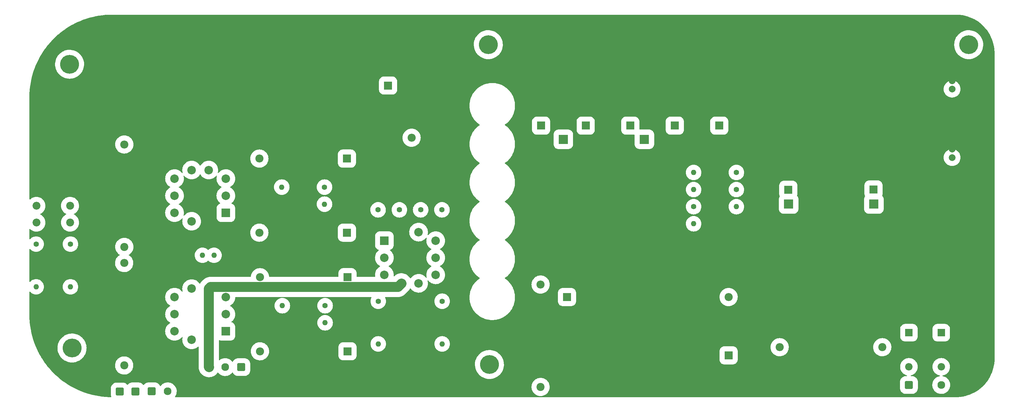
<source format=gbr>
%TF.GenerationSoftware,KiCad,Pcbnew,(6.0.0)*%
%TF.CreationDate,2022-08-03T23:08:04+01:00*%
%TF.ProjectId,Decware SE84,44656377-6172-4652-9053-4538342e6b69,rev?*%
%TF.SameCoordinates,Original*%
%TF.FileFunction,Copper,L2,Bot*%
%TF.FilePolarity,Positive*%
%FSLAX46Y46*%
G04 Gerber Fmt 4.6, Leading zero omitted, Abs format (unit mm)*
G04 Created by KiCad (PCBNEW (6.0.0)) date 2022-08-03 23:08:04*
%MOMM*%
%LPD*%
G01*
G04 APERTURE LIST*
G04 Aperture macros list*
%AMRoundRect*
0 Rectangle with rounded corners*
0 $1 Rounding radius*
0 $2 $3 $4 $5 $6 $7 $8 $9 X,Y pos of 4 corners*
0 Add a 4 corners polygon primitive as box body*
4,1,4,$2,$3,$4,$5,$6,$7,$8,$9,$2,$3,0*
0 Add four circle primitives for the rounded corners*
1,1,$1+$1,$2,$3*
1,1,$1+$1,$4,$5*
1,1,$1+$1,$6,$7*
1,1,$1+$1,$8,$9*
0 Add four rect primitives between the rounded corners*
20,1,$1+$1,$2,$3,$4,$5,0*
20,1,$1+$1,$4,$5,$6,$7,0*
20,1,$1+$1,$6,$7,$8,$9,0*
20,1,$1+$1,$8,$9,$2,$3,0*%
G04 Aperture macros list end*
%TA.AperFunction,ComponentPad*%
%ADD10C,1.600000*%
%TD*%
%TA.AperFunction,ComponentPad*%
%ADD11O,1.600000X1.600000*%
%TD*%
%TA.AperFunction,ComponentPad*%
%ADD12R,2.400000X2.400000*%
%TD*%
%TA.AperFunction,ComponentPad*%
%ADD13O,2.400000X2.400000*%
%TD*%
%TA.AperFunction,ComponentPad*%
%ADD14C,2.340000*%
%TD*%
%TA.AperFunction,ComponentPad*%
%ADD15C,2.400000*%
%TD*%
%TA.AperFunction,ComponentPad*%
%ADD16R,2.200000X2.200000*%
%TD*%
%TA.AperFunction,ComponentPad*%
%ADD17O,2.200000X2.200000*%
%TD*%
%TA.AperFunction,ComponentPad*%
%ADD18C,5.600000*%
%TD*%
%TA.AperFunction,ComponentPad*%
%ADD19RoundRect,0.250001X0.899999X0.899999X-0.899999X0.899999X-0.899999X-0.899999X0.899999X-0.899999X0*%
%TD*%
%TA.AperFunction,ComponentPad*%
%ADD20R,2.800000X2.800000*%
%TD*%
%TA.AperFunction,ComponentPad*%
%ADD21O,2.800000X2.800000*%
%TD*%
%TA.AperFunction,ComponentPad*%
%ADD22RoundRect,0.250001X-0.899999X-0.899999X0.899999X-0.899999X0.899999X0.899999X-0.899999X0.899999X0*%
%TD*%
%TA.AperFunction,ComponentPad*%
%ADD23C,2.300000*%
%TD*%
%TA.AperFunction,ComponentPad*%
%ADD24C,2.000000*%
%TD*%
%TA.AperFunction,ComponentPad*%
%ADD25C,3.000000*%
%TD*%
%TA.AperFunction,ComponentPad*%
%ADD26R,2.540000X2.540000*%
%TD*%
%TA.AperFunction,ComponentPad*%
%ADD27C,2.540000*%
%TD*%
%TA.AperFunction,Conductor*%
%ADD28C,3.000000*%
%TD*%
G04 APERTURE END LIST*
D10*
%TO.P,R17,1*%
%TO.N,P1*%
X217530000Y-100408060D03*
D11*
%TO.P,R17,2*%
%TO.N,Net-(C12-Pad1)*%
X204830000Y-100408060D03*
%TD*%
D10*
%TO.P,R15,1*%
%TO.N,GND*%
X82503437Y-104754771D03*
D11*
%TO.P,R15,2*%
%TO.N,Net-(C10-Pad2)*%
X95203437Y-104754771D03*
%TD*%
D12*
%TO.P,C6,1*%
%TO.N,P2*%
X199237590Y-81379178D03*
D13*
%TO.P,C6,2*%
%TO.N,GND*%
X199237590Y-55379178D03*
%TD*%
D14*
%TO.P,RV1,1,1*%
%TO.N,GND*%
X9635283Y-100245000D03*
%TO.P,RV1,2,2*%
%TO.N,Net-(R2-Pad1)*%
X9635283Y-105245000D03*
%TO.P,RV1,3,3*%
%TO.N,Net-(J2-Pad1)*%
X9635283Y-110245000D03*
%TO.P,RV1,4,4*%
%TO.N,GND*%
X19635283Y-100245000D03*
%TO.P,RV1,5,5*%
%TO.N,Net-(R3-Pad1)*%
X19635283Y-105245000D03*
%TO.P,RV1,6,6*%
%TO.N,Net-(J3-Pad1)*%
X19635283Y-110245000D03*
%TD*%
D15*
%TO.P,R20,1*%
%TO.N,GND*%
X121060000Y-54500000D03*
D13*
%TO.P,R20,2*%
%TO.N,Net-(C13-Pad2)*%
X121060000Y-84980000D03*
%TD*%
D12*
%TO.P,C16,1*%
%TO.N,Net-(C13-Pad2)*%
X114085871Y-69450000D03*
D13*
%TO.P,C16,2*%
%TO.N,GND*%
X39085871Y-69450000D03*
%TD*%
D16*
%TO.P,D2,1,K*%
%TO.N,Net-(C1-Pad1)*%
X268770000Y-142990000D03*
D17*
%TO.P,D2,2,A*%
%TO.N,Net-(D2-Pad2)*%
X268770000Y-153150000D03*
%TD*%
D12*
%TO.P,C13,1*%
%TO.N,Net-(C13-Pad1)*%
X102033437Y-126490022D03*
D13*
%TO.P,C13,2*%
%TO.N,Net-(C13-Pad2)*%
X76033437Y-126490022D03*
%TD*%
D10*
%TO.P,R12,1*%
%TO.N,GND*%
X217530000Y-110583030D03*
D11*
%TO.P,R12,2*%
%TO.N,Net-(R11-Pad1)*%
X204830000Y-110583030D03*
%TD*%
D18*
%TO.P,J6,1,Pin_1*%
%TO.N,N/C*%
X19500000Y-63120850D03*
%TD*%
D10*
%TO.P,R2,1*%
%TO.N,Net-(R2-Pad1)*%
X9550000Y-116640406D03*
D11*
%TO.P,R2,2*%
%TO.N,Net-(R2-Pad2)*%
X9550000Y-129340406D03*
%TD*%
D18*
%TO.P,J6,1,Pin_1*%
%TO.N,N/C*%
X20220000Y-147550000D03*
%TD*%
D19*
%TO.P,Out Right,1,Pin_1*%
%TO.N,Net-(J5-Pad1)*%
X34400000Y-160494809D03*
%TD*%
D10*
%TO.P,R4,1*%
%TO.N,Net-(R4-Pad1)*%
X117442883Y-106440022D03*
D11*
%TO.P,R4,2*%
%TO.N,GND*%
X117442883Y-93740022D03*
%TD*%
D20*
%TO.P,C5,1*%
%TO.N,P2*%
X233057590Y-104721267D03*
D21*
%TO.P,C5,2*%
%TO.N,GND*%
X233057590Y-139721267D03*
%TD*%
D12*
%TO.P,C8,1*%
%TO.N,P1*%
X167220000Y-132387484D03*
D13*
%TO.P,C8,2*%
%TO.N,Net-(C8-Pad2)*%
X215220000Y-132387484D03*
%TD*%
D15*
%TO.P,R1,1*%
%TO.N,Net-(C1-Pad1)*%
X260854078Y-147320000D03*
D13*
%TO.P,R1,2*%
%TO.N,P2*%
X230374078Y-147320000D03*
%TD*%
D12*
%TO.P,C15,1*%
%TO.N,Net-(C15-Pad1)*%
X101853437Y-91194771D03*
D13*
%TO.P,C15,2*%
%TO.N,Net-(C13-Pad2)*%
X75853437Y-91194771D03*
%TD*%
D22*
%TO.P,300-0-300VAC,1,Pin_1*%
%TO.N,Net-(D2-Pad2)*%
X268770000Y-158567044D03*
D23*
%TO.P,300-0-300VAC,2,Pin_2*%
%TO.N,GND*%
X273570000Y-158567044D03*
%TO.P,300-0-300VAC,3,Pin_3*%
%TO.N,Net-(D1-Pad2)*%
X278370000Y-158567044D03*
%TD*%
D12*
%TO.P,C3,1*%
%TO.N,Net-(C1-Pad1)*%
X212467590Y-81379178D03*
D13*
%TO.P,C3,2*%
%TO.N,GND*%
X212467590Y-55379178D03*
%TD*%
D10*
%TO.P,R11,1*%
%TO.N,Net-(R11-Pad1)*%
X204830000Y-105495545D03*
D11*
%TO.P,R11,2*%
%TO.N,P1*%
X217530000Y-105495545D03*
%TD*%
D10*
%TO.P,R8,1*%
%TO.N,Net-(C11-Pad1)*%
X130146775Y-133632456D03*
D11*
%TO.P,R8,2*%
%TO.N,P1*%
X130146775Y-146332456D03*
%TD*%
D10*
%TO.P,R13,1*%
%TO.N,GND*%
X82683437Y-140050022D03*
D11*
%TO.P,R13,2*%
%TO.N,Net-(C11-Pad2)*%
X95383437Y-140050022D03*
%TD*%
D20*
%TO.P,C18,1*%
%TO.N,Net-(C17-Pad1)*%
X190210000Y-85451802D03*
D21*
%TO.P,C18,2*%
%TO.N,GND*%
X190210000Y-120451802D03*
%TD*%
D12*
%TO.P,C10,1*%
%TO.N,Net-(C10-Pad1)*%
X101853437Y-113234771D03*
D13*
%TO.P,C10,2*%
%TO.N,Net-(C10-Pad2)*%
X75853437Y-113234771D03*
%TD*%
D10*
%TO.P,R9,1*%
%TO.N,Net-(R10-Pad1)*%
X123762045Y-106440022D03*
D11*
%TO.P,R9,2*%
%TO.N,GND*%
X123762045Y-93740022D03*
%TD*%
D12*
%TO.P,C17,1*%
%TO.N,Net-(C17-Pad1)*%
X186007590Y-81379178D03*
D13*
%TO.P,C17,2*%
%TO.N,GND*%
X186007590Y-55379178D03*
%TD*%
D18*
%TO.P,J6,1,Pin_1*%
%TO.N,N/C*%
X286530118Y-57291980D03*
%TD*%
D12*
%TO.P,C9,1*%
%TO.N,Net-(C8-Pad2)*%
X215220000Y-149749940D03*
D13*
%TO.P,C9,2*%
%TO.N,GND*%
X167220000Y-149749940D03*
%TD*%
D10*
%TO.P,R16,1*%
%TO.N,Net-(C10-Pad2)*%
X95203437Y-99674771D03*
D11*
%TO.P,R16,2*%
%TO.N,Net-(R16-Pad2)*%
X82503437Y-99674771D03*
%TD*%
D18*
%TO.P,J6,1,Pin_1*%
%TO.N,N/C*%
X144190000Y-152465728D03*
%TD*%
D19*
%TO.P,Out Left,1,Pin_1*%
%TO.N,Net-(J4-Pad1)*%
X39052500Y-160464809D03*
%TD*%
%TO.P,6.3 VAC,1,Pin_1*%
%TO.N,H2*%
X70490000Y-153240000D03*
D23*
%TO.P,6.3 VAC,2,Pin_2*%
%TO.N,unconnected-(J8-Pad2)*%
X65690000Y-153240000D03*
%TO.P,6.3 VAC,3,Pin_3*%
%TO.N,H1*%
X60890000Y-153240000D03*
%TD*%
D18*
%TO.P,J6,1,Pin_1*%
%TO.N,N/C*%
X143850000Y-57291980D03*
%TD*%
D10*
%TO.P,R22,1*%
%TO.N,GND*%
X75090000Y-119960000D03*
D11*
%TO.P,R22,2*%
%TO.N,H1*%
X62390000Y-119960000D03*
%TD*%
D24*
%TO.P,J2,1,In*%
%TO.N,Net-(J2-Pad1)*%
X281592163Y-70523978D03*
D25*
%TO.P,J2,2,Ext*%
%TO.N,GND*%
X286692163Y-65473978D03*
D24*
X281592163Y-68023978D03*
D25*
X286692163Y-75573978D03*
%TD*%
D22*
%TO.P,Out Common,1,Pin_1*%
%TO.N,P2*%
X43850000Y-160442844D03*
D23*
%TO.P,Out Common,2,Pin_2*%
X48650000Y-160442844D03*
%TD*%
D12*
%TO.P,C11,1*%
%TO.N,Net-(C11-Pad1)*%
X102033437Y-148530022D03*
D13*
%TO.P,C11,2*%
%TO.N,Net-(C11-Pad2)*%
X76033437Y-148530022D03*
%TD*%
D12*
%TO.P,C7,1*%
%TO.N,P1*%
X159547590Y-81379178D03*
D13*
%TO.P,C7,2*%
%TO.N,GND*%
X159547590Y-55379178D03*
%TD*%
D12*
%TO.P,C1,1*%
%TO.N,Net-(C1-Pad1)*%
X258267590Y-100379178D03*
D13*
%TO.P,C1,2*%
%TO.N,GND*%
X258267590Y-55379178D03*
%TD*%
D26*
%TO.P,U2,1,G3's*%
%TO.N,Net-(C13-Pad1)*%
X65903437Y-142590022D03*
D27*
%TO.P,U2,2,G1*%
%TO.N,Net-(R14-Pad2)*%
X65903437Y-137510022D03*
%TO.P,U2,3,K_G3*%
%TO.N,Net-(C13-Pad2)*%
X65903437Y-132430022D03*
%TO.P,U2,4,F1*%
%TO.N,H1*%
X60823437Y-129890022D03*
%TO.P,U2,5,F2*%
%TO.N,H2*%
X55743437Y-129890022D03*
%TO.P,U2,6*%
%TO.N,N/C*%
X50663437Y-132430022D03*
%TO.P,U2,7,A*%
%TO.N,Net-(J4-Pad1)*%
X50663437Y-137510022D03*
%TO.P,U2,8*%
%TO.N,N/C*%
X50663437Y-142590022D03*
%TO.P,U2,9,G2*%
%TO.N,Net-(R18-Pad1)*%
X55743437Y-145130022D03*
%TD*%
D20*
%TO.P,C2,1*%
%TO.N,Net-(C1-Pad1)*%
X258367590Y-104721267D03*
D21*
%TO.P,C2,2*%
%TO.N,GND*%
X258367590Y-139721267D03*
%TD*%
D20*
%TO.P,C12,1*%
%TO.N,Net-(C12-Pad1)*%
X166150000Y-85451802D03*
D21*
%TO.P,C12,2*%
%TO.N,GND*%
X166150000Y-120451802D03*
%TD*%
D24*
%TO.P,J3,1,In*%
%TO.N,Net-(J3-Pad1)*%
X281592163Y-90873978D03*
D25*
%TO.P,J3,2,Ext*%
%TO.N,GND*%
X286692163Y-85823978D03*
D24*
X281592163Y-88373978D03*
D25*
X286692163Y-95923978D03*
%TD*%
D10*
%TO.P,R10,1*%
%TO.N,Net-(R10-Pad1)*%
X130088991Y-106440022D03*
D11*
%TO.P,R10,2*%
%TO.N,GND*%
X130088991Y-93740022D03*
%TD*%
D26*
%TO.P,U1,1,A*%
%TO.N,Net-(C10-Pad1)*%
X112982464Y-115610022D03*
D27*
%TO.P,U1,2,G*%
%TO.N,Net-(R3-Pad2)*%
X112982464Y-120690022D03*
%TO.P,U1,3,K*%
%TO.N,Net-(R4-Pad1)*%
X112982464Y-125770022D03*
%TO.P,U1,4,F1*%
%TO.N,H1*%
X118062464Y-128310022D03*
%TO.P,U1,5,F2*%
%TO.N,H2*%
X123142464Y-128310022D03*
%TO.P,U1,6,A*%
%TO.N,Net-(C11-Pad1)*%
X128222464Y-125770022D03*
%TO.P,U1,7,G*%
%TO.N,Net-(R2-Pad2)*%
X128222464Y-120690022D03*
%TO.P,U1,8,K*%
%TO.N,Net-(R10-Pad1)*%
X128222464Y-115610022D03*
%TO.P,U1,9*%
%TO.N,N/C*%
X123142464Y-113070022D03*
%TD*%
D16*
%TO.P,D1,1,K*%
%TO.N,Net-(C1-Pad1)*%
X278370000Y-142990000D03*
D17*
%TO.P,D1,2,A*%
%TO.N,Net-(D1-Pad2)*%
X278370000Y-153150000D03*
%TD*%
D26*
%TO.P,U3,1,G3's*%
%TO.N,Net-(C15-Pad1)*%
X65903437Y-107294771D03*
D27*
%TO.P,U3,2,G1*%
%TO.N,Net-(R16-Pad2)*%
X65903437Y-102214771D03*
%TO.P,U3,3,K_G3*%
%TO.N,Net-(C13-Pad2)*%
X65903437Y-97134771D03*
%TO.P,U3,4,F1*%
%TO.N,H1*%
X60823437Y-94594771D03*
%TO.P,U3,5,F2*%
%TO.N,H2*%
X55743437Y-94594771D03*
%TO.P,U3,6*%
%TO.N,N/C*%
X50663437Y-97134771D03*
%TO.P,U3,7,A*%
%TO.N,Net-(J5-Pad1)*%
X50663437Y-102214771D03*
%TO.P,U3,8*%
%TO.N,N/C*%
X50663437Y-107294771D03*
%TO.P,U3,9,G2*%
%TO.N,Net-(R21-Pad1)*%
X55743437Y-109834771D03*
%TD*%
D10*
%TO.P,R6,1*%
%TO.N,Net-(R4-Pad1)*%
X111115937Y-106440022D03*
D11*
%TO.P,R6,2*%
%TO.N,GND*%
X111115937Y-93740022D03*
%TD*%
D12*
%TO.P,C14,1*%
%TO.N,Net-(C12-Pad1)*%
X172777590Y-81379178D03*
D13*
%TO.P,C14,2*%
%TO.N,GND*%
X172777590Y-55379178D03*
%TD*%
D10*
%TO.P,R23,1*%
%TO.N,GND*%
X46260000Y-119960000D03*
D11*
%TO.P,R23,2*%
%TO.N,H2*%
X58960000Y-119960000D03*
%TD*%
D12*
%TO.P,C4,1*%
%TO.N,P2*%
X232950566Y-100451634D03*
D13*
%TO.P,C4,2*%
%TO.N,GND*%
X232950566Y-55451634D03*
%TD*%
D18*
%TO.P,Chassis,1,Pin_1*%
%TO.N,GND*%
X286870000Y-152465728D03*
%TD*%
D15*
%TO.P,R18,1*%
%TO.N,Net-(R18-Pad1)*%
X35703437Y-152755022D03*
D13*
%TO.P,R18,2*%
%TO.N,Net-(J4-Pad1)*%
X35703437Y-122275022D03*
%TD*%
D15*
%TO.P,R7,1*%
%TO.N,P2*%
X159380874Y-159145000D03*
D13*
%TO.P,R7,2*%
%TO.N,P1*%
X159380874Y-128665000D03*
%TD*%
D15*
%TO.P,R21,1*%
%TO.N,Net-(R21-Pad1)*%
X35743437Y-117459771D03*
D13*
%TO.P,R21,2*%
%TO.N,Net-(J5-Pad1)*%
X35743437Y-86979771D03*
%TD*%
D10*
%TO.P,R14,1*%
%TO.N,Net-(C11-Pad2)*%
X95383437Y-134970022D03*
D11*
%TO.P,R14,2*%
%TO.N,Net-(R14-Pad2)*%
X82683437Y-134970022D03*
%TD*%
D10*
%TO.P,R3,1*%
%TO.N,Net-(R3-Pad1)*%
X19750000Y-116640406D03*
D11*
%TO.P,R3,2*%
%TO.N,Net-(R3-Pad2)*%
X19750000Y-129340406D03*
%TD*%
D10*
%TO.P,R5,1*%
%TO.N,Net-(C10-Pad1)*%
X111165937Y-133632456D03*
D11*
%TO.P,R5,2*%
%TO.N,P1*%
X111165937Y-146332456D03*
%TD*%
D10*
%TO.P,R19,1*%
%TO.N,P1*%
X217530000Y-95320574D03*
D11*
%TO.P,R19,2*%
%TO.N,Net-(C17-Pad1)*%
X204830000Y-95320574D03*
%TD*%
D28*
%TO.N,H1*%
X60823437Y-129890022D02*
X60823437Y-153173437D01*
X116982953Y-129389533D02*
X61323926Y-129389533D01*
X60823437Y-153173437D02*
X60890000Y-153240000D01*
X118062464Y-128310022D02*
X116982953Y-129389533D01*
X61323926Y-129389533D02*
X60823437Y-129890022D01*
%TD*%
%TA.AperFunction,Conductor*%
%TO.N,GND*%
G36*
X282695993Y-48370713D02*
G01*
X282698200Y-48370949D01*
X282728094Y-48374144D01*
X282728100Y-48374144D01*
X282733226Y-48374692D01*
X282738377Y-48374395D01*
X282738380Y-48374395D01*
X282754633Y-48373458D01*
X282794633Y-48371151D01*
X282805395Y-48370992D01*
X283104544Y-48379382D01*
X283407568Y-48387880D01*
X283414621Y-48388275D01*
X284046704Y-48441562D01*
X284053724Y-48442353D01*
X284278928Y-48474130D01*
X284681811Y-48530979D01*
X284688757Y-48532158D01*
X284996274Y-48593295D01*
X285310884Y-48655842D01*
X285317771Y-48657413D01*
X285931981Y-48815765D01*
X285938769Y-48817719D01*
X286543156Y-49010248D01*
X286549824Y-49012580D01*
X286644761Y-49048799D01*
X287142468Y-49238677D01*
X287148979Y-49241373D01*
X287728041Y-49500336D01*
X287734388Y-49503391D01*
X288297993Y-49794380D01*
X288304177Y-49797795D01*
X288850615Y-50119929D01*
X288856597Y-50123686D01*
X289384103Y-50475924D01*
X289389854Y-50480001D01*
X289896802Y-50861255D01*
X289902326Y-50865657D01*
X290387101Y-51274713D01*
X290392370Y-51279418D01*
X290853463Y-51715003D01*
X290858460Y-51719996D01*
X291294417Y-52180737D01*
X291299126Y-52186002D01*
X291708575Y-52670448D01*
X291712982Y-52675969D01*
X292094635Y-53182594D01*
X292098726Y-53188353D01*
X292451397Y-53715586D01*
X292455158Y-53721565D01*
X292777718Y-54267715D01*
X292781139Y-54273896D01*
X293072598Y-54837292D01*
X293075666Y-54843655D01*
X293335083Y-55422475D01*
X293337790Y-55429000D01*
X293396344Y-55582109D01*
X293564364Y-56021456D01*
X293566688Y-56028084D01*
X293633753Y-56238024D01*
X293759713Y-56632335D01*
X293761673Y-56639121D01*
X293920523Y-57253207D01*
X293922100Y-57260093D01*
X294046287Y-57882128D01*
X294047475Y-57889091D01*
X294136607Y-58517099D01*
X294137403Y-58524119D01*
X294183869Y-59070004D01*
X294191199Y-59156122D01*
X294191600Y-59163162D01*
X294194224Y-59254085D01*
X294207907Y-59728367D01*
X294207257Y-59745285D01*
X294205275Y-59763981D01*
X294205577Y-59769143D01*
X294209780Y-59841032D01*
X294209995Y-59848386D01*
X294209872Y-84296368D01*
X294209540Y-150652601D01*
X294208827Y-150665990D01*
X294204847Y-150703230D01*
X294208388Y-150764637D01*
X294208547Y-150775399D01*
X294201842Y-151014468D01*
X294191659Y-151377572D01*
X294191264Y-151384625D01*
X294137977Y-152016708D01*
X294137186Y-152023728D01*
X294116430Y-152170829D01*
X294069161Y-152505824D01*
X294048562Y-152651806D01*
X294047381Y-152658761D01*
X294009041Y-152851611D01*
X293923697Y-153280888D01*
X293922126Y-153287775D01*
X293763774Y-153901985D01*
X293761820Y-153908773D01*
X293569291Y-154513160D01*
X293566959Y-154519828D01*
X293535203Y-154603067D01*
X293350830Y-155086345D01*
X293340865Y-155112464D01*
X293338166Y-155118983D01*
X293083503Y-155688433D01*
X293079208Y-155698036D01*
X293076148Y-155704392D01*
X292785159Y-156267997D01*
X292781747Y-156274176D01*
X292760216Y-156310699D01*
X292459610Y-156820619D01*
X292455853Y-156826601D01*
X292103615Y-157354107D01*
X292099543Y-157359851D01*
X292022541Y-157462240D01*
X291718284Y-157866806D01*
X291713882Y-157872330D01*
X291562877Y-158051287D01*
X291446931Y-158188696D01*
X291304826Y-158357105D01*
X291300121Y-158362374D01*
X291010411Y-158669050D01*
X290864536Y-158823467D01*
X290859545Y-158828462D01*
X290616324Y-159058600D01*
X290398802Y-159264421D01*
X290393537Y-159269130D01*
X289909091Y-159678579D01*
X289903570Y-159682986D01*
X289396945Y-160064639D01*
X289391186Y-160068730D01*
X288863953Y-160421401D01*
X288857974Y-160425162D01*
X288311824Y-160747722D01*
X288305643Y-160751143D01*
X287742247Y-161042602D01*
X287735884Y-161045670D01*
X287157064Y-161305087D01*
X287150539Y-161307794D01*
X287034192Y-161352289D01*
X286558083Y-161534368D01*
X286551455Y-161536692D01*
X286203565Y-161647824D01*
X285947204Y-161729717D01*
X285940418Y-161731677D01*
X285580943Y-161824665D01*
X285326324Y-161890529D01*
X285319454Y-161892102D01*
X284817343Y-161992347D01*
X284697411Y-162016291D01*
X284690448Y-162017479D01*
X284062440Y-162106611D01*
X284055420Y-162107407D01*
X283864347Y-162123671D01*
X283423406Y-162161204D01*
X283416377Y-162161604D01*
X283112809Y-162170363D01*
X282851172Y-162177911D01*
X282834254Y-162177261D01*
X282820700Y-162175824D01*
X282820697Y-162175824D01*
X282815558Y-162175279D01*
X282738495Y-162179785D01*
X282731140Y-162180000D01*
X50916447Y-162180000D01*
X50848326Y-162159998D01*
X50801833Y-162106342D01*
X50791729Y-162036068D01*
X50809885Y-161986765D01*
X50974870Y-161725279D01*
X50974872Y-161725276D01*
X50976897Y-161722066D01*
X51113725Y-161433255D01*
X51214866Y-161130098D01*
X51278854Y-160816985D01*
X51304763Y-160498453D01*
X51305254Y-160451560D01*
X51305322Y-160445065D01*
X51305322Y-160445058D01*
X51305345Y-160442844D01*
X51304053Y-160421401D01*
X51286341Y-160127617D01*
X51286341Y-160127613D01*
X51286113Y-160123839D01*
X51284781Y-160116547D01*
X51229377Y-159813177D01*
X51229376Y-159813173D01*
X51228697Y-159809455D01*
X51133927Y-159504246D01*
X51003176Y-159212633D01*
X50945401Y-159116669D01*
X156675586Y-159116669D01*
X156677107Y-159147221D01*
X156689194Y-159390005D01*
X156691776Y-159441879D01*
X156692417Y-159445610D01*
X156692418Y-159445618D01*
X156732841Y-159680860D01*
X156746919Y-159762789D01*
X156748007Y-159766428D01*
X156748008Y-159766431D01*
X156837829Y-160066770D01*
X156840215Y-160074749D01*
X156841728Y-160078220D01*
X156841730Y-160078226D01*
X156884097Y-160175430D01*
X156970313Y-160373242D01*
X156972236Y-160376514D01*
X156972238Y-160376517D01*
X157014469Y-160448354D01*
X157135329Y-160653944D01*
X157137630Y-160656959D01*
X157330572Y-160909775D01*
X157330577Y-160909781D01*
X157332872Y-160912788D01*
X157335516Y-160915502D01*
X157550524Y-161136213D01*
X157560082Y-161146025D01*
X157813666Y-161350276D01*
X157816894Y-161352289D01*
X158016471Y-161476756D01*
X158089952Y-161522583D01*
X158384937Y-161660451D01*
X158694348Y-161761881D01*
X159013704Y-161825405D01*
X159017476Y-161825692D01*
X159017484Y-161825693D01*
X159334602Y-161849815D01*
X159334607Y-161849815D01*
X159338379Y-161850102D01*
X159663669Y-161835615D01*
X159984863Y-161782154D01*
X160297308Y-161690493D01*
X160596478Y-161561959D01*
X160599756Y-161560055D01*
X160599762Y-161560052D01*
X160763582Y-161464897D01*
X160878039Y-161398415D01*
X161137914Y-161202230D01*
X161270172Y-161074733D01*
X161369604Y-160978881D01*
X161369607Y-160978877D01*
X161372338Y-160976245D01*
X161374736Y-160973300D01*
X161575517Y-160726678D01*
X161575521Y-160726672D01*
X161577914Y-160723733D01*
X161751666Y-160448354D01*
X161891076Y-160154095D01*
X161994125Y-159845218D01*
X162054274Y-159550892D01*
X266119500Y-159550892D01*
X266126940Y-159674890D01*
X266176808Y-159930248D01*
X266263873Y-160175430D01*
X266386221Y-160405050D01*
X266453801Y-160496213D01*
X266538386Y-160610315D01*
X266538390Y-160610320D01*
X266541165Y-160614063D01*
X266544463Y-160617356D01*
X266544468Y-160617361D01*
X266708036Y-160780643D01*
X266725302Y-160797879D01*
X266934585Y-160952458D01*
X266938712Y-160954648D01*
X266938714Y-160954649D01*
X267149467Y-161066472D01*
X267164418Y-161074405D01*
X267275867Y-161113762D01*
X267405342Y-161159485D01*
X267405346Y-161159486D01*
X267409752Y-161161042D01*
X267414336Y-161161929D01*
X267414340Y-161161930D01*
X267577576Y-161193512D01*
X267665196Y-161210464D01*
X267786152Y-161217544D01*
X269753848Y-161217544D01*
X269877846Y-161210104D01*
X270133204Y-161160236D01*
X270146905Y-161155371D01*
X270228506Y-161126394D01*
X270378386Y-161073171D01*
X270608006Y-160950823D01*
X270788548Y-160816985D01*
X270813271Y-160798658D01*
X270813276Y-160798654D01*
X270817019Y-160795879D01*
X270820312Y-160792581D01*
X270820317Y-160792576D01*
X270997532Y-160615051D01*
X270997533Y-160615049D01*
X271000835Y-160611742D01*
X271155414Y-160402459D01*
X271175617Y-160364383D01*
X271275172Y-160176752D01*
X271275173Y-160176750D01*
X271277361Y-160172626D01*
X271363998Y-159927292D01*
X271379055Y-159849471D01*
X271412626Y-159675951D01*
X271413420Y-159671848D01*
X271420500Y-159550892D01*
X271420500Y-158539238D01*
X275714801Y-158539238D01*
X275716047Y-158564273D01*
X275728951Y-158823467D01*
X275730691Y-158858426D01*
X275731332Y-158862157D01*
X275731333Y-158862165D01*
X275780315Y-159147221D01*
X275784812Y-159173394D01*
X275785900Y-159177033D01*
X275785901Y-159177036D01*
X275850840Y-159394175D01*
X275876381Y-159479579D01*
X275877894Y-159483050D01*
X275877896Y-159483056D01*
X275919181Y-159577779D01*
X276004070Y-159772545D01*
X276166031Y-160048050D01*
X276168332Y-160051065D01*
X276357617Y-160299088D01*
X276357622Y-160299093D01*
X276359917Y-160302101D01*
X276362561Y-160304815D01*
X276551195Y-160498453D01*
X276582920Y-160531020D01*
X276681367Y-160610315D01*
X276828856Y-160729112D01*
X276828861Y-160729116D01*
X276831809Y-160731490D01*
X277102979Y-160900607D01*
X277392502Y-161035921D01*
X277396112Y-161037104D01*
X277396116Y-161037106D01*
X277578863Y-161097014D01*
X277696185Y-161135474D01*
X278009628Y-161197821D01*
X278013400Y-161198108D01*
X278013408Y-161198109D01*
X278324515Y-161221774D01*
X278324520Y-161221774D01*
X278328292Y-161222061D01*
X278647559Y-161207843D01*
X278651297Y-161207221D01*
X278651305Y-161207220D01*
X278959072Y-161155993D01*
X278959080Y-161155991D01*
X278962806Y-161155371D01*
X279269466Y-161065407D01*
X279563097Y-160939253D01*
X279566375Y-160937349D01*
X279566381Y-160937346D01*
X279780116Y-160813198D01*
X279839445Y-160778737D01*
X280094509Y-160586184D01*
X280324592Y-160364383D01*
X280364138Y-160315809D01*
X280478424Y-160175430D01*
X280526362Y-160116547D01*
X280696897Y-159846266D01*
X280833725Y-159557455D01*
X280835308Y-159552712D01*
X280889591Y-159390005D01*
X280934866Y-159254298D01*
X280998854Y-158941185D01*
X281024763Y-158622653D01*
X281025345Y-158567044D01*
X281023898Y-158543030D01*
X281006341Y-158251817D01*
X281006341Y-158251813D01*
X281006113Y-158248039D01*
X280981091Y-158111030D01*
X280949377Y-157937377D01*
X280949376Y-157937373D01*
X280948697Y-157933655D01*
X280929184Y-157870811D01*
X280908714Y-157804889D01*
X280853927Y-157628446D01*
X280723176Y-157336833D01*
X280558339Y-157063040D01*
X280556012Y-157060056D01*
X280556007Y-157060049D01*
X280364140Y-156814028D01*
X280364138Y-156814025D01*
X280361804Y-156811033D01*
X280136416Y-156584462D01*
X279979674Y-156460897D01*
X279888419Y-156388957D01*
X279888412Y-156388952D01*
X279885441Y-156386610D01*
X279612515Y-156220341D01*
X279321591Y-156088066D01*
X279016882Y-155991699D01*
X278832467Y-155957020D01*
X278769216Y-155924773D01*
X278733440Y-155863449D01*
X278736498Y-155792518D01*
X278777418Y-155734500D01*
X278835065Y-155708900D01*
X278951623Y-155689500D01*
X278955257Y-155688434D01*
X278955261Y-155688433D01*
X279248856Y-155602301D01*
X279248864Y-155602298D01*
X279252498Y-155601232D01*
X279540590Y-155477458D01*
X279811725Y-155319971D01*
X280061976Y-155131050D01*
X280188832Y-155008760D01*
X280284988Y-154916066D01*
X280284990Y-154916063D01*
X280287719Y-154913433D01*
X280290113Y-154910493D01*
X280290118Y-154910487D01*
X280483283Y-154673220D01*
X280485683Y-154670272D01*
X280653001Y-154405090D01*
X280654624Y-154401664D01*
X280654628Y-154401657D01*
X280785619Y-154125166D01*
X280787248Y-154121728D01*
X280789140Y-154116059D01*
X280874645Y-153859765D01*
X280886481Y-153824289D01*
X280949262Y-153517083D01*
X280974682Y-153204560D01*
X280975253Y-153150000D01*
X280974647Y-153139938D01*
X280956612Y-152840791D01*
X280956612Y-152840787D01*
X280956384Y-152837013D01*
X280938397Y-152738524D01*
X280900730Y-152532282D01*
X280900729Y-152532278D01*
X280900050Y-152528560D01*
X280890714Y-152498491D01*
X280861893Y-152405673D01*
X280807068Y-152229109D01*
X280797266Y-152207246D01*
X280732825Y-152063523D01*
X280678785Y-151942997D01*
X280517057Y-151674368D01*
X280514730Y-151671384D01*
X280514725Y-151671377D01*
X280326565Y-151430110D01*
X280326563Y-151430107D01*
X280324229Y-151427115D01*
X280103093Y-151204819D01*
X280096197Y-151199382D01*
X279942626Y-151078317D01*
X279856853Y-151010699D01*
X279589076Y-150847567D01*
X279585632Y-150846001D01*
X279585628Y-150845999D01*
X279442992Y-150781147D01*
X279303639Y-150717787D01*
X279004679Y-150623238D01*
X278861620Y-150596336D01*
X278700249Y-150565990D01*
X278700244Y-150565989D01*
X278696525Y-150565290D01*
X278383641Y-150544783D01*
X278379861Y-150544991D01*
X278379860Y-150544991D01*
X278288294Y-150550030D01*
X278070560Y-150562013D01*
X278066833Y-150562674D01*
X278066829Y-150562674D01*
X277844677Y-150602045D01*
X277761816Y-150616730D01*
X277758191Y-150617835D01*
X277758186Y-150617836D01*
X277562695Y-150677417D01*
X277461882Y-150708143D01*
X277458418Y-150709674D01*
X277458411Y-150709677D01*
X277296750Y-150781147D01*
X277175102Y-150834927D01*
X277171848Y-150836863D01*
X277171842Y-150836866D01*
X276974520Y-150954261D01*
X276905631Y-150995246D01*
X276902630Y-150997561D01*
X276902626Y-150997564D01*
X276842675Y-151043816D01*
X276657371Y-151186777D01*
X276654673Y-151189433D01*
X276442554Y-151398246D01*
X276433920Y-151406745D01*
X276375536Y-151480013D01*
X276251225Y-151636014D01*
X276238513Y-151651966D01*
X276073982Y-151918886D01*
X275942709Y-152203639D01*
X275941550Y-152207239D01*
X275941547Y-152207246D01*
X275858309Y-152465728D01*
X275846596Y-152502100D01*
X275845877Y-152505816D01*
X275845875Y-152505824D01*
X275787754Y-152806228D01*
X275787035Y-152809946D01*
X275786768Y-152813722D01*
X275786767Y-152813727D01*
X275772948Y-153008904D01*
X275764890Y-153122718D01*
X275771323Y-153251943D01*
X275777154Y-153369066D01*
X275780480Y-153435886D01*
X275781121Y-153439617D01*
X275781122Y-153439625D01*
X275827448Y-153709220D01*
X275833581Y-153744912D01*
X275834669Y-153748551D01*
X275834670Y-153748554D01*
X275905843Y-153986539D01*
X275923422Y-154045320D01*
X275924937Y-154048796D01*
X275929112Y-154058376D01*
X276048703Y-154332760D01*
X276050626Y-154336032D01*
X276050628Y-154336035D01*
X276093108Y-154408295D01*
X276207608Y-154603067D01*
X276209909Y-154606082D01*
X276395536Y-154849313D01*
X276395541Y-154849319D01*
X276397836Y-154852326D01*
X276433829Y-154889274D01*
X276611138Y-155071286D01*
X276616632Y-155076926D01*
X276664853Y-155115766D01*
X276857873Y-155271236D01*
X276857878Y-155271240D01*
X276860826Y-155273614D01*
X277126881Y-155439541D01*
X277410942Y-155572303D01*
X277494626Y-155599736D01*
X277564483Y-155622636D01*
X277708896Y-155669977D01*
X277866130Y-155701253D01*
X277908847Y-155709750D01*
X277971756Y-155742658D01*
X278006888Y-155804353D01*
X278003088Y-155875248D01*
X277961562Y-155932834D01*
X277906252Y-155957396D01*
X277894182Y-155959535D01*
X277753855Y-155984404D01*
X277753848Y-155984406D01*
X277750122Y-155985066D01*
X277746497Y-155986171D01*
X277746492Y-155986172D01*
X277555226Y-156044466D01*
X277444421Y-156078237D01*
X277152127Y-156207459D01*
X276877475Y-156370860D01*
X276874474Y-156373176D01*
X276874470Y-156373178D01*
X276627445Y-156563756D01*
X276624442Y-156566073D01*
X276621744Y-156568729D01*
X276456265Y-156731629D01*
X276396694Y-156790271D01*
X276197530Y-157040207D01*
X276029835Y-157312259D01*
X275896038Y-157602487D01*
X275830793Y-157805097D01*
X275799711Y-157901617D01*
X275798078Y-157906687D01*
X275797359Y-157910403D01*
X275797357Y-157910411D01*
X275738366Y-158215312D01*
X275737372Y-158220452D01*
X275737105Y-158224228D01*
X275737104Y-158224233D01*
X275717603Y-158499663D01*
X275714801Y-158539238D01*
X271420500Y-158539238D01*
X271420500Y-157583196D01*
X271413060Y-157459198D01*
X271363192Y-157203840D01*
X271276127Y-156958658D01*
X271153779Y-156729038D01*
X271032971Y-156566073D01*
X271001614Y-156523773D01*
X271001610Y-156523768D01*
X270998835Y-156520025D01*
X270995537Y-156516732D01*
X270995532Y-156516727D01*
X270818007Y-156339512D01*
X270818005Y-156339511D01*
X270814698Y-156336209D01*
X270605415Y-156181630D01*
X270600355Y-156178945D01*
X270379708Y-156061872D01*
X270379706Y-156061871D01*
X270375582Y-156059683D01*
X270164286Y-155985066D01*
X270134658Y-155974603D01*
X270134654Y-155974602D01*
X270130248Y-155973046D01*
X270125664Y-155972159D01*
X270125660Y-155972158D01*
X269922407Y-155932834D01*
X269874804Y-155923624D01*
X269753848Y-155916544D01*
X269454789Y-155916544D01*
X269386668Y-155896542D01*
X269340175Y-155842886D01*
X269330071Y-155772612D01*
X269359565Y-155708032D01*
X269419319Y-155669640D01*
X269648856Y-155602301D01*
X269648864Y-155602298D01*
X269652498Y-155601232D01*
X269940590Y-155477458D01*
X270211725Y-155319971D01*
X270461976Y-155131050D01*
X270588832Y-155008760D01*
X270684988Y-154916066D01*
X270684990Y-154916063D01*
X270687719Y-154913433D01*
X270690113Y-154910493D01*
X270690118Y-154910487D01*
X270883283Y-154673220D01*
X270885683Y-154670272D01*
X271053001Y-154405090D01*
X271054624Y-154401664D01*
X271054628Y-154401657D01*
X271185619Y-154125166D01*
X271187248Y-154121728D01*
X271189140Y-154116059D01*
X271274645Y-153859765D01*
X271286481Y-153824289D01*
X271349262Y-153517083D01*
X271374682Y-153204560D01*
X271375253Y-153150000D01*
X271374647Y-153139938D01*
X271356612Y-152840791D01*
X271356612Y-152840787D01*
X271356384Y-152837013D01*
X271338397Y-152738524D01*
X271300730Y-152532282D01*
X271300729Y-152532278D01*
X271300050Y-152528560D01*
X271290714Y-152498491D01*
X271261893Y-152405673D01*
X271207068Y-152229109D01*
X271197266Y-152207246D01*
X271132825Y-152063523D01*
X271078785Y-151942997D01*
X270917057Y-151674368D01*
X270914730Y-151671384D01*
X270914725Y-151671377D01*
X270726565Y-151430110D01*
X270726563Y-151430107D01*
X270724229Y-151427115D01*
X270503093Y-151204819D01*
X270496197Y-151199382D01*
X270342626Y-151078317D01*
X270256853Y-151010699D01*
X269989076Y-150847567D01*
X269985632Y-150846001D01*
X269985628Y-150845999D01*
X269842992Y-150781147D01*
X269703639Y-150717787D01*
X269404679Y-150623238D01*
X269261620Y-150596336D01*
X269100249Y-150565990D01*
X269100244Y-150565989D01*
X269096525Y-150565290D01*
X268783641Y-150544783D01*
X268779861Y-150544991D01*
X268779860Y-150544991D01*
X268688294Y-150550030D01*
X268470560Y-150562013D01*
X268466833Y-150562674D01*
X268466829Y-150562674D01*
X268244677Y-150602045D01*
X268161816Y-150616730D01*
X268158191Y-150617835D01*
X268158186Y-150617836D01*
X267962695Y-150677417D01*
X267861882Y-150708143D01*
X267858418Y-150709674D01*
X267858411Y-150709677D01*
X267696750Y-150781147D01*
X267575102Y-150834927D01*
X267571848Y-150836863D01*
X267571842Y-150836866D01*
X267374520Y-150954261D01*
X267305631Y-150995246D01*
X267302630Y-150997561D01*
X267302626Y-150997564D01*
X267242675Y-151043816D01*
X267057371Y-151186777D01*
X267054673Y-151189433D01*
X266842554Y-151398246D01*
X266833920Y-151406745D01*
X266775536Y-151480013D01*
X266651225Y-151636014D01*
X266638513Y-151651966D01*
X266473982Y-151918886D01*
X266342709Y-152203639D01*
X266341550Y-152207239D01*
X266341547Y-152207246D01*
X266258309Y-152465728D01*
X266246596Y-152502100D01*
X266245877Y-152505816D01*
X266245875Y-152505824D01*
X266187754Y-152806228D01*
X266187035Y-152809946D01*
X266186768Y-152813722D01*
X266186767Y-152813727D01*
X266172948Y-153008904D01*
X266164890Y-153122718D01*
X266171323Y-153251943D01*
X266177154Y-153369066D01*
X266180480Y-153435886D01*
X266181121Y-153439617D01*
X266181122Y-153439625D01*
X266227448Y-153709220D01*
X266233581Y-153744912D01*
X266234669Y-153748551D01*
X266234670Y-153748554D01*
X266305843Y-153986539D01*
X266323422Y-154045320D01*
X266324937Y-154048796D01*
X266329112Y-154058376D01*
X266448703Y-154332760D01*
X266450626Y-154336032D01*
X266450628Y-154336035D01*
X266493108Y-154408295D01*
X266607608Y-154603067D01*
X266609909Y-154606082D01*
X266795536Y-154849313D01*
X266795541Y-154849319D01*
X266797836Y-154852326D01*
X266833829Y-154889274D01*
X267011138Y-155071286D01*
X267016632Y-155076926D01*
X267064853Y-155115766D01*
X267257873Y-155271236D01*
X267257878Y-155271240D01*
X267260826Y-155273614D01*
X267526881Y-155439541D01*
X267810942Y-155572303D01*
X268105299Y-155668798D01*
X268108896Y-155669977D01*
X268108580Y-155670942D01*
X268165619Y-155705299D01*
X268196977Y-155768996D01*
X268188919Y-155839534D01*
X268144005Y-155894518D01*
X268072833Y-155916544D01*
X267786152Y-155916544D01*
X267662154Y-155923984D01*
X267406796Y-155973852D01*
X267402396Y-155975414D01*
X267402394Y-155975415D01*
X267375216Y-155985066D01*
X267161614Y-156060917D01*
X266931994Y-156183265D01*
X266849200Y-156244641D01*
X266726729Y-156335430D01*
X266726724Y-156335434D01*
X266722981Y-156338209D01*
X266719688Y-156341507D01*
X266719683Y-156341512D01*
X266591696Y-156469723D01*
X266539165Y-156522346D01*
X266384586Y-156731629D01*
X266382396Y-156735756D01*
X266382395Y-156735758D01*
X266282564Y-156923910D01*
X266262639Y-156961462D01*
X266176002Y-157206796D01*
X266175115Y-157211380D01*
X266175114Y-157211384D01*
X266154931Y-157315706D01*
X266126580Y-157462240D01*
X266119500Y-157583196D01*
X266119500Y-159550892D01*
X162054274Y-159550892D01*
X162059320Y-159526199D01*
X162085717Y-159201658D01*
X162086310Y-159145000D01*
X162081031Y-159057427D01*
X162066943Y-158823755D01*
X162066943Y-158823751D01*
X162066715Y-158819977D01*
X162062273Y-158795651D01*
X162015985Y-158542203D01*
X162008216Y-158499663D01*
X161911658Y-158188696D01*
X161778441Y-157891582D01*
X161610495Y-157612624D01*
X161608168Y-157609640D01*
X161608163Y-157609633D01*
X161412587Y-157358858D01*
X161412585Y-157358856D01*
X161410251Y-157355863D01*
X161180612Y-157125018D01*
X161101994Y-157063040D01*
X160927884Y-156925783D01*
X160924903Y-156923433D01*
X160646828Y-156754029D01*
X160515136Y-156694152D01*
X160353868Y-156620827D01*
X160353860Y-156620824D01*
X160350416Y-156619258D01*
X160039959Y-156521073D01*
X159897945Y-156494368D01*
X159723679Y-156461597D01*
X159723674Y-156461596D01*
X159719955Y-156460897D01*
X159395040Y-156439601D01*
X159391260Y-156439809D01*
X159391259Y-156439809D01*
X159294030Y-156445160D01*
X159069919Y-156457494D01*
X159066192Y-156458155D01*
X159066188Y-156458155D01*
X158807499Y-156504001D01*
X158749303Y-156514315D01*
X158745678Y-156515420D01*
X158745673Y-156515421D01*
X158587084Y-156563756D01*
X158437835Y-156609244D01*
X158434371Y-156610775D01*
X158434364Y-156610778D01*
X158250812Y-156691926D01*
X158140027Y-156740903D01*
X158136773Y-156742839D01*
X158136767Y-156742842D01*
X157863452Y-156905447D01*
X157860193Y-156907386D01*
X157857192Y-156909701D01*
X157857188Y-156909704D01*
X157788032Y-156963058D01*
X157602387Y-157106282D01*
X157599686Y-157108941D01*
X157599679Y-157108947D01*
X157393149Y-157312259D01*
X157370343Y-157334710D01*
X157367979Y-157337677D01*
X157367976Y-157337680D01*
X157173843Y-157581302D01*
X157167422Y-157589360D01*
X156996564Y-157866544D01*
X156860243Y-158162247D01*
X156859084Y-158165848D01*
X156859081Y-158165854D01*
X156761596Y-158468576D01*
X156760434Y-158472185D01*
X156759715Y-158475901D01*
X156759713Y-158475909D01*
X156699302Y-158788151D01*
X156699301Y-158788160D01*
X156698583Y-158791870D01*
X156698316Y-158795646D01*
X156698315Y-158795651D01*
X156675854Y-159112880D01*
X156675586Y-159116669D01*
X50945401Y-159116669D01*
X50838339Y-158938840D01*
X50836012Y-158935856D01*
X50836007Y-158935849D01*
X50644140Y-158689828D01*
X50644138Y-158689825D01*
X50641804Y-158686833D01*
X50416416Y-158460262D01*
X50285561Y-158357105D01*
X50168419Y-158264757D01*
X50168412Y-158264752D01*
X50165441Y-158262410D01*
X50141852Y-158248039D01*
X49995373Y-158158803D01*
X49892515Y-158096141D01*
X49601591Y-157963866D01*
X49296882Y-157867499D01*
X49157342Y-157841259D01*
X48986527Y-157809137D01*
X48986522Y-157809136D01*
X48982803Y-157808437D01*
X48663903Y-157787535D01*
X48660124Y-157787743D01*
X48660122Y-157787743D01*
X48574579Y-157792451D01*
X48344802Y-157805097D01*
X48341075Y-157805758D01*
X48341071Y-157805758D01*
X48118975Y-157845119D01*
X48030122Y-157860866D01*
X48026497Y-157861971D01*
X48026492Y-157861972D01*
X47867561Y-157910411D01*
X47724421Y-157954037D01*
X47432127Y-158083259D01*
X47260729Y-158185230D01*
X47161417Y-158244315D01*
X47157475Y-158246660D01*
X47154474Y-158248976D01*
X47154470Y-158248978D01*
X46920840Y-158429222D01*
X46904442Y-158441873D01*
X46901744Y-158444529D01*
X46736265Y-158607429D01*
X46676694Y-158666071D01*
X46674329Y-158669039D01*
X46674319Y-158669050D01*
X46550355Y-158824617D01*
X46492260Y-158865427D01*
X46421324Y-158868350D01*
X46360068Y-158832458D01*
X46340615Y-158805345D01*
X46254515Y-158643755D01*
X46233779Y-158604838D01*
X46153115Y-158496025D01*
X46081614Y-158399573D01*
X46081610Y-158399568D01*
X46078835Y-158395825D01*
X46075537Y-158392532D01*
X46075532Y-158392527D01*
X45898007Y-158215312D01*
X45898005Y-158215311D01*
X45894698Y-158212009D01*
X45685415Y-158057430D01*
X45681286Y-158055239D01*
X45459708Y-157937672D01*
X45459706Y-157937671D01*
X45455582Y-157935483D01*
X45279156Y-157873180D01*
X45214658Y-157850403D01*
X45214654Y-157850402D01*
X45210248Y-157848846D01*
X45205664Y-157847959D01*
X45205660Y-157847958D01*
X45031739Y-157814309D01*
X44954804Y-157799424D01*
X44833848Y-157792344D01*
X42866152Y-157792344D01*
X42742154Y-157799784D01*
X42486796Y-157849652D01*
X42482396Y-157851214D01*
X42482394Y-157851215D01*
X42457078Y-157860205D01*
X42241614Y-157936717D01*
X42011994Y-158059065D01*
X41940354Y-158112173D01*
X41806729Y-158211230D01*
X41806724Y-158211234D01*
X41802981Y-158214009D01*
X41799688Y-158217307D01*
X41799683Y-158217312D01*
X41640094Y-158377180D01*
X41619165Y-158398146D01*
X41544457Y-158499293D01*
X41487896Y-158542203D01*
X41417114Y-158547723D01*
X41354585Y-158514099D01*
X41341886Y-158499469D01*
X41284121Y-158421547D01*
X41284115Y-158421540D01*
X41281335Y-158417790D01*
X41278037Y-158414497D01*
X41278032Y-158414492D01*
X41100507Y-158237277D01*
X41100505Y-158237276D01*
X41097198Y-158233974D01*
X40887915Y-158079395D01*
X40854837Y-158061844D01*
X40662208Y-157959637D01*
X40662206Y-157959636D01*
X40658082Y-157957448D01*
X40504120Y-157903078D01*
X40417158Y-157872368D01*
X40417154Y-157872367D01*
X40412748Y-157870811D01*
X40408164Y-157869924D01*
X40408160Y-157869923D01*
X40244924Y-157838341D01*
X40157304Y-157821389D01*
X40036348Y-157814309D01*
X38068652Y-157814309D01*
X37944654Y-157821749D01*
X37689296Y-157871617D01*
X37444114Y-157958682D01*
X37214494Y-158081030D01*
X37109988Y-158158502D01*
X37009229Y-158233195D01*
X37009224Y-158233199D01*
X37005481Y-158235974D01*
X37002188Y-158239272D01*
X37002183Y-158239277D01*
X36842167Y-158399573D01*
X36821665Y-158420111D01*
X36814935Y-158429223D01*
X36758373Y-158472131D01*
X36687591Y-158477648D01*
X36624570Y-158443533D01*
X36444698Y-158263974D01*
X36235415Y-158109395D01*
X36231286Y-158107204D01*
X36009708Y-157989637D01*
X36009706Y-157989636D01*
X36005582Y-157987448D01*
X35861925Y-157936717D01*
X35764658Y-157902368D01*
X35764654Y-157902367D01*
X35760248Y-157900811D01*
X35755664Y-157899924D01*
X35755660Y-157899923D01*
X35584447Y-157866798D01*
X35504804Y-157851389D01*
X35383848Y-157844309D01*
X33416152Y-157844309D01*
X33292154Y-157851749D01*
X33036796Y-157901617D01*
X32791614Y-157988682D01*
X32561994Y-158111030D01*
X32488039Y-158165854D01*
X32356729Y-158263195D01*
X32356724Y-158263199D01*
X32352981Y-158265974D01*
X32349688Y-158269272D01*
X32349683Y-158269277D01*
X32174737Y-158444529D01*
X32169165Y-158450111D01*
X32014586Y-158659394D01*
X32012396Y-158663521D01*
X32012395Y-158663523D01*
X31908982Y-158858426D01*
X31892639Y-158889227D01*
X31806002Y-159134561D01*
X31805115Y-159139145D01*
X31805114Y-159139149D01*
X31782836Y-159254298D01*
X31756580Y-159390005D01*
X31749500Y-159510961D01*
X31749500Y-161478657D01*
X31756940Y-161602655D01*
X31806808Y-161858013D01*
X31808370Y-161862412D01*
X31808372Y-161862419D01*
X31859194Y-162005538D01*
X31863140Y-162076424D01*
X31828136Y-162138192D01*
X31765294Y-162171229D01*
X31737985Y-162173677D01*
X31547793Y-162169942D01*
X31100982Y-162161167D01*
X31096038Y-162160972D01*
X30443239Y-162122474D01*
X30141006Y-162104651D01*
X30136084Y-162104263D01*
X29242885Y-162016291D01*
X29183987Y-162010490D01*
X29179073Y-162009909D01*
X28231367Y-161878825D01*
X28226481Y-161878051D01*
X27284682Y-161709867D01*
X27279829Y-161708902D01*
X26345316Y-161503864D01*
X26340551Y-161502720D01*
X25414770Y-161261141D01*
X25410057Y-161259811D01*
X24494559Y-160982097D01*
X24489854Y-160980569D01*
X23585920Y-160667113D01*
X23581278Y-160665400D01*
X22690391Y-160316712D01*
X22685824Y-160314821D01*
X21809260Y-159931405D01*
X21804816Y-159929356D01*
X20943986Y-159511823D01*
X20939603Y-159509589D01*
X20455057Y-159250594D01*
X20095861Y-159058600D01*
X20091544Y-159056183D01*
X19355684Y-158624888D01*
X19266117Y-158572392D01*
X19261904Y-158569809D01*
X19214148Y-158539238D01*
X18789302Y-158267277D01*
X18456185Y-158054035D01*
X18452071Y-158051287D01*
X17667158Y-157504233D01*
X17663155Y-157501324D01*
X16900370Y-156923910D01*
X16896484Y-156920847D01*
X16156931Y-156313912D01*
X16153169Y-156310699D01*
X15438024Y-155675205D01*
X15434391Y-155671847D01*
X14744739Y-155008760D01*
X14741240Y-155005261D01*
X14078153Y-154315609D01*
X14074795Y-154311976D01*
X13439301Y-153596831D01*
X13436088Y-153593069D01*
X12829153Y-152853516D01*
X12826090Y-152849630D01*
X12733027Y-152726691D01*
X32998149Y-152726691D01*
X32999670Y-152757243D01*
X33012559Y-153016137D01*
X33014339Y-153051901D01*
X33014980Y-153055632D01*
X33014981Y-153055640D01*
X33068271Y-153365763D01*
X33069482Y-153372811D01*
X33070570Y-153376450D01*
X33070571Y-153376453D01*
X33112629Y-153517083D01*
X33162778Y-153684771D01*
X33164291Y-153688242D01*
X33164293Y-153688248D01*
X33206952Y-153786123D01*
X33292876Y-153983264D01*
X33457892Y-154263966D01*
X33460193Y-154266981D01*
X33653135Y-154519797D01*
X33653140Y-154519803D01*
X33655435Y-154522810D01*
X33658079Y-154525524D01*
X33868974Y-154742013D01*
X33882645Y-154756047D01*
X34136229Y-154960298D01*
X34215037Y-155009447D01*
X34405800Y-155128417D01*
X34412515Y-155132605D01*
X34707500Y-155270473D01*
X35016911Y-155371903D01*
X35336267Y-155435427D01*
X35340039Y-155435714D01*
X35340047Y-155435715D01*
X35657165Y-155459837D01*
X35657170Y-155459837D01*
X35660942Y-155460124D01*
X35986232Y-155445637D01*
X36307426Y-155392176D01*
X36619871Y-155300515D01*
X36919041Y-155171981D01*
X36922319Y-155170077D01*
X36922325Y-155170074D01*
X37092400Y-155071286D01*
X37200602Y-155008437D01*
X37460477Y-154812252D01*
X37604929Y-154673000D01*
X37692167Y-154588903D01*
X37692170Y-154588899D01*
X37694901Y-154586267D01*
X37697299Y-154583322D01*
X37898080Y-154336700D01*
X37898084Y-154336694D01*
X37900477Y-154333755D01*
X38074229Y-154058376D01*
X38213639Y-153764117D01*
X38316688Y-153455240D01*
X38318933Y-153444257D01*
X38354334Y-153271028D01*
X38381883Y-153136221D01*
X38408280Y-152811680D01*
X38408873Y-152755022D01*
X38407879Y-152738524D01*
X38389506Y-152433777D01*
X38389506Y-152433773D01*
X38389278Y-152429999D01*
X38384836Y-152405673D01*
X38343043Y-152176838D01*
X38330779Y-152109685D01*
X38234221Y-151798718D01*
X38225433Y-151779117D01*
X38177125Y-151671377D01*
X38101004Y-151501604D01*
X37933058Y-151222646D01*
X37930731Y-151219662D01*
X37930726Y-151219655D01*
X37735150Y-150968880D01*
X37735148Y-150968878D01*
X37732814Y-150965885D01*
X37503175Y-150735040D01*
X37500130Y-150732639D01*
X37250447Y-150535805D01*
X37247466Y-150533455D01*
X36969391Y-150364051D01*
X36823702Y-150297810D01*
X36676431Y-150230849D01*
X36676423Y-150230846D01*
X36672979Y-150229280D01*
X36362522Y-150131095D01*
X36220508Y-150104390D01*
X36046242Y-150071619D01*
X36046237Y-150071618D01*
X36042518Y-150070919D01*
X35717603Y-150049623D01*
X35713823Y-150049831D01*
X35713822Y-150049831D01*
X35616593Y-150055182D01*
X35392482Y-150067516D01*
X35388755Y-150068177D01*
X35388751Y-150068177D01*
X35177890Y-150105547D01*
X35071866Y-150124337D01*
X35068241Y-150125442D01*
X35068236Y-150125443D01*
X34922023Y-150170006D01*
X34760398Y-150219266D01*
X34756934Y-150220797D01*
X34756927Y-150220800D01*
X34582734Y-150297810D01*
X34462590Y-150350925D01*
X34459336Y-150352861D01*
X34459330Y-150352864D01*
X34193312Y-150511128D01*
X34182756Y-150517408D01*
X34179755Y-150519723D01*
X34179751Y-150519726D01*
X34067288Y-150606491D01*
X33924950Y-150716304D01*
X33922249Y-150718963D01*
X33922242Y-150718969D01*
X33728986Y-150909214D01*
X33692906Y-150944732D01*
X33690542Y-150947699D01*
X33690539Y-150947702D01*
X33500029Y-151186777D01*
X33489985Y-151199382D01*
X33319127Y-151476566D01*
X33182806Y-151772269D01*
X33181647Y-151775870D01*
X33181644Y-151775876D01*
X33103695Y-152017933D01*
X33082997Y-152082207D01*
X33082278Y-152085923D01*
X33082276Y-152085931D01*
X33021865Y-152398173D01*
X33021864Y-152398182D01*
X33021146Y-152401892D01*
X33020879Y-152405668D01*
X33020878Y-152405673D01*
X33016801Y-152463257D01*
X32998149Y-152726691D01*
X12733027Y-152726691D01*
X12248676Y-152086845D01*
X12245767Y-152082842D01*
X11698713Y-151297929D01*
X11695965Y-151293815D01*
X11253136Y-150602047D01*
X11180188Y-150488091D01*
X11177605Y-150483878D01*
X11126801Y-150397197D01*
X11017935Y-150211455D01*
X10693817Y-149658456D01*
X10691400Y-149654139D01*
X10464821Y-149230240D01*
X10240411Y-148810397D01*
X10238171Y-148806001D01*
X10215139Y-148758515D01*
X9820644Y-147945184D01*
X9818595Y-147940740D01*
X9588530Y-147414765D01*
X15916747Y-147414765D01*
X15923119Y-147820337D01*
X15923446Y-147823296D01*
X15923446Y-147823301D01*
X15966575Y-148213960D01*
X15967629Y-148223509D01*
X15968231Y-148226417D01*
X15968232Y-148226422D01*
X16049193Y-148617366D01*
X16049884Y-148620704D01*
X16050757Y-148623540D01*
X16050757Y-148623542D01*
X16137845Y-148906624D01*
X16169154Y-149008394D01*
X16324378Y-149383140D01*
X16514181Y-149741615D01*
X16515806Y-149744089D01*
X16515812Y-149744099D01*
X16715624Y-150048283D01*
X16736877Y-150080637D01*
X16808475Y-150170006D01*
X16986003Y-150391597D01*
X16990489Y-150397197D01*
X17272767Y-150688485D01*
X17357697Y-150761022D01*
X17531208Y-150909214D01*
X17581204Y-150951915D01*
X17913064Y-151185150D01*
X18000678Y-151235124D01*
X18262824Y-151384650D01*
X18262829Y-151384653D01*
X18265400Y-151386119D01*
X18635085Y-151553038D01*
X19018838Y-151684426D01*
X19021712Y-151685116D01*
X19021719Y-151685118D01*
X19300538Y-151752056D01*
X19413253Y-151779117D01*
X19416185Y-151779534D01*
X19416194Y-151779536D01*
X19811890Y-151835852D01*
X19811893Y-151835852D01*
X19814828Y-151836270D01*
X19817793Y-151836410D01*
X19817795Y-151836410D01*
X20217031Y-151855237D01*
X20220000Y-151855377D01*
X20222969Y-151855237D01*
X20622205Y-151836410D01*
X20622207Y-151836410D01*
X20625172Y-151836270D01*
X20628107Y-151835852D01*
X20628110Y-151835852D01*
X21023806Y-151779536D01*
X21023815Y-151779534D01*
X21026747Y-151779117D01*
X21139462Y-151752056D01*
X21418281Y-151685118D01*
X21418288Y-151685116D01*
X21421162Y-151684426D01*
X21804915Y-151553038D01*
X22174600Y-151386119D01*
X22177171Y-151384653D01*
X22177176Y-151384650D01*
X22439322Y-151235124D01*
X22526936Y-151185150D01*
X22858796Y-150951915D01*
X22908793Y-150909214D01*
X23082303Y-150761022D01*
X23167233Y-150688485D01*
X23449511Y-150397197D01*
X23453998Y-150391597D01*
X23631525Y-150170006D01*
X23703123Y-150080637D01*
X23724376Y-150048283D01*
X23924188Y-149744099D01*
X23924194Y-149744089D01*
X23925819Y-149741615D01*
X24115622Y-149383140D01*
X24270846Y-149008394D01*
X24302155Y-148906624D01*
X24389243Y-148623542D01*
X24389243Y-148623540D01*
X24390116Y-148620704D01*
X24390808Y-148617366D01*
X24471768Y-148226422D01*
X24471769Y-148226417D01*
X24472371Y-148223509D01*
X24472698Y-148220551D01*
X24516610Y-147822796D01*
X24516611Y-147822784D01*
X24516881Y-147820337D01*
X24525377Y-147550000D01*
X24506270Y-147144828D01*
X24500954Y-147107477D01*
X24449536Y-146746194D01*
X24449534Y-146746185D01*
X24449117Y-146743253D01*
X24354426Y-146348838D01*
X24223038Y-145965085D01*
X24056119Y-145595400D01*
X24020221Y-145532463D01*
X23924744Y-145365075D01*
X23855150Y-145243064D01*
X23621915Y-144911204D01*
X23499384Y-144767738D01*
X23390451Y-144640194D01*
X23358485Y-144602767D01*
X23067197Y-144320489D01*
X22750637Y-144066877D01*
X22632242Y-143989106D01*
X22414099Y-143845812D01*
X22414089Y-143845806D01*
X22411615Y-143844181D01*
X22053140Y-143654378D01*
X21678394Y-143499154D01*
X21539392Y-143456391D01*
X21293542Y-143380757D01*
X21293540Y-143380757D01*
X21290704Y-143379884D01*
X21287801Y-143379283D01*
X21287794Y-143379281D01*
X20896422Y-143298232D01*
X20896417Y-143298231D01*
X20893509Y-143297629D01*
X20890560Y-143297303D01*
X20890551Y-143297302D01*
X20493301Y-143253446D01*
X20493296Y-143253446D01*
X20490337Y-143253119D01*
X20487353Y-143253072D01*
X20487351Y-143253072D01*
X20399371Y-143251690D01*
X20084765Y-143246747D01*
X20081821Y-143246979D01*
X20081811Y-143246979D01*
X19715881Y-143275779D01*
X19680393Y-143278572D01*
X19280811Y-143348310D01*
X19277940Y-143349096D01*
X19277933Y-143349097D01*
X18892429Y-143454559D01*
X18892419Y-143454562D01*
X18889565Y-143455343D01*
X18886801Y-143456387D01*
X18886790Y-143456391D01*
X18512902Y-143597672D01*
X18510129Y-143598720D01*
X18507462Y-143600027D01*
X18507461Y-143600027D01*
X18398830Y-143653245D01*
X18145869Y-143777169D01*
X17800019Y-143989106D01*
X17797634Y-143990896D01*
X17797635Y-143990896D01*
X17506245Y-144209678D01*
X17475649Y-144232650D01*
X17175639Y-144505639D01*
X17173649Y-144507826D01*
X16940531Y-144764019D01*
X16902650Y-144805649D01*
X16900868Y-144808022D01*
X16900865Y-144808026D01*
X16781903Y-144966469D01*
X16659106Y-145130019D01*
X16657552Y-145132555D01*
X16462897Y-145450204D01*
X16447169Y-145475869D01*
X16445857Y-145478548D01*
X16445856Y-145478549D01*
X16391012Y-145590500D01*
X16268720Y-145840129D01*
X16267673Y-145842899D01*
X16267672Y-145842902D01*
X16126391Y-146216790D01*
X16126387Y-146216801D01*
X16125343Y-146219565D01*
X16124562Y-146222419D01*
X16124559Y-146222429D01*
X16051003Y-146491304D01*
X16018310Y-146610811D01*
X15948572Y-147010393D01*
X15948340Y-147013341D01*
X15918690Y-147390083D01*
X15916747Y-147414765D01*
X9588530Y-147414765D01*
X9435177Y-147064171D01*
X9433286Y-147059605D01*
X9432582Y-147057805D01*
X9084599Y-146168719D01*
X9082887Y-146164080D01*
X8769431Y-145260146D01*
X8767903Y-145255441D01*
X8490189Y-144339943D01*
X8488859Y-144335230D01*
X8247280Y-143409449D01*
X8246136Y-143404684D01*
X8061017Y-142560957D01*
X47888025Y-142560957D01*
X47904635Y-142894597D01*
X47905276Y-142898328D01*
X47905277Y-142898336D01*
X47933118Y-143060358D01*
X47961206Y-143223824D01*
X47962294Y-143227463D01*
X47962295Y-143227466D01*
X48043887Y-143500287D01*
X48056921Y-143543871D01*
X48058434Y-143547342D01*
X48058436Y-143547348D01*
X48150366Y-143758270D01*
X48190391Y-143850102D01*
X48192314Y-143853373D01*
X48192316Y-143853377D01*
X48357762Y-144134809D01*
X48357767Y-144134817D01*
X48359685Y-144138079D01*
X48361986Y-144141094D01*
X48560049Y-144400620D01*
X48560054Y-144400626D01*
X48562349Y-144403633D01*
X48564993Y-144406347D01*
X48788370Y-144635649D01*
X48795448Y-144642915D01*
X48872970Y-144705356D01*
X49052652Y-144850083D01*
X49052658Y-144850087D01*
X49055605Y-144852461D01*
X49339052Y-145029235D01*
X49641684Y-145170676D01*
X49645294Y-145171859D01*
X49645298Y-145171861D01*
X49955519Y-145273557D01*
X49959116Y-145274736D01*
X50286750Y-145339906D01*
X50290523Y-145340193D01*
X50290530Y-145340194D01*
X50616063Y-145364957D01*
X50616068Y-145364957D01*
X50619840Y-145365244D01*
X50953562Y-145350381D01*
X51283082Y-145295534D01*
X51603626Y-145201497D01*
X51910551Y-145069631D01*
X52199411Y-144901848D01*
X52202433Y-144899567D01*
X52202437Y-144899564D01*
X52462998Y-144702860D01*
X52462999Y-144702859D01*
X52466022Y-144700577D01*
X52647970Y-144525179D01*
X52703788Y-144471371D01*
X52703791Y-144471367D01*
X52706522Y-144468735D01*
X52844696Y-144299014D01*
X52903215Y-144258816D01*
X52974178Y-144256636D01*
X53035054Y-144293168D01*
X53066516Y-144356813D01*
X53062343Y-144417185D01*
X53056237Y-144436147D01*
X53056234Y-144436158D01*
X53055072Y-144439767D01*
X53054353Y-144443483D01*
X53054351Y-144443491D01*
X52992337Y-144764019D01*
X52992336Y-144764028D01*
X52991618Y-144767738D01*
X52991351Y-144771514D01*
X52991350Y-144771519D01*
X52968293Y-145097168D01*
X52968025Y-145100957D01*
X52972956Y-145200003D01*
X52980941Y-145360390D01*
X52984635Y-145434597D01*
X52985276Y-145438328D01*
X52985277Y-145438336D01*
X53037081Y-145739815D01*
X53041206Y-145763824D01*
X53042294Y-145767463D01*
X53042295Y-145767466D01*
X53083545Y-145905394D01*
X53136921Y-146083871D01*
X53138434Y-146087342D01*
X53138436Y-146087348D01*
X53160971Y-146139051D01*
X53270391Y-146390102D01*
X53272314Y-146393373D01*
X53272316Y-146393377D01*
X53437762Y-146674809D01*
X53437767Y-146674817D01*
X53439685Y-146678079D01*
X53441986Y-146681094D01*
X53640049Y-146940620D01*
X53640054Y-146940626D01*
X53642349Y-146943633D01*
X53675450Y-146977612D01*
X53839991Y-147146517D01*
X53875448Y-147182915D01*
X53996072Y-147280073D01*
X54132652Y-147390083D01*
X54132658Y-147390087D01*
X54135605Y-147392461D01*
X54419052Y-147569235D01*
X54721684Y-147710676D01*
X54725294Y-147711859D01*
X54725298Y-147711861D01*
X54818951Y-147742562D01*
X55039116Y-147814736D01*
X55042830Y-147815475D01*
X55042831Y-147815475D01*
X55054862Y-147817868D01*
X55366750Y-147879906D01*
X55370523Y-147880193D01*
X55370530Y-147880194D01*
X55696063Y-147904957D01*
X55696068Y-147904957D01*
X55699840Y-147905244D01*
X56033562Y-147890381D01*
X56363082Y-147835534D01*
X56683626Y-147741497D01*
X56973681Y-147616879D01*
X56987067Y-147611128D01*
X56987069Y-147611127D01*
X56990551Y-147609631D01*
X57279411Y-147441848D01*
X57282433Y-147439567D01*
X57282437Y-147439564D01*
X57542998Y-147242860D01*
X57542999Y-147242859D01*
X57546022Y-147240577D01*
X57591787Y-147196460D01*
X57609489Y-147179395D01*
X57672415Y-147146517D01*
X57743126Y-147152879D01*
X57799172Y-147196460D01*
X57822937Y-147270108D01*
X57822937Y-153000454D01*
X57822472Y-153008899D01*
X57822559Y-153008904D01*
X57822369Y-153012533D01*
X57821971Y-153016137D01*
X57821990Y-153019764D01*
X57822935Y-153200224D01*
X57822937Y-153200884D01*
X57822937Y-153261626D01*
X57823040Y-153263406D01*
X57823041Y-153263458D01*
X57823099Y-153264460D01*
X57823305Y-153271028D01*
X57823783Y-153362160D01*
X57832766Y-153436389D01*
X57833467Y-153444244D01*
X57837771Y-153518890D01*
X57838394Y-153522459D01*
X57853441Y-153608674D01*
X57854404Y-153615200D01*
X57862383Y-153681134D01*
X57865353Y-153705681D01*
X57880207Y-153767547D01*
X57882805Y-153778369D01*
X57884410Y-153786116D01*
X57897263Y-153859765D01*
X57917137Y-153926857D01*
X57923152Y-153947164D01*
X57924850Y-153953497D01*
X57946133Y-154042147D01*
X57971830Y-154112368D01*
X57974297Y-154119827D01*
X57995540Y-154191543D01*
X57996965Y-154194885D01*
X57996968Y-154194892D01*
X58031299Y-154275378D01*
X58033728Y-154281513D01*
X58065047Y-154367098D01*
X58066679Y-154370343D01*
X58066683Y-154370352D01*
X58098634Y-154433878D01*
X58101963Y-154441048D01*
X58131299Y-154509826D01*
X58137004Y-154519828D01*
X58176455Y-154588993D01*
X58179572Y-154594805D01*
X58220524Y-154676229D01*
X58222509Y-154679251D01*
X58222516Y-154679263D01*
X58261560Y-154738702D01*
X58265695Y-154745450D01*
X58300942Y-154807243D01*
X58300947Y-154807250D01*
X58302741Y-154810396D01*
X58304880Y-154813307D01*
X58304882Y-154813311D01*
X58356704Y-154883857D01*
X58360469Y-154889274D01*
X58407123Y-154960298D01*
X58410501Y-154965441D01*
X58412826Y-154968222D01*
X58412830Y-154968227D01*
X58458457Y-155022797D01*
X58463335Y-155029017D01*
X58507594Y-155089269D01*
X58569635Y-155156033D01*
X58573996Y-155160980D01*
X58606468Y-155199816D01*
X58659284Y-155252632D01*
X58662489Y-155255956D01*
X58743142Y-155342749D01*
X58775897Y-155370724D01*
X58782273Y-155376170D01*
X58789538Y-155382886D01*
X58830685Y-155424033D01*
X58832040Y-155425240D01*
X58832045Y-155425245D01*
X59000323Y-155575175D01*
X59023087Y-155595457D01*
X59026054Y-155597542D01*
X59026055Y-155597543D01*
X59275154Y-155772612D01*
X59306189Y-155794424D01*
X59309384Y-155796159D01*
X59309386Y-155796160D01*
X59333346Y-155809169D01*
X59610284Y-155959535D01*
X59613649Y-155960888D01*
X59613656Y-155960891D01*
X59927971Y-156087245D01*
X59927976Y-156087247D01*
X59931340Y-156088599D01*
X60265103Y-156179906D01*
X60268694Y-156180455D01*
X60268701Y-156180457D01*
X60498492Y-156215619D01*
X60607149Y-156232246D01*
X60735363Y-156236947D01*
X60949305Y-156244793D01*
X60949313Y-156244793D01*
X60952944Y-156244926D01*
X60956564Y-156244641D01*
X60956567Y-156244641D01*
X61294289Y-156218061D01*
X61294297Y-156218060D01*
X61297904Y-156217776D01*
X61637458Y-156151158D01*
X61967105Y-156045956D01*
X61970399Y-156044469D01*
X61970406Y-156044466D01*
X62279165Y-155905055D01*
X62279172Y-155905052D01*
X62282475Y-155903560D01*
X62294202Y-155896542D01*
X62391152Y-155838518D01*
X62579390Y-155725861D01*
X62626777Y-155689500D01*
X62851026Y-155517426D01*
X62853910Y-155515213D01*
X62892871Y-155477458D01*
X63065054Y-155310601D01*
X63102403Y-155274408D01*
X63113030Y-155261425D01*
X63319270Y-155009447D01*
X63319271Y-155009446D01*
X63321569Y-155006638D01*
X63346229Y-154968227D01*
X63399178Y-154885750D01*
X63452811Y-154839231D01*
X63523081Y-154829094D01*
X63587675Y-154858556D01*
X63605369Y-154877376D01*
X63679917Y-154975057D01*
X63710204Y-155006147D01*
X63898868Y-155199816D01*
X63902920Y-155203976D01*
X64001367Y-155283271D01*
X64148856Y-155402068D01*
X64148861Y-155402072D01*
X64151809Y-155404446D01*
X64422979Y-155573563D01*
X64426427Y-155575175D01*
X64426428Y-155575175D01*
X64478980Y-155599736D01*
X64712502Y-155708877D01*
X64716112Y-155710060D01*
X64716116Y-155710062D01*
X64850847Y-155754229D01*
X65016185Y-155808430D01*
X65329628Y-155870777D01*
X65333400Y-155871064D01*
X65333408Y-155871065D01*
X65644515Y-155894730D01*
X65644520Y-155894730D01*
X65648292Y-155895017D01*
X65967559Y-155880799D01*
X65971297Y-155880177D01*
X65971305Y-155880176D01*
X66279072Y-155828949D01*
X66279080Y-155828947D01*
X66282806Y-155828327D01*
X66589466Y-155738363D01*
X66883097Y-155612209D01*
X66886375Y-155610305D01*
X66886381Y-155610302D01*
X67115087Y-155477458D01*
X67159445Y-155451693D01*
X67414509Y-155259140D01*
X67644592Y-155037339D01*
X67666571Y-155010343D01*
X67790779Y-154857776D01*
X67849299Y-154817577D01*
X67920262Y-154815397D01*
X67981139Y-154851929D01*
X67999692Y-154878075D01*
X68004190Y-154886517D01*
X68106221Y-155078006D01*
X68167732Y-155160982D01*
X68258386Y-155283271D01*
X68258390Y-155283276D01*
X68261165Y-155287019D01*
X68264463Y-155290312D01*
X68264468Y-155290317D01*
X68428036Y-155453599D01*
X68445302Y-155470835D01*
X68654585Y-155625414D01*
X68658712Y-155627604D01*
X68658714Y-155627605D01*
X68872394Y-155740981D01*
X68884418Y-155747361D01*
X68995867Y-155786718D01*
X69125342Y-155832441D01*
X69125346Y-155832442D01*
X69129752Y-155833998D01*
X69134336Y-155834885D01*
X69134340Y-155834886D01*
X69281973Y-155863449D01*
X69385196Y-155883420D01*
X69506152Y-155890500D01*
X71473848Y-155890500D01*
X71597846Y-155883060D01*
X71853204Y-155833192D01*
X71866905Y-155828327D01*
X71957489Y-155796160D01*
X72098386Y-155746127D01*
X72328006Y-155623779D01*
X72523368Y-155478955D01*
X72533271Y-155471614D01*
X72533276Y-155471610D01*
X72537019Y-155468835D01*
X72540312Y-155465537D01*
X72540317Y-155465532D01*
X72717532Y-155288007D01*
X72717533Y-155288005D01*
X72720835Y-155284698D01*
X72875414Y-155075415D01*
X72895617Y-155037339D01*
X72995172Y-154849708D01*
X72995173Y-154849706D01*
X72997361Y-154845582D01*
X73058229Y-154673220D01*
X73082441Y-154604658D01*
X73082442Y-154604654D01*
X73083998Y-154600248D01*
X73100848Y-154513160D01*
X73132626Y-154348907D01*
X73133420Y-154344804D01*
X73140500Y-154223848D01*
X73140500Y-152330493D01*
X139886747Y-152330493D01*
X139893119Y-152736065D01*
X139893446Y-152739024D01*
X139893446Y-152739029D01*
X139927569Y-153048111D01*
X139937629Y-153139237D01*
X139938231Y-153142145D01*
X139938232Y-153142150D01*
X140016647Y-153520800D01*
X140019884Y-153536432D01*
X140020757Y-153539268D01*
X140020757Y-153539270D01*
X140065519Y-153684771D01*
X140139154Y-153924122D01*
X140294378Y-154298868D01*
X140484181Y-154657343D01*
X140485806Y-154659817D01*
X140485812Y-154659827D01*
X140615841Y-154857776D01*
X140706877Y-154996365D01*
X140960489Y-155312925D01*
X141242767Y-155604213D01*
X141245021Y-155606138D01*
X141518293Y-155839534D01*
X141551204Y-155867643D01*
X141553630Y-155869348D01*
X141866956Y-156089557D01*
X141883064Y-156100878D01*
X142024637Y-156181630D01*
X142232824Y-156300378D01*
X142232829Y-156300381D01*
X142235400Y-156301847D01*
X142605085Y-156468766D01*
X142988838Y-156600154D01*
X142991712Y-156600844D01*
X142991719Y-156600846D01*
X143270538Y-156667784D01*
X143383253Y-156694845D01*
X143386185Y-156695262D01*
X143386194Y-156695264D01*
X143781890Y-156751580D01*
X143781893Y-156751580D01*
X143784828Y-156751998D01*
X143787793Y-156752138D01*
X143787795Y-156752138D01*
X144187031Y-156770965D01*
X144190000Y-156771105D01*
X144192969Y-156770965D01*
X144592205Y-156752138D01*
X144592207Y-156752138D01*
X144595172Y-156751998D01*
X144598107Y-156751580D01*
X144598110Y-156751580D01*
X144993806Y-156695264D01*
X144993815Y-156695262D01*
X144996747Y-156694845D01*
X145109462Y-156667784D01*
X145388281Y-156600846D01*
X145388288Y-156600844D01*
X145391162Y-156600154D01*
X145774915Y-156468766D01*
X146144600Y-156301847D01*
X146147171Y-156300381D01*
X146147176Y-156300378D01*
X146355363Y-156181630D01*
X146496936Y-156100878D01*
X146513045Y-156089557D01*
X146826370Y-155869348D01*
X146828796Y-155867643D01*
X146861708Y-155839534D01*
X147134979Y-155606138D01*
X147137233Y-155604213D01*
X147419511Y-155312925D01*
X147673123Y-154996365D01*
X147764159Y-154857776D01*
X147894188Y-154659827D01*
X147894194Y-154659817D01*
X147895819Y-154657343D01*
X148085622Y-154298868D01*
X148240846Y-153924122D01*
X148314481Y-153684771D01*
X148359243Y-153539270D01*
X148359243Y-153539268D01*
X148360116Y-153536432D01*
X148363354Y-153520800D01*
X148441768Y-153142150D01*
X148441769Y-153142145D01*
X148442371Y-153139237D01*
X148444613Y-153118929D01*
X148486610Y-152738524D01*
X148486611Y-152738512D01*
X148486881Y-152736065D01*
X148487057Y-152730483D01*
X148495299Y-152468196D01*
X148495377Y-152465728D01*
X148476270Y-152060556D01*
X148471029Y-152023728D01*
X148419536Y-151661922D01*
X148419534Y-151661913D01*
X148419117Y-151658981D01*
X148376458Y-151481294D01*
X148325118Y-151267447D01*
X148325116Y-151267440D01*
X148324426Y-151264566D01*
X148243935Y-151029472D01*
X212519500Y-151029472D01*
X212526897Y-151143860D01*
X212527864Y-151148372D01*
X212527865Y-151148377D01*
X212547300Y-151239029D01*
X212578619Y-151385119D01*
X212599214Y-151437403D01*
X212634326Y-151526539D01*
X212669049Y-151614690D01*
X212795761Y-151826409D01*
X212955350Y-152014590D01*
X213143531Y-152174179D01*
X213355250Y-152300891D01*
X213360057Y-152302784D01*
X213360060Y-152302786D01*
X213398986Y-152318119D01*
X213584821Y-152391321D01*
X213713317Y-152418869D01*
X213821563Y-152442075D01*
X213821568Y-152442076D01*
X213826080Y-152443043D01*
X213940468Y-152450440D01*
X216499532Y-152450440D01*
X216613920Y-152443043D01*
X216618432Y-152442076D01*
X216618437Y-152442075D01*
X216726683Y-152418869D01*
X216855179Y-152391321D01*
X217041014Y-152318119D01*
X217079940Y-152302786D01*
X217079943Y-152302784D01*
X217084750Y-152300891D01*
X217296469Y-152174179D01*
X217484650Y-152014590D01*
X217644239Y-151826409D01*
X217770951Y-151614690D01*
X217805675Y-151526539D01*
X217840786Y-151437403D01*
X217861381Y-151385119D01*
X217892700Y-151239029D01*
X217912135Y-151148377D01*
X217912136Y-151148372D01*
X217913103Y-151143860D01*
X217920500Y-151029472D01*
X217920500Y-148470408D01*
X217913103Y-148356020D01*
X217906824Y-148326728D01*
X217881536Y-148208777D01*
X217861381Y-148114761D01*
X217801461Y-147962645D01*
X217772846Y-147890000D01*
X217772844Y-147889997D01*
X217770951Y-147885190D01*
X217644239Y-147673471D01*
X217484650Y-147485290D01*
X217296469Y-147325701D01*
X217239606Y-147291669D01*
X227668790Y-147291669D01*
X227670311Y-147322221D01*
X227684694Y-147611128D01*
X227684980Y-147616879D01*
X227685621Y-147620610D01*
X227685622Y-147620618D01*
X227734531Y-147905244D01*
X227740123Y-147937789D01*
X227741211Y-147941428D01*
X227741212Y-147941431D01*
X227826443Y-148226422D01*
X227833419Y-148249749D01*
X227834932Y-148253220D01*
X227834934Y-148253226D01*
X227885955Y-148370287D01*
X227963517Y-148548242D01*
X227965440Y-148551514D01*
X227965442Y-148551517D01*
X228009558Y-148626560D01*
X228128533Y-148828944D01*
X228130834Y-148831959D01*
X228323776Y-149084775D01*
X228323781Y-149084781D01*
X228326076Y-149087788D01*
X228328720Y-149090502D01*
X228468856Y-149234355D01*
X228553286Y-149321025D01*
X228806870Y-149525276D01*
X229083156Y-149697583D01*
X229378141Y-149835451D01*
X229381750Y-149836634D01*
X229661861Y-149928459D01*
X229687552Y-149936881D01*
X230006908Y-150000405D01*
X230010680Y-150000692D01*
X230010688Y-150000693D01*
X230327806Y-150024815D01*
X230327811Y-150024815D01*
X230331583Y-150025102D01*
X230656873Y-150010615D01*
X230978067Y-149957154D01*
X231290512Y-149865493D01*
X231589682Y-149736959D01*
X231592960Y-149735055D01*
X231592966Y-149735052D01*
X231791816Y-149619550D01*
X231871243Y-149573415D01*
X232131118Y-149377230D01*
X232217194Y-149294253D01*
X232362808Y-149153881D01*
X232362811Y-149153877D01*
X232365542Y-149151245D01*
X232368338Y-149147811D01*
X232568721Y-148901678D01*
X232568725Y-148901672D01*
X232571118Y-148898733D01*
X232744870Y-148623354D01*
X232884280Y-148329095D01*
X232987329Y-148020218D01*
X233052524Y-147701199D01*
X233078921Y-147376658D01*
X233079419Y-147329051D01*
X233079491Y-147322221D01*
X233079491Y-147322214D01*
X233079514Y-147320000D01*
X233077806Y-147291669D01*
X258148790Y-147291669D01*
X258150311Y-147322221D01*
X258164694Y-147611128D01*
X258164980Y-147616879D01*
X258165621Y-147620610D01*
X258165622Y-147620618D01*
X258214531Y-147905244D01*
X258220123Y-147937789D01*
X258221211Y-147941428D01*
X258221212Y-147941431D01*
X258306443Y-148226422D01*
X258313419Y-148249749D01*
X258314932Y-148253220D01*
X258314934Y-148253226D01*
X258365955Y-148370287D01*
X258443517Y-148548242D01*
X258445440Y-148551514D01*
X258445442Y-148551517D01*
X258489558Y-148626560D01*
X258608533Y-148828944D01*
X258610834Y-148831959D01*
X258803776Y-149084775D01*
X258803781Y-149084781D01*
X258806076Y-149087788D01*
X258808720Y-149090502D01*
X258948856Y-149234355D01*
X259033286Y-149321025D01*
X259286870Y-149525276D01*
X259563156Y-149697583D01*
X259858141Y-149835451D01*
X259861750Y-149836634D01*
X260141861Y-149928459D01*
X260167552Y-149936881D01*
X260486908Y-150000405D01*
X260490680Y-150000692D01*
X260490688Y-150000693D01*
X260807806Y-150024815D01*
X260807811Y-150024815D01*
X260811583Y-150025102D01*
X261136873Y-150010615D01*
X261458067Y-149957154D01*
X261770512Y-149865493D01*
X262069682Y-149736959D01*
X262072960Y-149735055D01*
X262072966Y-149735052D01*
X262271816Y-149619550D01*
X262351243Y-149573415D01*
X262611118Y-149377230D01*
X262697194Y-149294253D01*
X262842808Y-149153881D01*
X262842811Y-149153877D01*
X262845542Y-149151245D01*
X262848338Y-149147811D01*
X263048721Y-148901678D01*
X263048725Y-148901672D01*
X263051118Y-148898733D01*
X263224870Y-148623354D01*
X263364280Y-148329095D01*
X263467329Y-148020218D01*
X263532524Y-147701199D01*
X263558921Y-147376658D01*
X263559419Y-147329051D01*
X263559491Y-147322221D01*
X263559491Y-147322214D01*
X263559514Y-147320000D01*
X263556702Y-147273346D01*
X263540147Y-146998755D01*
X263540147Y-146998751D01*
X263539919Y-146994977D01*
X263535477Y-146970651D01*
X263493514Y-146740885D01*
X263481420Y-146674663D01*
X263384862Y-146363696D01*
X263251645Y-146066582D01*
X263083699Y-145787624D01*
X263081372Y-145784640D01*
X263081367Y-145784633D01*
X262885791Y-145533858D01*
X262885789Y-145533856D01*
X262883455Y-145530863D01*
X262653816Y-145300018D01*
X262648919Y-145296157D01*
X262401088Y-145100783D01*
X262398107Y-145098433D01*
X262120032Y-144929029D01*
X261956047Y-144854469D01*
X261827072Y-144795827D01*
X261827064Y-144795824D01*
X261823620Y-144794258D01*
X261513163Y-144696073D01*
X261371149Y-144669368D01*
X261196883Y-144636597D01*
X261196878Y-144636596D01*
X261193159Y-144635897D01*
X260868244Y-144614601D01*
X260864464Y-144614809D01*
X260864463Y-144614809D01*
X260767234Y-144620160D01*
X260543123Y-144632494D01*
X260539396Y-144633155D01*
X260539392Y-144633155D01*
X260280703Y-144679001D01*
X260222507Y-144689315D01*
X260218882Y-144690420D01*
X260218877Y-144690421D01*
X260054759Y-144740441D01*
X259911039Y-144784244D01*
X259907575Y-144785775D01*
X259907568Y-144785778D01*
X259724016Y-144866926D01*
X259613231Y-144915903D01*
X259609977Y-144917839D01*
X259609971Y-144917842D01*
X259354836Y-145069631D01*
X259333397Y-145082386D01*
X259330396Y-145084701D01*
X259330392Y-145084704D01*
X259207211Y-145179738D01*
X259075591Y-145281282D01*
X259072890Y-145283941D01*
X259072883Y-145283947D01*
X258875201Y-145478549D01*
X258843547Y-145509710D01*
X258841183Y-145512677D01*
X258841180Y-145512680D01*
X258775264Y-145595400D01*
X258640626Y-145764360D01*
X258638635Y-145767590D01*
X258592578Y-145842308D01*
X258469768Y-146041544D01*
X258333447Y-146337247D01*
X258332288Y-146340848D01*
X258332285Y-146340854D01*
X258246278Y-146607933D01*
X258233638Y-146647185D01*
X258232919Y-146650901D01*
X258232917Y-146650909D01*
X258172506Y-146963151D01*
X258172505Y-146963160D01*
X258171787Y-146966870D01*
X258171520Y-146970646D01*
X258171519Y-146970651D01*
X258149611Y-147280073D01*
X258148790Y-147291669D01*
X233077806Y-147291669D01*
X233076702Y-147273346D01*
X233060147Y-146998755D01*
X233060147Y-146998751D01*
X233059919Y-146994977D01*
X233055477Y-146970651D01*
X233013514Y-146740885D01*
X233001420Y-146674663D01*
X232904862Y-146363696D01*
X232771645Y-146066582D01*
X232603699Y-145787624D01*
X232601372Y-145784640D01*
X232601367Y-145784633D01*
X232405791Y-145533858D01*
X232405789Y-145533856D01*
X232403455Y-145530863D01*
X232173816Y-145300018D01*
X232168919Y-145296157D01*
X231921088Y-145100783D01*
X231918107Y-145098433D01*
X231640032Y-144929029D01*
X231476047Y-144854469D01*
X231347072Y-144795827D01*
X231347064Y-144795824D01*
X231343620Y-144794258D01*
X231033163Y-144696073D01*
X230891149Y-144669368D01*
X230716883Y-144636597D01*
X230716878Y-144636596D01*
X230713159Y-144635897D01*
X230388244Y-144614601D01*
X230384464Y-144614809D01*
X230384463Y-144614809D01*
X230287234Y-144620160D01*
X230063123Y-144632494D01*
X230059396Y-144633155D01*
X230059392Y-144633155D01*
X229800703Y-144679001D01*
X229742507Y-144689315D01*
X229738882Y-144690420D01*
X229738877Y-144690421D01*
X229574759Y-144740441D01*
X229431039Y-144784244D01*
X229427575Y-144785775D01*
X229427568Y-144785778D01*
X229244016Y-144866926D01*
X229133231Y-144915903D01*
X229129977Y-144917839D01*
X229129971Y-144917842D01*
X228874836Y-145069631D01*
X228853397Y-145082386D01*
X228850396Y-145084701D01*
X228850392Y-145084704D01*
X228727211Y-145179738D01*
X228595591Y-145281282D01*
X228592890Y-145283941D01*
X228592883Y-145283947D01*
X228395201Y-145478549D01*
X228363547Y-145509710D01*
X228361183Y-145512677D01*
X228361180Y-145512680D01*
X228295264Y-145595400D01*
X228160626Y-145764360D01*
X228158635Y-145767590D01*
X228112578Y-145842308D01*
X227989768Y-146041544D01*
X227853447Y-146337247D01*
X227852288Y-146340848D01*
X227852285Y-146340854D01*
X227766278Y-146607933D01*
X227753638Y-146647185D01*
X227752919Y-146650901D01*
X227752917Y-146650909D01*
X227692506Y-146963151D01*
X227692505Y-146963160D01*
X227691787Y-146966870D01*
X227691520Y-146970646D01*
X227691519Y-146970651D01*
X227669611Y-147280073D01*
X227668790Y-147291669D01*
X217239606Y-147291669D01*
X217084750Y-147198989D01*
X217079943Y-147197096D01*
X217079940Y-147197094D01*
X216913634Y-147131585D01*
X216855179Y-147108559D01*
X216726683Y-147081011D01*
X216618437Y-147057805D01*
X216618432Y-147057804D01*
X216613920Y-147056837D01*
X216499532Y-147049440D01*
X213940468Y-147049440D01*
X213826080Y-147056837D01*
X213821568Y-147057804D01*
X213821563Y-147057805D01*
X213713317Y-147081011D01*
X213584821Y-147108559D01*
X213526366Y-147131585D01*
X213360060Y-147197094D01*
X213360057Y-147197096D01*
X213355250Y-147198989D01*
X213143531Y-147325701D01*
X212955350Y-147485290D01*
X212795761Y-147673471D01*
X212669049Y-147885190D01*
X212667156Y-147889997D01*
X212667154Y-147890000D01*
X212638539Y-147962645D01*
X212578619Y-148114761D01*
X212558464Y-148208777D01*
X212533177Y-148326728D01*
X212526897Y-148356020D01*
X212519500Y-148470408D01*
X212519500Y-151029472D01*
X148243935Y-151029472D01*
X148193038Y-150880813D01*
X148026119Y-150511128D01*
X147941335Y-150362485D01*
X147926727Y-150336875D01*
X147825150Y-150158792D01*
X147591915Y-149826932D01*
X147575337Y-149807521D01*
X147335996Y-149527289D01*
X147328485Y-149518495D01*
X147037197Y-149236217D01*
X147029737Y-149230240D01*
X146848166Y-149084775D01*
X146720637Y-148982605D01*
X146617624Y-148914938D01*
X146384099Y-148761540D01*
X146384089Y-148761534D01*
X146381615Y-148759909D01*
X146023140Y-148570106D01*
X145648394Y-148414882D01*
X145509392Y-148372119D01*
X145263542Y-148296485D01*
X145263540Y-148296485D01*
X145260704Y-148295612D01*
X145257801Y-148295011D01*
X145257794Y-148295009D01*
X144866422Y-148213960D01*
X144866417Y-148213959D01*
X144863509Y-148213357D01*
X144860560Y-148213031D01*
X144860551Y-148213030D01*
X144463301Y-148169174D01*
X144463296Y-148169174D01*
X144460337Y-148168847D01*
X144457353Y-148168800D01*
X144457351Y-148168800D01*
X144369371Y-148167418D01*
X144054765Y-148162475D01*
X144051821Y-148162707D01*
X144051811Y-148162707D01*
X143664744Y-148193171D01*
X143650393Y-148194300D01*
X143250811Y-148264038D01*
X143247940Y-148264824D01*
X143247933Y-148264825D01*
X142862429Y-148370287D01*
X142862419Y-148370290D01*
X142859565Y-148371071D01*
X142856801Y-148372115D01*
X142856790Y-148372119D01*
X142513889Y-148501691D01*
X142480129Y-148514448D01*
X142477462Y-148515755D01*
X142477461Y-148515755D01*
X142264826Y-148619924D01*
X142115869Y-148692897D01*
X141770019Y-148904834D01*
X141767634Y-148906624D01*
X141767635Y-148906624D01*
X141522733Y-149090502D01*
X141445649Y-149148378D01*
X141145639Y-149421367D01*
X140872650Y-149721377D01*
X140870868Y-149723750D01*
X140870865Y-149723754D01*
X140695156Y-149957777D01*
X140629106Y-150045747D01*
X140417169Y-150391597D01*
X140415857Y-150394276D01*
X140415856Y-150394277D01*
X140291775Y-150647559D01*
X140238720Y-150755857D01*
X140237673Y-150758627D01*
X140237672Y-150758630D01*
X140096391Y-151132518D01*
X140096387Y-151132529D01*
X140095343Y-151135293D01*
X140094562Y-151138147D01*
X140094559Y-151138157D01*
X139995131Y-151501604D01*
X139988310Y-151526539D01*
X139918572Y-151926121D01*
X139918340Y-151929069D01*
X139887721Y-152318119D01*
X139886747Y-152330493D01*
X73140500Y-152330493D01*
X73140500Y-152256152D01*
X73133060Y-152132154D01*
X73083192Y-151876796D01*
X72996127Y-151631614D01*
X72873779Y-151401994D01*
X72749951Y-151234955D01*
X72721614Y-151196729D01*
X72721610Y-151196724D01*
X72718835Y-151192981D01*
X72715537Y-151189688D01*
X72715532Y-151189683D01*
X72538007Y-151012468D01*
X72538005Y-151012467D01*
X72534698Y-151009165D01*
X72325415Y-150854586D01*
X72321286Y-150852395D01*
X72099708Y-150734828D01*
X72099706Y-150734827D01*
X72095582Y-150732639D01*
X71964532Y-150686360D01*
X71854658Y-150647559D01*
X71854654Y-150647558D01*
X71850248Y-150646002D01*
X71845664Y-150645115D01*
X71845660Y-150645114D01*
X71646030Y-150606491D01*
X71594804Y-150596580D01*
X71473848Y-150589500D01*
X69506152Y-150589500D01*
X69382154Y-150596940D01*
X69126796Y-150646808D01*
X68881614Y-150733873D01*
X68651994Y-150856221D01*
X68585395Y-150905592D01*
X68446729Y-151008386D01*
X68446724Y-151008390D01*
X68442981Y-151011165D01*
X68439688Y-151014463D01*
X68439683Y-151014468D01*
X68265024Y-151189433D01*
X68259165Y-151195302D01*
X68104586Y-151404585D01*
X68102396Y-151408712D01*
X68102395Y-151408714D01*
X67999448Y-151602738D01*
X67949851Y-151653538D01*
X67880662Y-151669460D01*
X67813850Y-151645448D01*
X67788788Y-151621169D01*
X67684140Y-151486984D01*
X67684138Y-151486981D01*
X67681804Y-151483989D01*
X67456416Y-151257418D01*
X67305134Y-151138157D01*
X67208419Y-151061913D01*
X67208412Y-151061908D01*
X67205441Y-151059566D01*
X67152706Y-151027439D01*
X67036950Y-150956920D01*
X66932515Y-150893297D01*
X66641591Y-150761022D01*
X66336882Y-150664655D01*
X66197342Y-150638415D01*
X66026527Y-150606293D01*
X66026522Y-150606292D01*
X66022803Y-150605593D01*
X65703903Y-150584691D01*
X65700124Y-150584899D01*
X65700122Y-150584899D01*
X65615851Y-150589537D01*
X65384802Y-150602253D01*
X65381075Y-150602914D01*
X65381071Y-150602914D01*
X65259926Y-150624384D01*
X65070122Y-150658022D01*
X65066497Y-150659127D01*
X65066492Y-150659128D01*
X64870150Y-150718969D01*
X64764421Y-150751193D01*
X64472127Y-150880415D01*
X64197475Y-151043816D01*
X64194474Y-151046132D01*
X64194470Y-151046134D01*
X64152755Y-151078317D01*
X64038962Y-151166108D01*
X64026902Y-151175412D01*
X63960749Y-151201186D01*
X63891163Y-151187104D01*
X63840238Y-151137635D01*
X63823937Y-151075651D01*
X63823937Y-148501691D01*
X73328149Y-148501691D01*
X73330953Y-148558008D01*
X73343299Y-148806001D01*
X73344339Y-148826901D01*
X73344980Y-148830632D01*
X73344981Y-148830640D01*
X73375526Y-149008394D01*
X73399482Y-149147811D01*
X73400570Y-149151450D01*
X73400571Y-149151453D01*
X73481293Y-149421367D01*
X73492778Y-149459771D01*
X73494291Y-149463242D01*
X73494293Y-149463248D01*
X73577493Y-149654139D01*
X73622876Y-149758264D01*
X73624799Y-149761536D01*
X73624801Y-149761539D01*
X73661915Y-149824672D01*
X73787892Y-150038966D01*
X73796025Y-150049623D01*
X73983135Y-150294797D01*
X73983140Y-150294803D01*
X73985435Y-150297810D01*
X74039066Y-150352864D01*
X74201617Y-150519726D01*
X74212645Y-150531047D01*
X74466229Y-150735298D01*
X74530548Y-150775411D01*
X74704039Y-150883609D01*
X74742515Y-150907605D01*
X75037500Y-151045473D01*
X75041109Y-151046656D01*
X75311495Y-151135293D01*
X75346911Y-151146903D01*
X75666267Y-151210427D01*
X75670039Y-151210714D01*
X75670047Y-151210715D01*
X75987165Y-151234837D01*
X75987170Y-151234837D01*
X75990942Y-151235124D01*
X76316232Y-151220637D01*
X76637426Y-151167176D01*
X76949871Y-151075515D01*
X77249041Y-150946981D01*
X77252319Y-150945077D01*
X77252325Y-150945074D01*
X77505504Y-150798015D01*
X77530602Y-150783437D01*
X77790477Y-150587252D01*
X77893336Y-150488096D01*
X78022167Y-150363903D01*
X78022170Y-150363899D01*
X78024901Y-150361267D01*
X78034568Y-150349393D01*
X78228080Y-150111700D01*
X78228084Y-150111694D01*
X78230477Y-150108755D01*
X78404229Y-149833376D01*
X78415515Y-149809554D01*
X99332937Y-149809554D01*
X99340334Y-149923942D01*
X99341301Y-149928454D01*
X99341302Y-149928459D01*
X99361985Y-150024933D01*
X99392056Y-150165201D01*
X99482486Y-150394772D01*
X99609198Y-150606491D01*
X99768787Y-150794672D01*
X99956968Y-150954261D01*
X100103363Y-151041877D01*
X100159795Y-151075651D01*
X100168687Y-151080973D01*
X100173494Y-151082866D01*
X100173497Y-151082868D01*
X100289368Y-151128510D01*
X100398258Y-151171403D01*
X100509736Y-151195302D01*
X100635000Y-151222157D01*
X100635005Y-151222158D01*
X100639517Y-151223125D01*
X100753905Y-151230522D01*
X103312969Y-151230522D01*
X103427357Y-151223125D01*
X103431869Y-151222158D01*
X103431874Y-151222157D01*
X103557138Y-151195302D01*
X103668616Y-151171403D01*
X103777506Y-151128510D01*
X103893377Y-151082868D01*
X103893380Y-151082866D01*
X103898187Y-151080973D01*
X103907080Y-151075651D01*
X103963511Y-151041877D01*
X104109906Y-150954261D01*
X104298087Y-150794672D01*
X104457676Y-150606491D01*
X104584388Y-150394772D01*
X104674818Y-150165201D01*
X104704889Y-150024933D01*
X104725572Y-149928459D01*
X104725573Y-149928454D01*
X104726540Y-149923942D01*
X104733937Y-149809554D01*
X104733937Y-147250490D01*
X104726540Y-147136102D01*
X104720636Y-147108559D01*
X104691870Y-146974382D01*
X104674818Y-146894843D01*
X104604790Y-146717066D01*
X104586283Y-146670082D01*
X104586281Y-146670079D01*
X104584388Y-146665272D01*
X104457676Y-146453553D01*
X104354978Y-146332456D01*
X108860501Y-146332456D01*
X108860771Y-146336575D01*
X108871987Y-146507696D01*
X108880224Y-146633376D01*
X108881026Y-146637409D01*
X108881027Y-146637415D01*
X108938251Y-146925097D01*
X108939057Y-146929147D01*
X108940384Y-146933056D01*
X108940385Y-146933060D01*
X109012271Y-147144828D01*
X109035992Y-147214708D01*
X109073945Y-147291669D01*
X109146879Y-147439564D01*
X109169371Y-147485174D01*
X109208560Y-147543825D01*
X109320047Y-147710676D01*
X109336912Y-147735917D01*
X109339626Y-147739011D01*
X109339630Y-147739017D01*
X109520457Y-147945209D01*
X109535748Y-147962645D01*
X109538837Y-147965354D01*
X109759376Y-148158763D01*
X109759382Y-148158767D01*
X109762476Y-148161481D01*
X109765902Y-148163770D01*
X109765907Y-148163774D01*
X109917141Y-148264825D01*
X110013219Y-148329022D01*
X110016918Y-148330846D01*
X110016923Y-148330849D01*
X110096896Y-148370287D01*
X110283685Y-148462401D01*
X110287590Y-148463727D01*
X110287591Y-148463727D01*
X110565333Y-148558008D01*
X110565337Y-148558009D01*
X110569246Y-148559336D01*
X110573290Y-148560140D01*
X110573296Y-148560142D01*
X110860978Y-148617366D01*
X110860984Y-148617367D01*
X110865017Y-148618169D01*
X110869122Y-148618438D01*
X110869129Y-148618439D01*
X111161818Y-148637622D01*
X111165937Y-148637892D01*
X111170056Y-148637622D01*
X111462745Y-148618439D01*
X111462752Y-148618438D01*
X111466857Y-148618169D01*
X111470890Y-148617367D01*
X111470896Y-148617366D01*
X111758578Y-148560142D01*
X111758584Y-148560140D01*
X111762628Y-148559336D01*
X111766537Y-148558009D01*
X111766541Y-148558008D01*
X112044283Y-148463727D01*
X112044284Y-148463727D01*
X112048189Y-148462401D01*
X112234978Y-148370287D01*
X112314951Y-148330849D01*
X112314956Y-148330846D01*
X112318655Y-148329022D01*
X112414733Y-148264825D01*
X112565967Y-148163774D01*
X112565972Y-148163770D01*
X112569398Y-148161481D01*
X112572492Y-148158767D01*
X112572498Y-148158763D01*
X112793037Y-147965354D01*
X112796126Y-147962645D01*
X112811417Y-147945209D01*
X112992244Y-147739017D01*
X112992248Y-147739011D01*
X112994962Y-147735917D01*
X113011828Y-147710676D01*
X113123314Y-147543825D01*
X113162503Y-147485174D01*
X113184996Y-147439564D01*
X113257929Y-147291669D01*
X113295882Y-147214708D01*
X113319603Y-147144828D01*
X113391489Y-146933060D01*
X113391490Y-146933056D01*
X113392817Y-146929147D01*
X113393623Y-146925097D01*
X113450847Y-146637415D01*
X113450848Y-146637409D01*
X113451650Y-146633376D01*
X113459888Y-146507696D01*
X113471103Y-146336575D01*
X113471373Y-146332456D01*
X127841339Y-146332456D01*
X127841609Y-146336575D01*
X127852825Y-146507696D01*
X127861062Y-146633376D01*
X127861864Y-146637409D01*
X127861865Y-146637415D01*
X127919089Y-146925097D01*
X127919895Y-146929147D01*
X127921222Y-146933056D01*
X127921223Y-146933060D01*
X127993109Y-147144828D01*
X128016830Y-147214708D01*
X128054783Y-147291669D01*
X128127717Y-147439564D01*
X128150209Y-147485174D01*
X128189398Y-147543825D01*
X128300885Y-147710676D01*
X128317750Y-147735917D01*
X128320464Y-147739011D01*
X128320468Y-147739017D01*
X128501295Y-147945209D01*
X128516586Y-147962645D01*
X128519675Y-147965354D01*
X128740214Y-148158763D01*
X128740220Y-148158767D01*
X128743314Y-148161481D01*
X128746740Y-148163770D01*
X128746745Y-148163774D01*
X128897979Y-148264825D01*
X128994057Y-148329022D01*
X128997756Y-148330846D01*
X128997761Y-148330849D01*
X129077734Y-148370287D01*
X129264523Y-148462401D01*
X129268428Y-148463727D01*
X129268429Y-148463727D01*
X129546171Y-148558008D01*
X129546175Y-148558009D01*
X129550084Y-148559336D01*
X129554128Y-148560140D01*
X129554134Y-148560142D01*
X129841816Y-148617366D01*
X129841822Y-148617367D01*
X129845855Y-148618169D01*
X129849960Y-148618438D01*
X129849967Y-148618439D01*
X130142656Y-148637622D01*
X130146775Y-148637892D01*
X130150894Y-148637622D01*
X130443583Y-148618439D01*
X130443590Y-148618438D01*
X130447695Y-148618169D01*
X130451728Y-148617367D01*
X130451734Y-148617366D01*
X130739416Y-148560142D01*
X130739422Y-148560140D01*
X130743466Y-148559336D01*
X130747375Y-148558009D01*
X130747379Y-148558008D01*
X131025121Y-148463727D01*
X131025122Y-148463727D01*
X131029027Y-148462401D01*
X131215816Y-148370287D01*
X131295789Y-148330849D01*
X131295794Y-148330846D01*
X131299493Y-148329022D01*
X131395571Y-148264825D01*
X131546805Y-148163774D01*
X131546810Y-148163770D01*
X131550236Y-148161481D01*
X131553330Y-148158767D01*
X131553336Y-148158763D01*
X131773875Y-147965354D01*
X131776964Y-147962645D01*
X131792255Y-147945209D01*
X131973082Y-147739017D01*
X131973086Y-147739011D01*
X131975800Y-147735917D01*
X131992666Y-147710676D01*
X132104152Y-147543825D01*
X132143341Y-147485174D01*
X132165834Y-147439564D01*
X132238767Y-147291669D01*
X132276720Y-147214708D01*
X132300441Y-147144828D01*
X132372327Y-146933060D01*
X132372328Y-146933056D01*
X132373655Y-146929147D01*
X132374461Y-146925097D01*
X132431685Y-146637415D01*
X132431686Y-146637409D01*
X132432488Y-146633376D01*
X132440726Y-146507696D01*
X132451941Y-146336575D01*
X132452211Y-146332456D01*
X132444630Y-146216790D01*
X132432758Y-146035648D01*
X132432757Y-146035641D01*
X132432488Y-146031536D01*
X132427379Y-146005849D01*
X132374461Y-145739815D01*
X132374459Y-145739809D01*
X132373655Y-145735765D01*
X132326008Y-145595400D01*
X132278046Y-145454110D01*
X132278046Y-145454109D01*
X132276720Y-145450204D01*
X132209670Y-145314239D01*
X132145168Y-145183442D01*
X132145165Y-145183437D01*
X132143341Y-145179738D01*
X132068496Y-145067724D01*
X131978093Y-144932426D01*
X131978089Y-144932421D01*
X131975800Y-144928995D01*
X131973086Y-144925901D01*
X131973082Y-144925895D01*
X131779673Y-144705356D01*
X131776964Y-144702267D01*
X131761441Y-144688654D01*
X131553336Y-144506149D01*
X131553330Y-144506145D01*
X131550236Y-144503431D01*
X131546810Y-144501142D01*
X131546805Y-144501138D01*
X131359242Y-144375813D01*
X131299493Y-144335890D01*
X131295794Y-144334066D01*
X131295789Y-144334063D01*
X131094198Y-144234650D01*
X131029027Y-144202511D01*
X131025121Y-144201185D01*
X130931875Y-144169532D01*
X266169500Y-144169532D01*
X266176897Y-144283920D01*
X266177864Y-144288432D01*
X266177865Y-144288437D01*
X266188400Y-144337576D01*
X266228619Y-144525179D01*
X266263843Y-144614601D01*
X266313413Y-144740441D01*
X266319049Y-144754750D01*
X266445761Y-144966469D01*
X266605350Y-145154650D01*
X266793531Y-145314239D01*
X267005250Y-145440951D01*
X267010057Y-145442844D01*
X267010060Y-145442846D01*
X267125931Y-145488488D01*
X267234821Y-145531381D01*
X267363317Y-145558929D01*
X267471563Y-145582135D01*
X267471568Y-145582136D01*
X267476080Y-145583103D01*
X267590468Y-145590500D01*
X269949532Y-145590500D01*
X270063920Y-145583103D01*
X270068432Y-145582136D01*
X270068437Y-145582135D01*
X270176683Y-145558929D01*
X270305179Y-145531381D01*
X270414069Y-145488488D01*
X270529940Y-145442846D01*
X270529943Y-145442844D01*
X270534750Y-145440951D01*
X270746469Y-145314239D01*
X270934650Y-145154650D01*
X271094239Y-144966469D01*
X271220951Y-144754750D01*
X271226588Y-144740441D01*
X271276157Y-144614601D01*
X271311381Y-144525179D01*
X271351600Y-144337576D01*
X271362135Y-144288437D01*
X271362136Y-144288432D01*
X271363103Y-144283920D01*
X271370500Y-144169532D01*
X275769500Y-144169532D01*
X275776897Y-144283920D01*
X275777864Y-144288432D01*
X275777865Y-144288437D01*
X275788400Y-144337576D01*
X275828619Y-144525179D01*
X275863843Y-144614601D01*
X275913413Y-144740441D01*
X275919049Y-144754750D01*
X276045761Y-144966469D01*
X276205350Y-145154650D01*
X276393531Y-145314239D01*
X276605250Y-145440951D01*
X276610057Y-145442844D01*
X276610060Y-145442846D01*
X276725931Y-145488488D01*
X276834821Y-145531381D01*
X276963317Y-145558929D01*
X277071563Y-145582135D01*
X277071568Y-145582136D01*
X277076080Y-145583103D01*
X277190468Y-145590500D01*
X279549532Y-145590500D01*
X279663920Y-145583103D01*
X279668432Y-145582136D01*
X279668437Y-145582135D01*
X279776683Y-145558929D01*
X279905179Y-145531381D01*
X280014069Y-145488488D01*
X280129940Y-145442846D01*
X280129943Y-145442844D01*
X280134750Y-145440951D01*
X280346469Y-145314239D01*
X280534650Y-145154650D01*
X280694239Y-144966469D01*
X280820951Y-144754750D01*
X280826588Y-144740441D01*
X280876157Y-144614601D01*
X280911381Y-144525179D01*
X280951600Y-144337576D01*
X280962135Y-144288437D01*
X280962136Y-144288432D01*
X280963103Y-144283920D01*
X280970500Y-144169532D01*
X280970500Y-141810468D01*
X280963103Y-141696080D01*
X280945195Y-141612545D01*
X280912463Y-141459870D01*
X280911381Y-141454821D01*
X280820951Y-141225250D01*
X280694239Y-141013531D01*
X280534650Y-140825350D01*
X280346469Y-140665761D01*
X280134750Y-140539049D01*
X280129943Y-140537156D01*
X280129940Y-140537154D01*
X280014069Y-140491512D01*
X279905179Y-140448619D01*
X279776683Y-140421071D01*
X279668437Y-140397865D01*
X279668432Y-140397864D01*
X279663920Y-140396897D01*
X279549532Y-140389500D01*
X277190468Y-140389500D01*
X277076080Y-140396897D01*
X277071568Y-140397864D01*
X277071563Y-140397865D01*
X276963317Y-140421071D01*
X276834821Y-140448619D01*
X276725931Y-140491512D01*
X276610060Y-140537154D01*
X276610057Y-140537156D01*
X276605250Y-140539049D01*
X276393531Y-140665761D01*
X276205350Y-140825350D01*
X276045761Y-141013531D01*
X275919049Y-141225250D01*
X275828619Y-141454821D01*
X275827537Y-141459870D01*
X275794806Y-141612545D01*
X275776897Y-141696080D01*
X275769500Y-141810468D01*
X275769500Y-144169532D01*
X271370500Y-144169532D01*
X271370500Y-141810468D01*
X271363103Y-141696080D01*
X271345195Y-141612545D01*
X271312463Y-141459870D01*
X271311381Y-141454821D01*
X271220951Y-141225250D01*
X271094239Y-141013531D01*
X270934650Y-140825350D01*
X270746469Y-140665761D01*
X270534750Y-140539049D01*
X270529943Y-140537156D01*
X270529940Y-140537154D01*
X270414069Y-140491512D01*
X270305179Y-140448619D01*
X270176683Y-140421071D01*
X270068437Y-140397865D01*
X270068432Y-140397864D01*
X270063920Y-140396897D01*
X269949532Y-140389500D01*
X267590468Y-140389500D01*
X267476080Y-140396897D01*
X267471568Y-140397864D01*
X267471563Y-140397865D01*
X267363317Y-140421071D01*
X267234821Y-140448619D01*
X267125931Y-140491512D01*
X267010060Y-140537154D01*
X267010057Y-140537156D01*
X267005250Y-140539049D01*
X266793531Y-140665761D01*
X266605350Y-140825350D01*
X266445761Y-141013531D01*
X266319049Y-141225250D01*
X266228619Y-141454821D01*
X266227537Y-141459870D01*
X266194806Y-141612545D01*
X266176897Y-141696080D01*
X266169500Y-141810468D01*
X266169500Y-144169532D01*
X130931875Y-144169532D01*
X130747379Y-144106904D01*
X130747375Y-144106903D01*
X130743466Y-144105576D01*
X130739422Y-144104772D01*
X130739416Y-144104770D01*
X130451734Y-144047546D01*
X130451728Y-144047545D01*
X130447695Y-144046743D01*
X130443590Y-144046474D01*
X130443583Y-144046473D01*
X130150894Y-144027290D01*
X130146775Y-144027020D01*
X130142656Y-144027290D01*
X129849967Y-144046473D01*
X129849960Y-144046474D01*
X129845855Y-144046743D01*
X129841822Y-144047545D01*
X129841816Y-144047546D01*
X129554134Y-144104770D01*
X129554128Y-144104772D01*
X129550084Y-144105576D01*
X129546175Y-144106903D01*
X129546171Y-144106904D01*
X129268429Y-144201185D01*
X129264523Y-144202511D01*
X129199352Y-144234650D01*
X128997761Y-144334063D01*
X128997756Y-144334066D01*
X128994057Y-144335890D01*
X128934308Y-144375813D01*
X128746745Y-144501138D01*
X128746740Y-144501142D01*
X128743314Y-144503431D01*
X128740220Y-144506145D01*
X128740214Y-144506149D01*
X128532109Y-144688654D01*
X128516586Y-144702267D01*
X128513877Y-144705356D01*
X128320468Y-144925895D01*
X128320464Y-144925901D01*
X128317750Y-144928995D01*
X128315461Y-144932421D01*
X128315457Y-144932426D01*
X128225054Y-145067724D01*
X128150209Y-145179738D01*
X128148385Y-145183437D01*
X128148382Y-145183442D01*
X128083880Y-145314239D01*
X128016830Y-145450204D01*
X128015504Y-145454109D01*
X128015504Y-145454110D01*
X127967543Y-145595400D01*
X127919895Y-145735765D01*
X127919091Y-145739809D01*
X127919089Y-145739815D01*
X127866172Y-146005849D01*
X127861062Y-146031536D01*
X127860793Y-146035641D01*
X127860792Y-146035648D01*
X127848920Y-146216790D01*
X127841339Y-146332456D01*
X113471373Y-146332456D01*
X113463792Y-146216790D01*
X113451920Y-146035648D01*
X113451919Y-146035641D01*
X113451650Y-146031536D01*
X113446541Y-146005849D01*
X113393623Y-145739815D01*
X113393621Y-145739809D01*
X113392817Y-145735765D01*
X113345170Y-145595400D01*
X113297208Y-145454110D01*
X113297208Y-145454109D01*
X113295882Y-145450204D01*
X113228832Y-145314239D01*
X113164330Y-145183442D01*
X113164327Y-145183437D01*
X113162503Y-145179738D01*
X113087658Y-145067724D01*
X112997255Y-144932426D01*
X112997251Y-144932421D01*
X112994962Y-144928995D01*
X112992248Y-144925901D01*
X112992244Y-144925895D01*
X112798835Y-144705356D01*
X112796126Y-144702267D01*
X112780603Y-144688654D01*
X112572498Y-144506149D01*
X112572492Y-144506145D01*
X112569398Y-144503431D01*
X112565972Y-144501142D01*
X112565967Y-144501138D01*
X112378404Y-144375813D01*
X112318655Y-144335890D01*
X112314956Y-144334066D01*
X112314951Y-144334063D01*
X112113360Y-144234650D01*
X112048189Y-144202511D01*
X112044283Y-144201185D01*
X111766541Y-144106904D01*
X111766537Y-144106903D01*
X111762628Y-144105576D01*
X111758584Y-144104772D01*
X111758578Y-144104770D01*
X111470896Y-144047546D01*
X111470890Y-144047545D01*
X111466857Y-144046743D01*
X111462752Y-144046474D01*
X111462745Y-144046473D01*
X111170056Y-144027290D01*
X111165937Y-144027020D01*
X111161818Y-144027290D01*
X110869129Y-144046473D01*
X110869122Y-144046474D01*
X110865017Y-144046743D01*
X110860984Y-144047545D01*
X110860978Y-144047546D01*
X110573296Y-144104770D01*
X110573290Y-144104772D01*
X110569246Y-144105576D01*
X110565337Y-144106903D01*
X110565333Y-144106904D01*
X110287591Y-144201185D01*
X110283685Y-144202511D01*
X110218514Y-144234650D01*
X110016923Y-144334063D01*
X110016918Y-144334066D01*
X110013219Y-144335890D01*
X109953470Y-144375813D01*
X109765907Y-144501138D01*
X109765902Y-144501142D01*
X109762476Y-144503431D01*
X109759382Y-144506145D01*
X109759376Y-144506149D01*
X109551271Y-144688654D01*
X109535748Y-144702267D01*
X109533039Y-144705356D01*
X109339630Y-144925895D01*
X109339626Y-144925901D01*
X109336912Y-144928995D01*
X109334623Y-144932421D01*
X109334619Y-144932426D01*
X109244216Y-145067724D01*
X109169371Y-145179738D01*
X109167547Y-145183437D01*
X109167544Y-145183442D01*
X109103042Y-145314239D01*
X109035992Y-145450204D01*
X109034666Y-145454109D01*
X109034666Y-145454110D01*
X108986705Y-145595400D01*
X108939057Y-145735765D01*
X108938253Y-145739809D01*
X108938251Y-145739815D01*
X108885334Y-146005849D01*
X108880224Y-146031536D01*
X108879955Y-146035641D01*
X108879954Y-146035648D01*
X108868082Y-146216790D01*
X108860501Y-146332456D01*
X104354978Y-146332456D01*
X104298087Y-146265372D01*
X104109906Y-146105783D01*
X103898187Y-145979071D01*
X103893380Y-145977178D01*
X103893377Y-145977176D01*
X103715835Y-145907241D01*
X103668616Y-145888641D01*
X103540120Y-145861093D01*
X103431874Y-145837887D01*
X103431869Y-145837886D01*
X103427357Y-145836919D01*
X103312969Y-145829522D01*
X100753905Y-145829522D01*
X100639517Y-145836919D01*
X100635005Y-145837886D01*
X100635000Y-145837887D01*
X100526754Y-145861093D01*
X100398258Y-145888641D01*
X100351039Y-145907241D01*
X100173497Y-145977176D01*
X100173494Y-145977178D01*
X100168687Y-145979071D01*
X99956968Y-146105783D01*
X99768787Y-146265372D01*
X99609198Y-146453553D01*
X99482486Y-146665272D01*
X99480593Y-146670079D01*
X99480591Y-146670082D01*
X99462084Y-146717066D01*
X99392056Y-146894843D01*
X99375004Y-146974382D01*
X99346239Y-147108559D01*
X99340334Y-147136102D01*
X99332937Y-147250490D01*
X99332937Y-149809554D01*
X78415515Y-149809554D01*
X78543639Y-149539117D01*
X78646688Y-149230240D01*
X78711883Y-148911221D01*
X78738280Y-148586680D01*
X78738873Y-148530022D01*
X78735157Y-148468374D01*
X78719506Y-148208777D01*
X78719506Y-148208773D01*
X78719278Y-148204999D01*
X78717325Y-148194300D01*
X78674453Y-147959556D01*
X78660779Y-147884685D01*
X78564221Y-147573718D01*
X78431004Y-147276604D01*
X78263058Y-146997646D01*
X78260731Y-146994662D01*
X78260726Y-146994655D01*
X78065150Y-146743880D01*
X78065148Y-146743878D01*
X78062814Y-146740885D01*
X77833175Y-146510040D01*
X77613989Y-146337247D01*
X77580447Y-146310805D01*
X77577466Y-146308455D01*
X77299391Y-146139051D01*
X77147634Y-146070051D01*
X77006431Y-146005849D01*
X77006423Y-146005846D01*
X77002979Y-146004280D01*
X76692522Y-145906095D01*
X76550508Y-145879390D01*
X76376242Y-145846619D01*
X76376237Y-145846618D01*
X76372518Y-145845919D01*
X76047603Y-145824623D01*
X76043823Y-145824831D01*
X76043822Y-145824831D01*
X75958587Y-145829522D01*
X75722482Y-145842516D01*
X75718755Y-145843177D01*
X75718751Y-145843177D01*
X75468324Y-145887559D01*
X75401866Y-145899337D01*
X75398241Y-145900442D01*
X75398236Y-145900443D01*
X75196633Y-145961888D01*
X75090398Y-145994266D01*
X75086934Y-145995797D01*
X75086927Y-145995800D01*
X74934191Y-146063324D01*
X74792590Y-146125925D01*
X74789336Y-146127861D01*
X74789330Y-146127864D01*
X74516015Y-146290469D01*
X74512756Y-146292408D01*
X74509755Y-146294723D01*
X74509751Y-146294726D01*
X74350719Y-146417419D01*
X74254950Y-146491304D01*
X74252249Y-146493963D01*
X74252242Y-146493969D01*
X74025614Y-146717066D01*
X74022906Y-146719732D01*
X74020542Y-146722699D01*
X74020539Y-146722702D01*
X73828253Y-146964006D01*
X73819985Y-146974382D01*
X73649127Y-147251566D01*
X73512806Y-147547269D01*
X73511647Y-147550870D01*
X73511644Y-147550876D01*
X73414159Y-147853598D01*
X73412997Y-147857207D01*
X73412278Y-147860923D01*
X73412276Y-147860931D01*
X73351865Y-148173173D01*
X73351864Y-148173182D01*
X73351146Y-148176892D01*
X73350879Y-148180668D01*
X73350878Y-148180673D01*
X73338783Y-148351503D01*
X73328149Y-148501691D01*
X63823937Y-148501691D01*
X63823937Y-145339011D01*
X63843939Y-145270890D01*
X63897595Y-145224397D01*
X63967869Y-145214293D01*
X63996116Y-145221778D01*
X64120796Y-145270890D01*
X64198258Y-145301403D01*
X64326754Y-145328951D01*
X64435000Y-145352157D01*
X64435005Y-145352158D01*
X64439517Y-145353125D01*
X64553905Y-145360522D01*
X67252969Y-145360522D01*
X67367357Y-145353125D01*
X67371869Y-145352158D01*
X67371874Y-145352157D01*
X67480120Y-145328951D01*
X67608616Y-145301403D01*
X67762865Y-145240643D01*
X67833377Y-145212868D01*
X67833380Y-145212866D01*
X67838187Y-145210973D01*
X67856517Y-145200003D01*
X67884188Y-145183442D01*
X68049906Y-145084261D01*
X68238087Y-144924672D01*
X68397676Y-144736491D01*
X68524388Y-144524772D01*
X68532795Y-144503431D01*
X68573293Y-144400620D01*
X68614818Y-144295201D01*
X68648502Y-144138079D01*
X68665572Y-144058459D01*
X68665573Y-144058454D01*
X68666540Y-144053942D01*
X68673937Y-143939554D01*
X68673937Y-141240490D01*
X68666540Y-141126102D01*
X68614818Y-140884843D01*
X68562417Y-140751814D01*
X68526283Y-140660082D01*
X68526281Y-140660079D01*
X68524388Y-140655272D01*
X68521608Y-140650626D01*
X68456419Y-140541705D01*
X68397676Y-140443553D01*
X68238087Y-140255372D01*
X68049906Y-140095783D01*
X67973445Y-140050022D01*
X93078001Y-140050022D01*
X93078271Y-140054141D01*
X93095252Y-140313220D01*
X93097724Y-140350942D01*
X93098526Y-140354975D01*
X93098527Y-140354981D01*
X93141482Y-140570927D01*
X93156557Y-140646713D01*
X93157884Y-140650622D01*
X93157885Y-140650626D01*
X93197878Y-140768442D01*
X93253492Y-140932274D01*
X93386871Y-141202740D01*
X93554412Y-141453483D01*
X93557126Y-141456577D01*
X93557130Y-141456583D01*
X93666939Y-141581795D01*
X93753248Y-141680211D01*
X93756337Y-141682920D01*
X93976876Y-141876329D01*
X93976882Y-141876333D01*
X93979976Y-141879047D01*
X93983402Y-141881336D01*
X93983407Y-141881340D01*
X94170970Y-142006665D01*
X94230719Y-142046588D01*
X94234418Y-142048412D01*
X94234423Y-142048415D01*
X94373271Y-142116887D01*
X94501185Y-142179967D01*
X94505090Y-142181293D01*
X94505091Y-142181293D01*
X94782833Y-142275574D01*
X94782837Y-142275575D01*
X94786746Y-142276902D01*
X94790790Y-142277706D01*
X94790796Y-142277708D01*
X95078478Y-142334932D01*
X95078484Y-142334933D01*
X95082517Y-142335735D01*
X95086622Y-142336004D01*
X95086629Y-142336005D01*
X95361839Y-142354042D01*
X95372544Y-142354744D01*
X95379318Y-142355188D01*
X95383437Y-142355458D01*
X95387556Y-142355188D01*
X95394331Y-142354744D01*
X95405035Y-142354042D01*
X95680245Y-142336005D01*
X95680252Y-142336004D01*
X95684357Y-142335735D01*
X95688390Y-142334933D01*
X95688396Y-142334932D01*
X95976078Y-142277708D01*
X95976084Y-142277706D01*
X95980128Y-142276902D01*
X95984037Y-142275575D01*
X95984041Y-142275574D01*
X96261783Y-142181293D01*
X96261784Y-142181293D01*
X96265689Y-142179967D01*
X96393603Y-142116887D01*
X96532451Y-142048415D01*
X96532456Y-142048412D01*
X96536155Y-142046588D01*
X96595904Y-142006665D01*
X96783467Y-141881340D01*
X96783472Y-141881336D01*
X96786898Y-141879047D01*
X96789992Y-141876333D01*
X96789998Y-141876329D01*
X97010537Y-141682920D01*
X97013626Y-141680211D01*
X97099935Y-141581795D01*
X97209744Y-141456583D01*
X97209748Y-141456577D01*
X97212462Y-141453483D01*
X97380003Y-141202740D01*
X97513382Y-140932274D01*
X97568996Y-140768442D01*
X97608989Y-140650626D01*
X97608990Y-140650622D01*
X97610317Y-140646713D01*
X97625392Y-140570927D01*
X97668347Y-140354981D01*
X97668348Y-140354975D01*
X97669150Y-140350942D01*
X97671623Y-140313220D01*
X97688603Y-140054141D01*
X97688873Y-140050022D01*
X97681653Y-139939863D01*
X97669420Y-139753214D01*
X97669419Y-139753207D01*
X97669150Y-139749102D01*
X97668273Y-139744690D01*
X97611123Y-139457381D01*
X97611121Y-139457375D01*
X97610317Y-139453331D01*
X97589285Y-139391371D01*
X97514708Y-139171676D01*
X97514708Y-139171675D01*
X97513382Y-139167770D01*
X97449067Y-139037352D01*
X97381830Y-138901008D01*
X97381827Y-138901003D01*
X97380003Y-138897304D01*
X97297198Y-138773377D01*
X97214755Y-138649992D01*
X97214751Y-138649987D01*
X97212462Y-138646561D01*
X97209748Y-138643467D01*
X97209744Y-138643461D01*
X97016335Y-138422922D01*
X97013626Y-138419833D01*
X96963530Y-138375900D01*
X96789998Y-138223715D01*
X96789992Y-138223711D01*
X96786898Y-138220997D01*
X96783472Y-138218708D01*
X96783467Y-138218704D01*
X96539588Y-138055750D01*
X96536155Y-138053456D01*
X96532456Y-138051632D01*
X96532451Y-138051629D01*
X96393603Y-137983157D01*
X96265689Y-137920077D01*
X96261783Y-137918751D01*
X95984041Y-137824470D01*
X95984037Y-137824469D01*
X95980128Y-137823142D01*
X95976084Y-137822338D01*
X95976078Y-137822336D01*
X95688396Y-137765112D01*
X95688390Y-137765111D01*
X95684357Y-137764309D01*
X95680252Y-137764040D01*
X95680245Y-137764039D01*
X95387556Y-137744856D01*
X95383437Y-137744586D01*
X95379318Y-137744856D01*
X95086629Y-137764039D01*
X95086622Y-137764040D01*
X95082517Y-137764309D01*
X95078484Y-137765111D01*
X95078478Y-137765112D01*
X94790796Y-137822336D01*
X94790790Y-137822338D01*
X94786746Y-137823142D01*
X94782837Y-137824469D01*
X94782833Y-137824470D01*
X94505091Y-137918751D01*
X94501185Y-137920077D01*
X94373271Y-137983157D01*
X94234423Y-138051629D01*
X94234418Y-138051632D01*
X94230719Y-138053456D01*
X94227286Y-138055750D01*
X93983407Y-138218704D01*
X93983402Y-138218708D01*
X93979976Y-138220997D01*
X93976882Y-138223711D01*
X93976876Y-138223715D01*
X93803344Y-138375900D01*
X93753248Y-138419833D01*
X93750539Y-138422922D01*
X93557130Y-138643461D01*
X93557126Y-138643467D01*
X93554412Y-138646561D01*
X93552123Y-138649987D01*
X93552119Y-138649992D01*
X93469676Y-138773377D01*
X93386871Y-138897304D01*
X93385047Y-138901003D01*
X93385044Y-138901008D01*
X93317807Y-139037352D01*
X93253492Y-139167770D01*
X93252166Y-139171675D01*
X93252166Y-139171676D01*
X93177590Y-139391371D01*
X93156557Y-139453331D01*
X93155753Y-139457375D01*
X93155751Y-139457381D01*
X93098602Y-139744690D01*
X93097724Y-139749102D01*
X93097455Y-139753207D01*
X93097454Y-139753214D01*
X93085221Y-139939863D01*
X93078001Y-140050022D01*
X67973445Y-140050022D01*
X67838187Y-139969071D01*
X67833380Y-139967178D01*
X67833377Y-139967176D01*
X67657113Y-139897744D01*
X67601063Y-139854167D01*
X67577470Y-139787205D01*
X67593825Y-139718118D01*
X67627376Y-139679949D01*
X67702990Y-139622867D01*
X67703001Y-139622858D01*
X67706022Y-139620577D01*
X67809119Y-139521191D01*
X67943788Y-139391371D01*
X67943791Y-139391367D01*
X67946522Y-139388735D01*
X67981482Y-139345794D01*
X68155036Y-139132615D01*
X68155037Y-139132614D01*
X68157427Y-139129678D01*
X68185135Y-139085764D01*
X68333659Y-138850367D01*
X68333662Y-138850361D01*
X68335682Y-138847160D01*
X68478706Y-138545273D01*
X68584426Y-138228391D01*
X68651311Y-137901102D01*
X68678392Y-137568149D01*
X68679001Y-137510022D01*
X68677731Y-137488952D01*
X68659127Y-137180350D01*
X68659126Y-137180343D01*
X68658899Y-137176575D01*
X68598882Y-136847957D01*
X68589009Y-136816158D01*
X68519680Y-136592885D01*
X68499822Y-136528930D01*
X68486112Y-136498351D01*
X68364707Y-136227583D01*
X68363152Y-136224114D01*
X68190852Y-135937925D01*
X68188525Y-135934941D01*
X68188520Y-135934934D01*
X67987754Y-135677504D01*
X67987752Y-135677502D01*
X67985418Y-135674509D01*
X67749826Y-135437680D01*
X67728814Y-135421115D01*
X67490470Y-135233220D01*
X67487489Y-135230870D01*
X67233965Y-135076421D01*
X67186196Y-135023899D01*
X67177123Y-134970022D01*
X80378001Y-134970022D01*
X80378271Y-134974141D01*
X80397358Y-135265354D01*
X80397724Y-135270942D01*
X80398526Y-135274975D01*
X80398527Y-135274981D01*
X80455751Y-135562663D01*
X80456557Y-135566713D01*
X80457884Y-135570622D01*
X80457885Y-135570626D01*
X80522365Y-135760577D01*
X80553492Y-135852274D01*
X80595581Y-135937622D01*
X80682295Y-136113460D01*
X80686871Y-136122740D01*
X80689165Y-136126173D01*
X80842309Y-136355369D01*
X80854412Y-136373483D01*
X80857126Y-136376577D01*
X80857130Y-136376583D01*
X80966939Y-136501795D01*
X81053248Y-136600211D01*
X81056337Y-136602920D01*
X81276876Y-136796329D01*
X81276882Y-136796333D01*
X81279976Y-136799047D01*
X81283402Y-136801336D01*
X81283407Y-136801340D01*
X81470970Y-136926665D01*
X81530719Y-136966588D01*
X81534418Y-136968412D01*
X81534423Y-136968415D01*
X81563772Y-136982888D01*
X81801185Y-137099967D01*
X81805090Y-137101293D01*
X81805091Y-137101293D01*
X82082833Y-137195574D01*
X82082837Y-137195575D01*
X82086746Y-137196902D01*
X82090790Y-137197706D01*
X82090796Y-137197708D01*
X82378478Y-137254932D01*
X82378484Y-137254933D01*
X82382517Y-137255735D01*
X82386622Y-137256004D01*
X82386629Y-137256005D01*
X82679318Y-137275188D01*
X82683437Y-137275458D01*
X82687556Y-137275188D01*
X82980245Y-137256005D01*
X82980252Y-137256004D01*
X82984357Y-137255735D01*
X82988390Y-137254933D01*
X82988396Y-137254932D01*
X83276078Y-137197708D01*
X83276084Y-137197706D01*
X83280128Y-137196902D01*
X83284037Y-137195575D01*
X83284041Y-137195574D01*
X83561783Y-137101293D01*
X83561784Y-137101293D01*
X83565689Y-137099967D01*
X83803102Y-136982888D01*
X83832451Y-136968415D01*
X83832456Y-136968412D01*
X83836155Y-136966588D01*
X83895904Y-136926665D01*
X84083467Y-136801340D01*
X84083472Y-136801336D01*
X84086898Y-136799047D01*
X84089992Y-136796333D01*
X84089998Y-136796329D01*
X84310537Y-136602920D01*
X84313626Y-136600211D01*
X84399935Y-136501795D01*
X84509744Y-136376583D01*
X84509748Y-136376577D01*
X84512462Y-136373483D01*
X84524566Y-136355369D01*
X84677709Y-136126173D01*
X84680003Y-136122740D01*
X84684580Y-136113460D01*
X84771293Y-135937622D01*
X84813382Y-135852274D01*
X84844509Y-135760577D01*
X84908989Y-135570626D01*
X84908990Y-135570622D01*
X84910317Y-135566713D01*
X84911123Y-135562663D01*
X84968347Y-135274981D01*
X84968348Y-135274975D01*
X84969150Y-135270942D01*
X84969517Y-135265354D01*
X84988603Y-134974141D01*
X84988873Y-134970022D01*
X93078001Y-134970022D01*
X93078271Y-134974141D01*
X93097358Y-135265354D01*
X93097724Y-135270942D01*
X93098526Y-135274975D01*
X93098527Y-135274981D01*
X93155751Y-135562663D01*
X93156557Y-135566713D01*
X93157884Y-135570622D01*
X93157885Y-135570626D01*
X93222365Y-135760577D01*
X93253492Y-135852274D01*
X93295581Y-135937622D01*
X93382295Y-136113460D01*
X93386871Y-136122740D01*
X93389165Y-136126173D01*
X93542309Y-136355369D01*
X93554412Y-136373483D01*
X93557126Y-136376577D01*
X93557130Y-136376583D01*
X93666939Y-136501795D01*
X93753248Y-136600211D01*
X93756337Y-136602920D01*
X93976876Y-136796329D01*
X93976882Y-136796333D01*
X93979976Y-136799047D01*
X93983402Y-136801336D01*
X93983407Y-136801340D01*
X94170970Y-136926665D01*
X94230719Y-136966588D01*
X94234418Y-136968412D01*
X94234423Y-136968415D01*
X94263772Y-136982888D01*
X94501185Y-137099967D01*
X94505090Y-137101293D01*
X94505091Y-137101293D01*
X94782833Y-137195574D01*
X94782837Y-137195575D01*
X94786746Y-137196902D01*
X94790790Y-137197706D01*
X94790796Y-137197708D01*
X95078478Y-137254932D01*
X95078484Y-137254933D01*
X95082517Y-137255735D01*
X95086622Y-137256004D01*
X95086629Y-137256005D01*
X95379318Y-137275188D01*
X95383437Y-137275458D01*
X95387556Y-137275188D01*
X95680245Y-137256005D01*
X95680252Y-137256004D01*
X95684357Y-137255735D01*
X95688390Y-137254933D01*
X95688396Y-137254932D01*
X95976078Y-137197708D01*
X95976084Y-137197706D01*
X95980128Y-137196902D01*
X95984037Y-137195575D01*
X95984041Y-137195574D01*
X96261783Y-137101293D01*
X96261784Y-137101293D01*
X96265689Y-137099967D01*
X96503102Y-136982888D01*
X96532451Y-136968415D01*
X96532456Y-136968412D01*
X96536155Y-136966588D01*
X96595904Y-136926665D01*
X96783467Y-136801340D01*
X96783472Y-136801336D01*
X96786898Y-136799047D01*
X96789992Y-136796333D01*
X96789998Y-136796329D01*
X97010537Y-136602920D01*
X97013626Y-136600211D01*
X97099935Y-136501795D01*
X97209744Y-136376583D01*
X97209748Y-136376577D01*
X97212462Y-136373483D01*
X97224566Y-136355369D01*
X97377709Y-136126173D01*
X97380003Y-136122740D01*
X97384580Y-136113460D01*
X97471293Y-135937622D01*
X97513382Y-135852274D01*
X97544509Y-135760577D01*
X97608989Y-135570626D01*
X97608990Y-135570622D01*
X97610317Y-135566713D01*
X97611123Y-135562663D01*
X97668347Y-135274981D01*
X97668348Y-135274975D01*
X97669150Y-135270942D01*
X97669517Y-135265354D01*
X97688603Y-134974141D01*
X97688873Y-134970022D01*
X97684892Y-134909276D01*
X97669420Y-134673214D01*
X97669419Y-134673207D01*
X97669150Y-134669102D01*
X97663920Y-134642805D01*
X97611123Y-134377381D01*
X97611121Y-134377375D01*
X97610317Y-134373331D01*
X97598787Y-134339363D01*
X97514708Y-134091676D01*
X97514708Y-134091675D01*
X97513382Y-134087770D01*
X97435216Y-133929264D01*
X97381830Y-133821008D01*
X97381827Y-133821003D01*
X97380003Y-133817304D01*
X97340080Y-133757555D01*
X97214755Y-133569992D01*
X97214751Y-133569987D01*
X97212462Y-133566561D01*
X97209748Y-133563467D01*
X97209744Y-133563461D01*
X97016335Y-133342922D01*
X97013626Y-133339833D01*
X96999560Y-133327497D01*
X96789998Y-133143715D01*
X96789992Y-133143711D01*
X96786898Y-133140997D01*
X96783472Y-133138708D01*
X96783467Y-133138704D01*
X96589223Y-133008915D01*
X96536155Y-132973456D01*
X96532456Y-132971632D01*
X96532451Y-132971629D01*
X96357080Y-132885146D01*
X96265689Y-132840077D01*
X96261783Y-132838751D01*
X95984041Y-132744470D01*
X95984037Y-132744469D01*
X95980128Y-132743142D01*
X95976084Y-132742338D01*
X95976078Y-132742336D01*
X95688396Y-132685112D01*
X95688390Y-132685111D01*
X95684357Y-132684309D01*
X95680252Y-132684040D01*
X95680245Y-132684039D01*
X95393476Y-132665244D01*
X95383437Y-132664586D01*
X95373398Y-132665244D01*
X95086629Y-132684039D01*
X95086622Y-132684040D01*
X95082517Y-132684309D01*
X95078484Y-132685111D01*
X95078478Y-132685112D01*
X94790796Y-132742336D01*
X94790790Y-132742338D01*
X94786746Y-132743142D01*
X94782837Y-132744469D01*
X94782833Y-132744470D01*
X94505091Y-132838751D01*
X94501185Y-132840077D01*
X94409794Y-132885146D01*
X94234423Y-132971629D01*
X94234418Y-132971632D01*
X94230719Y-132973456D01*
X94177651Y-133008915D01*
X93983407Y-133138704D01*
X93983402Y-133138708D01*
X93979976Y-133140997D01*
X93976882Y-133143711D01*
X93976876Y-133143715D01*
X93767314Y-133327497D01*
X93753248Y-133339833D01*
X93750539Y-133342922D01*
X93557130Y-133563461D01*
X93557126Y-133563467D01*
X93554412Y-133566561D01*
X93552123Y-133569987D01*
X93552119Y-133569992D01*
X93426794Y-133757555D01*
X93386871Y-133817304D01*
X93385047Y-133821003D01*
X93385044Y-133821008D01*
X93331658Y-133929264D01*
X93253492Y-134087770D01*
X93252166Y-134091675D01*
X93252166Y-134091676D01*
X93168088Y-134339363D01*
X93156557Y-134373331D01*
X93155753Y-134377375D01*
X93155751Y-134377381D01*
X93102955Y-134642805D01*
X93097724Y-134669102D01*
X93097455Y-134673207D01*
X93097454Y-134673214D01*
X93081982Y-134909276D01*
X93078001Y-134970022D01*
X84988873Y-134970022D01*
X84984892Y-134909276D01*
X84969420Y-134673214D01*
X84969419Y-134673207D01*
X84969150Y-134669102D01*
X84963920Y-134642805D01*
X84911123Y-134377381D01*
X84911121Y-134377375D01*
X84910317Y-134373331D01*
X84898787Y-134339363D01*
X84814708Y-134091676D01*
X84814708Y-134091675D01*
X84813382Y-134087770D01*
X84735216Y-133929264D01*
X84681830Y-133821008D01*
X84681827Y-133821003D01*
X84680003Y-133817304D01*
X84640080Y-133757555D01*
X84514755Y-133569992D01*
X84514751Y-133569987D01*
X84512462Y-133566561D01*
X84509748Y-133563467D01*
X84509744Y-133563461D01*
X84316335Y-133342922D01*
X84313626Y-133339833D01*
X84299560Y-133327497D01*
X84089998Y-133143715D01*
X84089992Y-133143711D01*
X84086898Y-133140997D01*
X84083472Y-133138708D01*
X84083467Y-133138704D01*
X83889223Y-133008915D01*
X83836155Y-132973456D01*
X83832456Y-132971632D01*
X83832451Y-132971629D01*
X83657080Y-132885146D01*
X83565689Y-132840077D01*
X83561783Y-132838751D01*
X83284041Y-132744470D01*
X83284037Y-132744469D01*
X83280128Y-132743142D01*
X83276084Y-132742338D01*
X83276078Y-132742336D01*
X82988396Y-132685112D01*
X82988390Y-132685111D01*
X82984357Y-132684309D01*
X82980252Y-132684040D01*
X82980245Y-132684039D01*
X82693476Y-132665244D01*
X82683437Y-132664586D01*
X82673398Y-132665244D01*
X82386629Y-132684039D01*
X82386622Y-132684040D01*
X82382517Y-132684309D01*
X82378484Y-132685111D01*
X82378478Y-132685112D01*
X82090796Y-132742336D01*
X82090790Y-132742338D01*
X82086746Y-132743142D01*
X82082837Y-132744469D01*
X82082833Y-132744470D01*
X81805091Y-132838751D01*
X81801185Y-132840077D01*
X81709794Y-132885146D01*
X81534423Y-132971629D01*
X81534418Y-132971632D01*
X81530719Y-132973456D01*
X81477651Y-133008915D01*
X81283407Y-133138704D01*
X81283402Y-133138708D01*
X81279976Y-133140997D01*
X81276882Y-133143711D01*
X81276876Y-133143715D01*
X81067314Y-133327497D01*
X81053248Y-133339833D01*
X81050539Y-133342922D01*
X80857130Y-133563461D01*
X80857126Y-133563467D01*
X80854412Y-133566561D01*
X80852123Y-133569987D01*
X80852119Y-133569992D01*
X80726794Y-133757555D01*
X80686871Y-133817304D01*
X80685047Y-133821003D01*
X80685044Y-133821008D01*
X80631658Y-133929264D01*
X80553492Y-134087770D01*
X80552166Y-134091675D01*
X80552166Y-134091676D01*
X80468088Y-134339363D01*
X80456557Y-134373331D01*
X80455753Y-134377375D01*
X80455751Y-134377381D01*
X80402955Y-134642805D01*
X80397724Y-134669102D01*
X80397455Y-134673207D01*
X80397454Y-134673214D01*
X80381982Y-134909276D01*
X80378001Y-134970022D01*
X67177123Y-134970022D01*
X67174406Y-134953888D01*
X67202338Y-134888617D01*
X67236233Y-134859863D01*
X67295779Y-134825276D01*
X67439411Y-134741848D01*
X67442433Y-134739567D01*
X67442437Y-134739564D01*
X67702998Y-134542860D01*
X67702999Y-134542859D01*
X67706022Y-134540577D01*
X67866592Y-134385788D01*
X67943788Y-134311371D01*
X67943791Y-134311367D01*
X67946522Y-134308735D01*
X67981482Y-134265794D01*
X68155036Y-134052615D01*
X68155037Y-134052614D01*
X68157427Y-134049678D01*
X68159449Y-134046474D01*
X68333659Y-133770367D01*
X68333662Y-133770361D01*
X68335682Y-133767160D01*
X68478706Y-133465273D01*
X68584426Y-133148391D01*
X68651311Y-132821102D01*
X68657652Y-132743142D01*
X68676955Y-132505818D01*
X68702413Y-132439543D01*
X68759662Y-132397553D01*
X68802540Y-132390033D01*
X109010984Y-132390033D01*
X109079105Y-132410035D01*
X109125598Y-132463691D01*
X109135702Y-132533965D01*
X109123990Y-132571761D01*
X109090750Y-132639166D01*
X109035992Y-132750204D01*
X109034666Y-132754109D01*
X109034666Y-132754110D01*
X108949408Y-133005273D01*
X108939057Y-133035765D01*
X108938253Y-133039809D01*
X108938251Y-133039815D01*
X108883793Y-133313596D01*
X108880224Y-133331536D01*
X108879955Y-133335641D01*
X108879954Y-133335648D01*
X108871234Y-133468703D01*
X108860501Y-133632456D01*
X108880224Y-133933376D01*
X108881026Y-133937409D01*
X108881027Y-133937415D01*
X108937509Y-134221365D01*
X108939057Y-134229147D01*
X108940384Y-134233056D01*
X108940385Y-134233060D01*
X109025200Y-134482915D01*
X109035992Y-134514708D01*
X109051841Y-134546846D01*
X109160249Y-134766676D01*
X109169371Y-134785174D01*
X109188887Y-134814382D01*
X109329792Y-135025261D01*
X109336912Y-135035917D01*
X109339626Y-135039011D01*
X109339630Y-135039017D01*
X109467871Y-135185247D01*
X109535748Y-135262645D01*
X109538837Y-135265354D01*
X109759376Y-135458763D01*
X109759382Y-135458767D01*
X109762476Y-135461481D01*
X109765902Y-135463770D01*
X109765907Y-135463774D01*
X109913906Y-135562663D01*
X110013219Y-135629022D01*
X110016918Y-135630846D01*
X110016923Y-135630849D01*
X110111531Y-135677504D01*
X110283685Y-135762401D01*
X110287590Y-135763727D01*
X110287591Y-135763727D01*
X110565333Y-135858008D01*
X110565337Y-135858009D01*
X110569246Y-135859336D01*
X110573290Y-135860140D01*
X110573296Y-135860142D01*
X110860978Y-135917366D01*
X110860984Y-135917367D01*
X110865017Y-135918169D01*
X110869122Y-135918438D01*
X110869129Y-135918439D01*
X111161818Y-135937622D01*
X111165937Y-135937892D01*
X111170056Y-135937622D01*
X111462745Y-135918439D01*
X111462752Y-135918438D01*
X111466857Y-135918169D01*
X111470890Y-135917367D01*
X111470896Y-135917366D01*
X111758578Y-135860142D01*
X111758584Y-135860140D01*
X111762628Y-135859336D01*
X111766537Y-135858009D01*
X111766541Y-135858008D01*
X112044283Y-135763727D01*
X112044284Y-135763727D01*
X112048189Y-135762401D01*
X112220343Y-135677504D01*
X112314951Y-135630849D01*
X112314956Y-135630846D01*
X112318655Y-135629022D01*
X112417968Y-135562663D01*
X112565967Y-135463774D01*
X112565972Y-135463770D01*
X112569398Y-135461481D01*
X112572492Y-135458767D01*
X112572498Y-135458763D01*
X112793037Y-135265354D01*
X112796126Y-135262645D01*
X112864003Y-135185247D01*
X112992244Y-135039017D01*
X112992248Y-135039011D01*
X112994962Y-135035917D01*
X113002083Y-135025261D01*
X113142987Y-134814382D01*
X113162503Y-134785174D01*
X113171626Y-134766676D01*
X113280033Y-134546846D01*
X113295882Y-134514708D01*
X113306674Y-134482915D01*
X113391489Y-134233060D01*
X113391490Y-134233056D01*
X113392817Y-134229147D01*
X113394365Y-134221365D01*
X113450847Y-133937415D01*
X113450848Y-133937409D01*
X113451650Y-133933376D01*
X113471373Y-133632456D01*
X127841339Y-133632456D01*
X127861062Y-133933376D01*
X127861864Y-133937409D01*
X127861865Y-133937415D01*
X127918347Y-134221365D01*
X127919895Y-134229147D01*
X127921222Y-134233056D01*
X127921223Y-134233060D01*
X128006038Y-134482915D01*
X128016830Y-134514708D01*
X128032679Y-134546846D01*
X128141087Y-134766676D01*
X128150209Y-134785174D01*
X128169725Y-134814382D01*
X128310630Y-135025261D01*
X128317750Y-135035917D01*
X128320464Y-135039011D01*
X128320468Y-135039017D01*
X128448709Y-135185247D01*
X128516586Y-135262645D01*
X128519675Y-135265354D01*
X128740214Y-135458763D01*
X128740220Y-135458767D01*
X128743314Y-135461481D01*
X128746740Y-135463770D01*
X128746745Y-135463774D01*
X128894744Y-135562663D01*
X128994057Y-135629022D01*
X128997756Y-135630846D01*
X128997761Y-135630849D01*
X129092369Y-135677504D01*
X129264523Y-135762401D01*
X129268428Y-135763727D01*
X129268429Y-135763727D01*
X129546171Y-135858008D01*
X129546175Y-135858009D01*
X129550084Y-135859336D01*
X129554128Y-135860140D01*
X129554134Y-135860142D01*
X129841816Y-135917366D01*
X129841822Y-135917367D01*
X129845855Y-135918169D01*
X129849960Y-135918438D01*
X129849967Y-135918439D01*
X130142656Y-135937622D01*
X130146775Y-135937892D01*
X130150894Y-135937622D01*
X130443583Y-135918439D01*
X130443590Y-135918438D01*
X130447695Y-135918169D01*
X130451728Y-135917367D01*
X130451734Y-135917366D01*
X130739416Y-135860142D01*
X130739422Y-135860140D01*
X130743466Y-135859336D01*
X130747375Y-135858009D01*
X130747379Y-135858008D01*
X131025121Y-135763727D01*
X131025122Y-135763727D01*
X131029027Y-135762401D01*
X131201181Y-135677504D01*
X131295789Y-135630849D01*
X131295794Y-135630846D01*
X131299493Y-135629022D01*
X131398806Y-135562663D01*
X131546805Y-135463774D01*
X131546810Y-135463770D01*
X131550236Y-135461481D01*
X131553330Y-135458767D01*
X131553336Y-135458763D01*
X131773875Y-135265354D01*
X131776964Y-135262645D01*
X131844841Y-135185247D01*
X131973082Y-135039017D01*
X131973086Y-135039011D01*
X131975800Y-135035917D01*
X131982921Y-135025261D01*
X132123825Y-134814382D01*
X132143341Y-134785174D01*
X132152464Y-134766676D01*
X132260871Y-134546846D01*
X132276720Y-134514708D01*
X132287512Y-134482915D01*
X132372327Y-134233060D01*
X132372328Y-134233056D01*
X132373655Y-134229147D01*
X132375203Y-134221365D01*
X132431685Y-133937415D01*
X132431686Y-133937409D01*
X132432488Y-133933376D01*
X132452211Y-133632456D01*
X132441478Y-133468703D01*
X132432758Y-133335648D01*
X132432757Y-133335641D01*
X132432488Y-133331536D01*
X132428920Y-133313596D01*
X132374461Y-133039815D01*
X132374459Y-133039809D01*
X132373655Y-133035765D01*
X132363305Y-133005273D01*
X132278046Y-132754110D01*
X132278046Y-132754109D01*
X132276720Y-132750204D01*
X132213640Y-132622290D01*
X132178545Y-132551124D01*
X138270312Y-132551124D01*
X138270425Y-132553475D01*
X138270425Y-132553481D01*
X138276530Y-132680573D01*
X138294620Y-133057191D01*
X138356804Y-133560012D01*
X138357266Y-133562314D01*
X138357268Y-133562326D01*
X138383064Y-133690838D01*
X138456514Y-134056754D01*
X138457153Y-134059035D01*
X138592056Y-134540577D01*
X138593189Y-134544623D01*
X138593996Y-134546846D01*
X138736136Y-134938435D01*
X138766058Y-135020870D01*
X138767021Y-135023009D01*
X138767026Y-135023020D01*
X138886922Y-135289178D01*
X138974149Y-135482815D01*
X138975278Y-135484890D01*
X139215162Y-135925784D01*
X139215169Y-135925795D01*
X139216291Y-135927858D01*
X139491119Y-136353492D01*
X139492539Y-136355367D01*
X139492541Y-136355369D01*
X139680103Y-136602920D01*
X139797088Y-136757322D01*
X139798645Y-136759085D01*
X139994791Y-136981178D01*
X140132473Y-137137074D01*
X140495389Y-137490610D01*
X140497204Y-137492130D01*
X140497207Y-137492133D01*
X140615330Y-137591074D01*
X140883790Y-137815940D01*
X141295491Y-138111233D01*
X141728173Y-138374825D01*
X141730275Y-138375898D01*
X141730278Y-138375900D01*
X142068693Y-138548703D01*
X142179402Y-138605234D01*
X142181562Y-138606140D01*
X142181569Y-138606143D01*
X142580376Y-138773377D01*
X142646636Y-138801162D01*
X143127245Y-138961505D01*
X143618524Y-139085362D01*
X143620832Y-139085763D01*
X143620838Y-139085764D01*
X143855306Y-139126474D01*
X144117706Y-139172034D01*
X144120053Y-139172262D01*
X144120060Y-139172263D01*
X144619621Y-139220805D01*
X144619632Y-139220806D01*
X144621982Y-139221034D01*
X144624340Y-139221085D01*
X144624349Y-139221086D01*
X144921610Y-139227572D01*
X145128513Y-139232087D01*
X145365437Y-139219463D01*
X145632102Y-139205254D01*
X145632105Y-139205254D01*
X145634446Y-139205129D01*
X146136934Y-139140313D01*
X146139243Y-139139837D01*
X146630822Y-139038484D01*
X146630833Y-139038481D01*
X146633148Y-139038004D01*
X146903427Y-138960758D01*
X147118028Y-138899425D01*
X147118037Y-138899422D01*
X147120294Y-138898777D01*
X147122497Y-138897964D01*
X147122504Y-138897962D01*
X147593399Y-138724240D01*
X147593406Y-138724237D01*
X147595629Y-138723417D01*
X148056479Y-138512910D01*
X148139185Y-138467348D01*
X148498189Y-138269575D01*
X148498194Y-138269572D01*
X148500247Y-138268441D01*
X148502197Y-138267168D01*
X148502211Y-138267159D01*
X148922454Y-137992683D01*
X148924437Y-137991388D01*
X149019271Y-137918751D01*
X149151706Y-137817313D01*
X149326659Y-137683309D01*
X149704650Y-137345939D01*
X149772594Y-137275458D01*
X150054633Y-136982888D01*
X150054639Y-136982882D01*
X150056281Y-136981178D01*
X150379573Y-136591079D01*
X150637419Y-136227583D01*
X150671347Y-136179753D01*
X150671348Y-136179751D01*
X150672706Y-136177837D01*
X150778593Y-136001960D01*
X150932809Y-135745808D01*
X150932813Y-135745801D01*
X150934029Y-135743781D01*
X150967436Y-135677504D01*
X151077690Y-135458763D01*
X151162072Y-135291352D01*
X151355551Y-134823098D01*
X151513375Y-134341656D01*
X151634658Y-133849736D01*
X151640115Y-133817304D01*
X151665399Y-133667016D01*
X164519500Y-133667016D01*
X164526897Y-133781404D01*
X164578619Y-134022663D01*
X164591132Y-134054430D01*
X164658360Y-134225097D01*
X164669049Y-134252234D01*
X164671705Y-134256671D01*
X164671705Y-134256672D01*
X164687599Y-134283229D01*
X164795761Y-134463953D01*
X164955350Y-134652134D01*
X165143531Y-134811723D01*
X165355250Y-134938435D01*
X165360057Y-134940328D01*
X165360060Y-134940330D01*
X165445895Y-134974141D01*
X165584821Y-135028865D01*
X165696448Y-135052796D01*
X165821563Y-135079619D01*
X165821568Y-135079620D01*
X165826080Y-135080587D01*
X165940468Y-135087984D01*
X168499532Y-135087984D01*
X168613920Y-135080587D01*
X168618432Y-135079620D01*
X168618437Y-135079619D01*
X168743552Y-135052796D01*
X168855179Y-135028865D01*
X168994105Y-134974141D01*
X169079940Y-134940330D01*
X169079943Y-134940328D01*
X169084750Y-134938435D01*
X169296469Y-134811723D01*
X169484650Y-134652134D01*
X169644239Y-134463953D01*
X169752401Y-134283229D01*
X169768295Y-134256672D01*
X169768295Y-134256671D01*
X169770951Y-134252234D01*
X169781641Y-134225097D01*
X169848868Y-134054430D01*
X169861381Y-134022663D01*
X169913103Y-133781404D01*
X169920500Y-133667016D01*
X169920500Y-132359153D01*
X212514712Y-132359153D01*
X212520184Y-132469063D01*
X212529942Y-132665075D01*
X212530902Y-132684363D01*
X212531543Y-132688094D01*
X212531544Y-132688102D01*
X212580972Y-132975750D01*
X212586045Y-133005273D01*
X212587133Y-133008912D01*
X212587134Y-133008915D01*
X212627739Y-133144687D01*
X212679341Y-133317233D01*
X212680854Y-133320704D01*
X212680856Y-133320710D01*
X212712356Y-133392982D01*
X212809439Y-133615726D01*
X212811362Y-133618998D01*
X212811364Y-133619001D01*
X212851116Y-133686621D01*
X212974455Y-133896428D01*
X212976756Y-133899443D01*
X213169698Y-134152259D01*
X213169703Y-134152265D01*
X213171998Y-134155272D01*
X213174642Y-134157986D01*
X213388368Y-134377381D01*
X213399208Y-134388509D01*
X213652792Y-134592760D01*
X213726309Y-134638609D01*
X213894904Y-134743754D01*
X213929078Y-134765067D01*
X214224063Y-134902935D01*
X214227672Y-134904118D01*
X214483007Y-134987821D01*
X214533474Y-135004365D01*
X214852830Y-135067889D01*
X214856602Y-135068176D01*
X214856610Y-135068177D01*
X215173728Y-135092299D01*
X215173733Y-135092299D01*
X215177505Y-135092586D01*
X215502795Y-135078099D01*
X215823989Y-135024638D01*
X216136434Y-134932977D01*
X216435604Y-134804443D01*
X216438882Y-134802539D01*
X216438888Y-134802536D01*
X216632489Y-134690083D01*
X216717165Y-134640899D01*
X216977040Y-134444714D01*
X217086325Y-134339363D01*
X217208730Y-134221365D01*
X217208733Y-134221361D01*
X217211464Y-134218729D01*
X217213862Y-134215784D01*
X217414643Y-133969162D01*
X217414647Y-133969156D01*
X217417040Y-133966217D01*
X217590792Y-133690838D01*
X217730202Y-133396579D01*
X217833251Y-133087702D01*
X217898446Y-132768683D01*
X217924843Y-132444142D01*
X217925399Y-132390999D01*
X217925413Y-132389705D01*
X217925413Y-132389698D01*
X217925436Y-132387484D01*
X217924696Y-132375199D01*
X217906069Y-132066239D01*
X217906069Y-132066235D01*
X217905841Y-132062461D01*
X217901399Y-132038135D01*
X217858359Y-131802469D01*
X217847342Y-131742147D01*
X217750784Y-131431180D01*
X217617567Y-131134066D01*
X217449621Y-130855108D01*
X217447294Y-130852124D01*
X217447289Y-130852117D01*
X217251713Y-130601342D01*
X217251711Y-130601340D01*
X217249377Y-130598347D01*
X217019738Y-130367502D01*
X217013920Y-130362915D01*
X216767010Y-130168267D01*
X216764029Y-130165917D01*
X216485954Y-129996513D01*
X216355276Y-129937097D01*
X216192994Y-129863311D01*
X216192986Y-129863308D01*
X216189542Y-129861742D01*
X215879085Y-129763557D01*
X215703220Y-129730486D01*
X215562805Y-129704081D01*
X215562800Y-129704080D01*
X215559081Y-129703381D01*
X215234166Y-129682085D01*
X215230386Y-129682293D01*
X215230385Y-129682293D01*
X215145150Y-129686984D01*
X214909045Y-129699978D01*
X214905318Y-129700639D01*
X214905314Y-129700639D01*
X214694052Y-129738080D01*
X214588429Y-129756799D01*
X214584804Y-129757904D01*
X214584799Y-129757905D01*
X214418762Y-129808510D01*
X214276961Y-129851728D01*
X214273497Y-129853259D01*
X214273490Y-129853262D01*
X214174996Y-129896806D01*
X213979153Y-129983387D01*
X213975899Y-129985323D01*
X213975893Y-129985326D01*
X213728569Y-130132468D01*
X213699319Y-130149870D01*
X213696318Y-130152185D01*
X213696314Y-130152188D01*
X213636498Y-130198336D01*
X213441513Y-130348766D01*
X213438812Y-130351425D01*
X213438805Y-130351431D01*
X213214277Y-130572461D01*
X213209469Y-130577194D01*
X213207105Y-130580161D01*
X213207102Y-130580164D01*
X213008913Y-130828876D01*
X213006548Y-130831844D01*
X213004557Y-130835074D01*
X212990203Y-130858361D01*
X212835690Y-131109028D01*
X212699369Y-131404731D01*
X212698210Y-131408332D01*
X212698207Y-131408338D01*
X212602240Y-131706347D01*
X212599560Y-131714669D01*
X212598841Y-131718385D01*
X212598839Y-131718393D01*
X212538428Y-132030635D01*
X212538427Y-132030644D01*
X212537709Y-132034354D01*
X212537442Y-132038130D01*
X212537441Y-132038135D01*
X212519742Y-132288110D01*
X212514712Y-132359153D01*
X169920500Y-132359153D01*
X169920500Y-131107952D01*
X169913103Y-130993564D01*
X169908677Y-130972915D01*
X169879125Y-130835074D01*
X169861381Y-130752305D01*
X169783105Y-130553589D01*
X169772846Y-130527544D01*
X169772844Y-130527541D01*
X169770951Y-130522734D01*
X169644239Y-130311015D01*
X169484650Y-130122834D01*
X169296469Y-129963245D01*
X169084750Y-129836533D01*
X169079943Y-129834640D01*
X169079940Y-129834638D01*
X168902398Y-129764703D01*
X168855179Y-129746103D01*
X168726683Y-129718555D01*
X168618437Y-129695349D01*
X168618432Y-129695348D01*
X168613920Y-129694381D01*
X168499532Y-129686984D01*
X165940468Y-129686984D01*
X165826080Y-129694381D01*
X165821568Y-129695348D01*
X165821563Y-129695349D01*
X165713317Y-129718555D01*
X165584821Y-129746103D01*
X165537602Y-129764703D01*
X165360060Y-129834638D01*
X165360057Y-129834640D01*
X165355250Y-129836533D01*
X165143531Y-129963245D01*
X164955350Y-130122834D01*
X164795761Y-130311015D01*
X164669049Y-130522734D01*
X164667156Y-130527541D01*
X164667154Y-130527544D01*
X164656895Y-130553589D01*
X164578619Y-130752305D01*
X164560875Y-130835074D01*
X164531324Y-130972915D01*
X164526897Y-130993564D01*
X164519500Y-131107952D01*
X164519500Y-133667016D01*
X151665399Y-133667016D01*
X151710896Y-133396579D01*
X151718715Y-133350106D01*
X151765075Y-132845581D01*
X151774956Y-132480413D01*
X151774591Y-132470676D01*
X151756038Y-131976485D01*
X151756038Y-131976480D01*
X151755949Y-131974119D01*
X151748930Y-131912028D01*
X151699298Y-131473019D01*
X151699033Y-131470675D01*
X151686514Y-131404731D01*
X151604974Y-130975249D01*
X151604531Y-130972915D01*
X151472973Y-130483642D01*
X151347500Y-130126347D01*
X151305883Y-130007840D01*
X151305881Y-130007835D01*
X151305100Y-130005611D01*
X151185389Y-129732253D01*
X151102805Y-129543674D01*
X151102803Y-129543670D01*
X151101858Y-129541512D01*
X150896948Y-129155319D01*
X150865495Y-129096040D01*
X150865491Y-129096034D01*
X150864390Y-129093958D01*
X150836602Y-129049916D01*
X150595300Y-128667475D01*
X150595296Y-128667469D01*
X150594034Y-128665469D01*
X150592626Y-128663570D01*
X150592618Y-128663558D01*
X150572685Y-128636669D01*
X156675586Y-128636669D01*
X156691776Y-128961879D01*
X156692417Y-128965610D01*
X156692418Y-128965618D01*
X156733293Y-129203491D01*
X156746919Y-129282789D01*
X156748007Y-129286428D01*
X156748008Y-129286431D01*
X156824294Y-129541512D01*
X156840215Y-129594749D01*
X156841728Y-129598220D01*
X156841730Y-129598226D01*
X156910556Y-129756138D01*
X156970313Y-129893242D01*
X156972236Y-129896514D01*
X156972238Y-129896517D01*
X157011679Y-129963608D01*
X157135329Y-130173944D01*
X157137630Y-130176959D01*
X157330572Y-130429775D01*
X157330577Y-130429781D01*
X157332872Y-130432788D01*
X157335516Y-130435502D01*
X157517047Y-130621848D01*
X157560082Y-130666025D01*
X157813666Y-130870276D01*
X157897504Y-130922562D01*
X158014417Y-130995475D01*
X158089952Y-131042583D01*
X158384937Y-131180451D01*
X158694348Y-131281881D01*
X159013704Y-131345405D01*
X159017476Y-131345692D01*
X159017484Y-131345693D01*
X159334602Y-131369815D01*
X159334607Y-131369815D01*
X159338379Y-131370102D01*
X159663669Y-131355615D01*
X159984863Y-131302154D01*
X160297308Y-131210493D01*
X160596478Y-131081959D01*
X160599756Y-131080055D01*
X160599762Y-131080052D01*
X160783541Y-130973304D01*
X160878039Y-130918415D01*
X161137914Y-130722230D01*
X161244414Y-130619564D01*
X161369604Y-130498881D01*
X161369607Y-130498877D01*
X161372338Y-130496245D01*
X161374879Y-130493124D01*
X161575517Y-130246678D01*
X161575521Y-130246672D01*
X161577914Y-130243733D01*
X161751666Y-129968354D01*
X161787252Y-129893242D01*
X161889453Y-129677521D01*
X161889454Y-129677519D01*
X161891076Y-129674095D01*
X161994125Y-129365218D01*
X162059320Y-129046199D01*
X162085717Y-128721658D01*
X162086310Y-128665000D01*
X162081299Y-128581874D01*
X162066943Y-128343755D01*
X162066943Y-128343751D01*
X162066715Y-128339977D01*
X162064314Y-128326827D01*
X162008899Y-128023404D01*
X162008216Y-128019663D01*
X161911658Y-127708696D01*
X161778441Y-127411582D01*
X161610495Y-127132624D01*
X161608168Y-127129640D01*
X161608163Y-127129633D01*
X161412587Y-126878858D01*
X161412585Y-126878856D01*
X161410251Y-126875863D01*
X161180612Y-126645018D01*
X161153633Y-126623749D01*
X160927884Y-126445783D01*
X160924903Y-126443433D01*
X160646828Y-126274029D01*
X160415342Y-126168778D01*
X160353868Y-126140827D01*
X160353860Y-126140824D01*
X160350416Y-126139258D01*
X160039959Y-126041073D01*
X159887843Y-126012468D01*
X159723679Y-125981597D01*
X159723674Y-125981596D01*
X159719955Y-125980897D01*
X159395040Y-125959601D01*
X159391260Y-125959809D01*
X159391259Y-125959809D01*
X159294030Y-125965160D01*
X159069919Y-125977494D01*
X159066192Y-125978155D01*
X159066188Y-125978155D01*
X158807499Y-126024001D01*
X158749303Y-126034315D01*
X158745678Y-126035420D01*
X158745673Y-126035421D01*
X158604867Y-126078336D01*
X158437835Y-126129244D01*
X158434371Y-126130775D01*
X158434364Y-126130778D01*
X158263476Y-126206327D01*
X158140027Y-126260903D01*
X158136773Y-126262839D01*
X158136767Y-126262842D01*
X157872433Y-126420104D01*
X157860193Y-126427386D01*
X157857192Y-126429701D01*
X157857188Y-126429704D01*
X157776470Y-126491978D01*
X157602387Y-126626282D01*
X157599686Y-126628941D01*
X157599679Y-126628947D01*
X157373051Y-126852044D01*
X157370343Y-126854710D01*
X157367979Y-126857677D01*
X157367976Y-126857680D01*
X157226485Y-127035240D01*
X157167422Y-127109360D01*
X156996564Y-127386544D01*
X156860243Y-127682247D01*
X156859084Y-127685848D01*
X156859081Y-127685854D01*
X156769401Y-127964339D01*
X156760434Y-127992185D01*
X156759715Y-127995901D01*
X156759713Y-127995909D01*
X156699302Y-128308151D01*
X156699301Y-128308160D01*
X156698583Y-128311870D01*
X156698316Y-128315646D01*
X156698315Y-128315651D01*
X156675854Y-128632880D01*
X156675586Y-128636669D01*
X150572685Y-128636669D01*
X150384311Y-128382562D01*
X150292311Y-128258458D01*
X150153282Y-128097675D01*
X149962469Y-127877005D01*
X149962465Y-127877000D01*
X149960920Y-127875214D01*
X149601727Y-127517897D01*
X149268428Y-127232729D01*
X149218540Y-127190045D01*
X149218539Y-127190044D01*
X149216754Y-127188517D01*
X149194999Y-127172565D01*
X148992536Y-127024114D01*
X148808168Y-126888930D01*
X148796801Y-126881841D01*
X148749585Y-126828822D01*
X148738529Y-126758692D01*
X148767142Y-126693717D01*
X148794577Y-126669436D01*
X148796681Y-126668062D01*
X148924437Y-126584620D01*
X148952586Y-126563060D01*
X149139226Y-126420104D01*
X149326659Y-126276541D01*
X149704650Y-125939171D01*
X149760966Y-125880752D01*
X150054633Y-125576120D01*
X150054639Y-125576114D01*
X150056281Y-125574410D01*
X150379573Y-125184311D01*
X150540358Y-124957646D01*
X150671347Y-124772985D01*
X150671348Y-124772983D01*
X150672706Y-124771069D01*
X150778593Y-124595192D01*
X150932809Y-124339040D01*
X150932813Y-124339033D01*
X150934029Y-124337013D01*
X150964759Y-124276047D01*
X151078315Y-124050755D01*
X151162072Y-123884584D01*
X151355551Y-123416330D01*
X151513375Y-122934888D01*
X151634658Y-122442968D01*
X151656589Y-122312615D01*
X151716182Y-121958393D01*
X151718715Y-121943338D01*
X151765075Y-121438813D01*
X151774956Y-121073645D01*
X151773003Y-121021604D01*
X151756038Y-120569717D01*
X151756038Y-120569712D01*
X151755949Y-120567351D01*
X151699033Y-120063907D01*
X151692916Y-120031684D01*
X151604974Y-119568481D01*
X151604531Y-119566147D01*
X151472973Y-119076874D01*
X151357879Y-118749135D01*
X151305883Y-118601072D01*
X151305881Y-118601067D01*
X151305100Y-118598843D01*
X151128883Y-118196455D01*
X151102805Y-118136906D01*
X151102803Y-118136902D01*
X151101858Y-118134744D01*
X150901245Y-117756650D01*
X150865495Y-117689272D01*
X150865491Y-117689266D01*
X150864390Y-117687190D01*
X150863134Y-117685199D01*
X150595300Y-117260707D01*
X150595296Y-117260701D01*
X150594034Y-117258701D01*
X150592626Y-117256802D01*
X150592618Y-117256790D01*
X150370765Y-116957521D01*
X150292311Y-116851690D01*
X150113822Y-116645273D01*
X149962469Y-116470237D01*
X149962465Y-116470232D01*
X149960920Y-116468446D01*
X149601727Y-116111129D01*
X149268428Y-115825961D01*
X149218540Y-115783277D01*
X149218539Y-115783276D01*
X149216754Y-115781749D01*
X149212692Y-115778770D01*
X148948079Y-115584749D01*
X148808168Y-115482162D01*
X148796801Y-115475073D01*
X148749585Y-115422054D01*
X148738529Y-115351924D01*
X148767142Y-115286949D01*
X148794577Y-115262668D01*
X148839886Y-115233075D01*
X148924437Y-115177852D01*
X148952616Y-115156269D01*
X149153296Y-115002559D01*
X149326659Y-114869773D01*
X149704650Y-114532403D01*
X149720138Y-114516337D01*
X150054633Y-114169352D01*
X150054639Y-114169346D01*
X150056281Y-114167642D01*
X150379573Y-113777543D01*
X150606727Y-113457315D01*
X150671347Y-113366217D01*
X150671348Y-113366215D01*
X150672706Y-113364301D01*
X150778593Y-113188424D01*
X150932809Y-112932272D01*
X150932813Y-112932265D01*
X150934029Y-112930245D01*
X150939168Y-112920051D01*
X151095594Y-112609706D01*
X151162072Y-112477816D01*
X151355551Y-112009562D01*
X151513375Y-111528120D01*
X151634658Y-111036200D01*
X151638132Y-111015554D01*
X151704840Y-110619043D01*
X151710899Y-110583030D01*
X202524564Y-110583030D01*
X202524834Y-110587149D01*
X202543599Y-110873452D01*
X202544287Y-110883950D01*
X202545089Y-110887983D01*
X202545090Y-110887989D01*
X202600768Y-111167897D01*
X202603120Y-111179721D01*
X202604447Y-111183630D01*
X202604448Y-111183634D01*
X202698729Y-111461376D01*
X202700055Y-111465282D01*
X202732186Y-111530437D01*
X202823755Y-111716120D01*
X202833434Y-111735748D01*
X202835728Y-111739181D01*
X202997542Y-111981353D01*
X203000975Y-111986491D01*
X203003689Y-111989585D01*
X203003693Y-111989591D01*
X203067015Y-112061795D01*
X203199811Y-112213219D01*
X203202900Y-112215928D01*
X203423439Y-112409337D01*
X203423445Y-112409341D01*
X203426539Y-112412055D01*
X203429965Y-112414344D01*
X203429970Y-112414348D01*
X203524957Y-112477816D01*
X203677282Y-112579596D01*
X203680981Y-112581420D01*
X203680986Y-112581423D01*
X203738339Y-112609706D01*
X203947748Y-112712975D01*
X203951653Y-112714301D01*
X203951654Y-112714301D01*
X204229396Y-112808582D01*
X204229400Y-112808583D01*
X204233309Y-112809910D01*
X204237353Y-112810714D01*
X204237359Y-112810716D01*
X204525041Y-112867940D01*
X204525047Y-112867941D01*
X204529080Y-112868743D01*
X204533185Y-112869012D01*
X204533192Y-112869013D01*
X204825881Y-112888196D01*
X204830000Y-112888466D01*
X204834119Y-112888196D01*
X205126808Y-112869013D01*
X205126815Y-112869012D01*
X205130920Y-112868743D01*
X205134953Y-112867941D01*
X205134959Y-112867940D01*
X205422641Y-112810716D01*
X205422647Y-112810714D01*
X205426691Y-112809910D01*
X205430600Y-112808583D01*
X205430604Y-112808582D01*
X205708346Y-112714301D01*
X205708347Y-112714301D01*
X205712252Y-112712975D01*
X205921661Y-112609706D01*
X205979014Y-112581423D01*
X205979019Y-112581420D01*
X205982718Y-112579596D01*
X206135043Y-112477816D01*
X206230030Y-112414348D01*
X206230035Y-112414344D01*
X206233461Y-112412055D01*
X206236555Y-112409341D01*
X206236561Y-112409337D01*
X206457100Y-112215928D01*
X206460189Y-112213219D01*
X206592985Y-112061795D01*
X206656307Y-111989591D01*
X206656311Y-111989585D01*
X206659025Y-111986491D01*
X206662459Y-111981353D01*
X206824272Y-111739181D01*
X206826566Y-111735748D01*
X206836246Y-111716120D01*
X206927814Y-111530437D01*
X206959945Y-111465282D01*
X206961271Y-111461376D01*
X207055552Y-111183634D01*
X207055553Y-111183630D01*
X207056880Y-111179721D01*
X207059232Y-111167897D01*
X207114910Y-110887989D01*
X207114911Y-110887983D01*
X207115713Y-110883950D01*
X207116402Y-110873452D01*
X207135166Y-110587149D01*
X207135436Y-110583030D01*
X207133078Y-110547057D01*
X207115983Y-110286222D01*
X207115982Y-110286215D01*
X207115713Y-110282110D01*
X207108774Y-110247221D01*
X207057686Y-109990389D01*
X207057684Y-109990383D01*
X207056880Y-109986339D01*
X207054805Y-109980224D01*
X206961271Y-109704684D01*
X206961271Y-109704683D01*
X206959945Y-109700778D01*
X206849229Y-109476268D01*
X206828393Y-109434016D01*
X206828390Y-109434011D01*
X206826566Y-109430312D01*
X206769524Y-109344943D01*
X206661318Y-109183000D01*
X206661314Y-109182995D01*
X206659025Y-109179569D01*
X206656311Y-109176475D01*
X206656307Y-109176469D01*
X206462898Y-108955930D01*
X206460189Y-108952841D01*
X206457100Y-108950132D01*
X206236561Y-108756723D01*
X206236555Y-108756719D01*
X206233461Y-108754005D01*
X206230035Y-108751716D01*
X206230030Y-108751712D01*
X205986151Y-108588758D01*
X205982718Y-108586464D01*
X205979019Y-108584640D01*
X205979014Y-108584637D01*
X205840166Y-108516165D01*
X205712252Y-108453085D01*
X205669036Y-108438415D01*
X205430604Y-108357478D01*
X205430600Y-108357477D01*
X205426691Y-108356150D01*
X205422647Y-108355346D01*
X205422641Y-108355344D01*
X205134959Y-108298120D01*
X205134953Y-108298119D01*
X205130920Y-108297317D01*
X205126815Y-108297048D01*
X205126808Y-108297047D01*
X204834119Y-108277864D01*
X204830000Y-108277594D01*
X204825881Y-108277864D01*
X204533192Y-108297047D01*
X204533185Y-108297048D01*
X204529080Y-108297317D01*
X204525047Y-108298119D01*
X204525041Y-108298120D01*
X204237359Y-108355344D01*
X204237353Y-108355346D01*
X204233309Y-108356150D01*
X204229400Y-108357477D01*
X204229396Y-108357478D01*
X203990964Y-108438415D01*
X203947748Y-108453085D01*
X203819834Y-108516165D01*
X203680986Y-108584637D01*
X203680981Y-108584640D01*
X203677282Y-108586464D01*
X203673849Y-108588758D01*
X203429970Y-108751712D01*
X203429965Y-108751716D01*
X203426539Y-108754005D01*
X203423445Y-108756719D01*
X203423439Y-108756723D01*
X203202900Y-108950132D01*
X203199811Y-108952841D01*
X203197102Y-108955930D01*
X203003693Y-109176469D01*
X203003689Y-109176475D01*
X203000975Y-109179569D01*
X202998686Y-109182995D01*
X202998682Y-109183000D01*
X202890476Y-109344943D01*
X202833434Y-109430312D01*
X202831610Y-109434011D01*
X202831607Y-109434016D01*
X202810771Y-109476268D01*
X202700055Y-109700778D01*
X202698729Y-109704683D01*
X202698729Y-109704684D01*
X202605196Y-109980224D01*
X202603120Y-109986339D01*
X202602316Y-109990383D01*
X202602314Y-109990389D01*
X202551227Y-110247221D01*
X202544287Y-110282110D01*
X202544018Y-110286215D01*
X202544017Y-110286222D01*
X202526922Y-110547057D01*
X202524564Y-110583030D01*
X151710899Y-110583030D01*
X151718715Y-110536570D01*
X151765075Y-110032045D01*
X151774956Y-109666877D01*
X151773676Y-109632764D01*
X151756038Y-109162949D01*
X151756038Y-109162944D01*
X151755949Y-109160583D01*
X151733676Y-108963565D01*
X151699298Y-108659483D01*
X151699033Y-108657139D01*
X151696983Y-108646337D01*
X151618077Y-108230727D01*
X151604531Y-108159379D01*
X151472973Y-107670106D01*
X151340388Y-107292560D01*
X151305883Y-107194304D01*
X151305881Y-107194299D01*
X151305100Y-107192075D01*
X151112889Y-106753164D01*
X151102805Y-106730138D01*
X151102803Y-106730134D01*
X151101858Y-106727976D01*
X150918218Y-106381871D01*
X150865495Y-106282504D01*
X150865491Y-106282498D01*
X150864390Y-106280422D01*
X150842879Y-106246329D01*
X150595300Y-105853939D01*
X150595296Y-105853933D01*
X150594034Y-105851933D01*
X150592626Y-105850034D01*
X150592618Y-105850022D01*
X150373225Y-105554072D01*
X150329838Y-105495545D01*
X202524564Y-105495545D01*
X202524834Y-105499664D01*
X202539664Y-105725927D01*
X202544287Y-105796465D01*
X202545089Y-105800498D01*
X202545090Y-105800504D01*
X202602314Y-106088186D01*
X202603120Y-106092236D01*
X202604447Y-106096145D01*
X202604448Y-106096149D01*
X202687830Y-106341783D01*
X202700055Y-106377797D01*
X202728710Y-106435903D01*
X202810081Y-106600907D01*
X202833434Y-106648263D01*
X202835728Y-106651696D01*
X202992313Y-106886042D01*
X203000975Y-106899006D01*
X203003689Y-106902100D01*
X203003693Y-106902106D01*
X203197102Y-107122645D01*
X203199811Y-107125734D01*
X203202900Y-107128443D01*
X203423439Y-107321852D01*
X203423445Y-107321856D01*
X203426539Y-107324570D01*
X203429965Y-107326859D01*
X203429970Y-107326863D01*
X203512224Y-107381823D01*
X203677282Y-107492111D01*
X203680981Y-107493935D01*
X203680986Y-107493938D01*
X203810829Y-107557969D01*
X203947748Y-107625490D01*
X203951653Y-107626816D01*
X203951654Y-107626816D01*
X204229396Y-107721097D01*
X204229400Y-107721098D01*
X204233309Y-107722425D01*
X204237353Y-107723229D01*
X204237359Y-107723231D01*
X204525041Y-107780455D01*
X204525047Y-107780456D01*
X204529080Y-107781258D01*
X204533185Y-107781527D01*
X204533192Y-107781528D01*
X204825881Y-107800711D01*
X204830000Y-107800981D01*
X204834119Y-107800711D01*
X205126808Y-107781528D01*
X205126815Y-107781527D01*
X205130920Y-107781258D01*
X205134953Y-107780456D01*
X205134959Y-107780455D01*
X205422641Y-107723231D01*
X205422647Y-107723229D01*
X205426691Y-107722425D01*
X205430600Y-107721098D01*
X205430604Y-107721097D01*
X205708346Y-107626816D01*
X205708347Y-107626816D01*
X205712252Y-107625490D01*
X205849171Y-107557969D01*
X205979014Y-107493938D01*
X205979019Y-107493935D01*
X205982718Y-107492111D01*
X206147776Y-107381823D01*
X206230030Y-107326863D01*
X206230035Y-107326859D01*
X206233461Y-107324570D01*
X206236555Y-107321856D01*
X206236561Y-107321852D01*
X206457100Y-107128443D01*
X206460189Y-107125734D01*
X206462898Y-107122645D01*
X206656307Y-106902106D01*
X206656311Y-106902100D01*
X206659025Y-106899006D01*
X206667688Y-106886042D01*
X206824272Y-106651696D01*
X206826566Y-106648263D01*
X206849920Y-106600907D01*
X206931290Y-106435903D01*
X206959945Y-106377797D01*
X206972170Y-106341783D01*
X207055552Y-106096149D01*
X207055553Y-106096145D01*
X207056880Y-106092236D01*
X207057686Y-106088186D01*
X207114910Y-105800504D01*
X207114911Y-105800498D01*
X207115713Y-105796465D01*
X207120337Y-105725927D01*
X207135166Y-105499664D01*
X207135436Y-105495545D01*
X215224564Y-105495545D01*
X215224834Y-105499664D01*
X215239664Y-105725927D01*
X215244287Y-105796465D01*
X215245089Y-105800498D01*
X215245090Y-105800504D01*
X215302314Y-106088186D01*
X215303120Y-106092236D01*
X215304447Y-106096145D01*
X215304448Y-106096149D01*
X215387830Y-106341783D01*
X215400055Y-106377797D01*
X215428710Y-106435903D01*
X215510081Y-106600907D01*
X215533434Y-106648263D01*
X215535728Y-106651696D01*
X215692313Y-106886042D01*
X215700975Y-106899006D01*
X215703689Y-106902100D01*
X215703693Y-106902106D01*
X215897102Y-107122645D01*
X215899811Y-107125734D01*
X215902900Y-107128443D01*
X216123439Y-107321852D01*
X216123445Y-107321856D01*
X216126539Y-107324570D01*
X216129965Y-107326859D01*
X216129970Y-107326863D01*
X216212224Y-107381823D01*
X216377282Y-107492111D01*
X216380981Y-107493935D01*
X216380986Y-107493938D01*
X216510829Y-107557969D01*
X216647748Y-107625490D01*
X216651653Y-107626816D01*
X216651654Y-107626816D01*
X216929396Y-107721097D01*
X216929400Y-107721098D01*
X216933309Y-107722425D01*
X216937353Y-107723229D01*
X216937359Y-107723231D01*
X217225041Y-107780455D01*
X217225047Y-107780456D01*
X217229080Y-107781258D01*
X217233185Y-107781527D01*
X217233192Y-107781528D01*
X217525881Y-107800711D01*
X217530000Y-107800981D01*
X217534119Y-107800711D01*
X217826808Y-107781528D01*
X217826815Y-107781527D01*
X217830920Y-107781258D01*
X217834953Y-107780456D01*
X217834959Y-107780455D01*
X218122641Y-107723231D01*
X218122647Y-107723229D01*
X218126691Y-107722425D01*
X218130600Y-107721098D01*
X218130604Y-107721097D01*
X218408346Y-107626816D01*
X218408347Y-107626816D01*
X218412252Y-107625490D01*
X218549171Y-107557969D01*
X218679014Y-107493938D01*
X218679019Y-107493935D01*
X218682718Y-107492111D01*
X218847776Y-107381823D01*
X218930030Y-107326863D01*
X218930035Y-107326859D01*
X218933461Y-107324570D01*
X218936555Y-107321856D01*
X218936561Y-107321852D01*
X219157100Y-107128443D01*
X219160189Y-107125734D01*
X219162898Y-107122645D01*
X219356307Y-106902106D01*
X219356311Y-106902100D01*
X219359025Y-106899006D01*
X219367688Y-106886042D01*
X219524272Y-106651696D01*
X219526566Y-106648263D01*
X219549920Y-106600907D01*
X219631290Y-106435903D01*
X219659945Y-106377797D01*
X219672170Y-106341783D01*
X219720028Y-106200799D01*
X230157090Y-106200799D01*
X230164487Y-106315187D01*
X230165454Y-106319699D01*
X230165455Y-106319704D01*
X230178702Y-106381495D01*
X230216209Y-106556446D01*
X230252377Y-106648263D01*
X230292075Y-106749043D01*
X230306639Y-106786017D01*
X230433351Y-106997736D01*
X230592940Y-107185917D01*
X230781121Y-107345506D01*
X230992840Y-107472218D01*
X230997647Y-107474111D01*
X230997650Y-107474113D01*
X231107463Y-107517369D01*
X231222411Y-107562648D01*
X231345499Y-107589036D01*
X231459153Y-107613402D01*
X231459158Y-107613403D01*
X231463670Y-107614370D01*
X231578058Y-107621767D01*
X234537122Y-107621767D01*
X234651510Y-107614370D01*
X234656022Y-107613403D01*
X234656027Y-107613402D01*
X234769681Y-107589036D01*
X234892769Y-107562648D01*
X235007717Y-107517369D01*
X235117530Y-107474113D01*
X235117533Y-107474111D01*
X235122340Y-107472218D01*
X235334059Y-107345506D01*
X235522240Y-107185917D01*
X235681829Y-106997736D01*
X235808541Y-106786017D01*
X235823106Y-106749043D01*
X235862803Y-106648263D01*
X235898971Y-106556446D01*
X235936478Y-106381495D01*
X235949725Y-106319704D01*
X235949726Y-106319699D01*
X235950693Y-106315187D01*
X235958090Y-106200799D01*
X255467090Y-106200799D01*
X255474487Y-106315187D01*
X255475454Y-106319699D01*
X255475455Y-106319704D01*
X255488702Y-106381495D01*
X255526209Y-106556446D01*
X255562377Y-106648263D01*
X255602075Y-106749043D01*
X255616639Y-106786017D01*
X255743351Y-106997736D01*
X255902940Y-107185917D01*
X256091121Y-107345506D01*
X256302840Y-107472218D01*
X256307647Y-107474111D01*
X256307650Y-107474113D01*
X256417463Y-107517369D01*
X256532411Y-107562648D01*
X256655499Y-107589036D01*
X256769153Y-107613402D01*
X256769158Y-107613403D01*
X256773670Y-107614370D01*
X256888058Y-107621767D01*
X259847122Y-107621767D01*
X259961510Y-107614370D01*
X259966022Y-107613403D01*
X259966027Y-107613402D01*
X260079681Y-107589036D01*
X260202769Y-107562648D01*
X260317717Y-107517369D01*
X260427530Y-107474113D01*
X260427533Y-107474111D01*
X260432340Y-107472218D01*
X260644059Y-107345506D01*
X260832240Y-107185917D01*
X260991829Y-106997736D01*
X261118541Y-106786017D01*
X261133106Y-106749043D01*
X261172803Y-106648263D01*
X261208971Y-106556446D01*
X261246478Y-106381495D01*
X261259725Y-106319704D01*
X261259726Y-106319699D01*
X261260693Y-106315187D01*
X261268090Y-106200799D01*
X261268090Y-103241735D01*
X261260693Y-103127347D01*
X261259520Y-103121873D01*
X261218264Y-102929436D01*
X261208971Y-102886088D01*
X261133323Y-102694043D01*
X261120436Y-102661327D01*
X261120434Y-102661324D01*
X261118541Y-102656517D01*
X260991829Y-102444798D01*
X260878852Y-102311580D01*
X260868247Y-102299075D01*
X260839442Y-102234185D01*
X260847110Y-102171401D01*
X260882419Y-102081764D01*
X260908971Y-102014357D01*
X260952456Y-101811521D01*
X260959725Y-101777615D01*
X260959726Y-101777610D01*
X260960693Y-101773098D01*
X260968090Y-101658710D01*
X260968090Y-99099646D01*
X260960693Y-98985258D01*
X260952788Y-98948382D01*
X260928885Y-98836887D01*
X260908971Y-98743999D01*
X260818541Y-98514428D01*
X260691829Y-98302709D01*
X260532240Y-98114528D01*
X260344059Y-97954939D01*
X260132340Y-97828227D01*
X260127533Y-97826334D01*
X260127530Y-97826332D01*
X260011659Y-97780690D01*
X259902769Y-97737797D01*
X259774273Y-97710249D01*
X259666027Y-97687043D01*
X259666022Y-97687042D01*
X259661510Y-97686075D01*
X259547122Y-97678678D01*
X256988058Y-97678678D01*
X256873670Y-97686075D01*
X256869158Y-97687042D01*
X256869153Y-97687043D01*
X256760907Y-97710249D01*
X256632411Y-97737797D01*
X256523521Y-97780690D01*
X256407650Y-97826332D01*
X256407647Y-97826334D01*
X256402840Y-97828227D01*
X256191121Y-97954939D01*
X256002940Y-98114528D01*
X255843351Y-98302709D01*
X255716639Y-98514428D01*
X255626209Y-98743999D01*
X255606295Y-98836887D01*
X255582393Y-98948382D01*
X255574487Y-98985258D01*
X255567090Y-99099646D01*
X255567090Y-101658710D01*
X255574487Y-101773098D01*
X255575454Y-101777610D01*
X255575455Y-101777615D01*
X255582724Y-101811521D01*
X255626209Y-102014357D01*
X255716639Y-102243928D01*
X255719294Y-102248364D01*
X255752095Y-102303172D01*
X255769915Y-102371896D01*
X255746463Y-102441128D01*
X255743351Y-102444798D01*
X255616639Y-102656517D01*
X255614746Y-102661324D01*
X255614744Y-102661327D01*
X255601857Y-102694043D01*
X255526209Y-102886088D01*
X255516916Y-102929436D01*
X255475661Y-103121873D01*
X255474487Y-103127347D01*
X255467090Y-103241735D01*
X255467090Y-106200799D01*
X235958090Y-106200799D01*
X235958090Y-103241735D01*
X235950693Y-103127347D01*
X235949520Y-103121873D01*
X235908264Y-102929436D01*
X235898971Y-102886088D01*
X235823323Y-102694043D01*
X235810436Y-102661327D01*
X235810434Y-102661324D01*
X235808541Y-102656517D01*
X235780443Y-102609568D01*
X235684487Y-102449239D01*
X235684483Y-102449233D01*
X235681829Y-102444798D01*
X235678487Y-102440858D01*
X235678479Y-102440846D01*
X235572940Y-102316399D01*
X235544135Y-102251509D01*
X235551803Y-102188725D01*
X235590054Y-102091618D01*
X235591947Y-102086813D01*
X235631643Y-101901651D01*
X235642701Y-101850071D01*
X235642702Y-101850066D01*
X235643669Y-101845554D01*
X235651066Y-101731166D01*
X235651066Y-99172102D01*
X235643669Y-99057714D01*
X235633556Y-99010539D01*
X235619495Y-98944951D01*
X235591947Y-98816455D01*
X235532225Y-98664842D01*
X235503412Y-98591694D01*
X235503410Y-98591691D01*
X235501517Y-98586884D01*
X235496820Y-98579035D01*
X235461031Y-98519238D01*
X235374805Y-98375165D01*
X235215216Y-98186984D01*
X235027035Y-98027395D01*
X234815316Y-97900683D01*
X234810509Y-97898790D01*
X234810506Y-97898788D01*
X234675850Y-97845746D01*
X234585745Y-97810253D01*
X234457249Y-97782705D01*
X234349003Y-97759499D01*
X234348998Y-97759498D01*
X234344486Y-97758531D01*
X234230098Y-97751134D01*
X231671034Y-97751134D01*
X231556646Y-97758531D01*
X231552134Y-97759498D01*
X231552129Y-97759499D01*
X231443883Y-97782705D01*
X231315387Y-97810253D01*
X231225282Y-97845746D01*
X231090626Y-97898788D01*
X231090623Y-97898790D01*
X231085816Y-97900683D01*
X230874097Y-98027395D01*
X230685916Y-98186984D01*
X230526327Y-98375165D01*
X230440101Y-98519238D01*
X230404313Y-98579035D01*
X230399615Y-98586884D01*
X230397722Y-98591691D01*
X230397720Y-98591694D01*
X230368907Y-98664842D01*
X230309185Y-98816455D01*
X230281637Y-98944951D01*
X230267577Y-99010539D01*
X230257463Y-99057714D01*
X230250066Y-99172102D01*
X230250066Y-101731166D01*
X230257463Y-101845554D01*
X230258430Y-101850066D01*
X230258431Y-101850071D01*
X230269489Y-101901651D01*
X230309185Y-102086813D01*
X230399615Y-102316384D01*
X230402270Y-102320820D01*
X230416184Y-102344070D01*
X230434004Y-102412794D01*
X230416185Y-102473481D01*
X230306639Y-102656517D01*
X230304746Y-102661324D01*
X230304744Y-102661327D01*
X230291857Y-102694043D01*
X230216209Y-102886088D01*
X230206916Y-102929436D01*
X230165661Y-103121873D01*
X230164487Y-103127347D01*
X230157090Y-103241735D01*
X230157090Y-106200799D01*
X219720028Y-106200799D01*
X219755552Y-106096149D01*
X219755553Y-106096145D01*
X219756880Y-106092236D01*
X219757686Y-106088186D01*
X219814910Y-105800504D01*
X219814911Y-105800498D01*
X219815713Y-105796465D01*
X219820337Y-105725927D01*
X219835166Y-105499664D01*
X219835436Y-105495545D01*
X219826869Y-105364831D01*
X219815983Y-105198737D01*
X219815982Y-105198730D01*
X219815713Y-105194625D01*
X219799269Y-105111953D01*
X219757686Y-104902904D01*
X219757684Y-104902898D01*
X219756880Y-104898854D01*
X219754579Y-104892074D01*
X219661271Y-104617199D01*
X219661271Y-104617198D01*
X219659945Y-104613293D01*
X219575290Y-104441629D01*
X219528393Y-104346531D01*
X219528390Y-104346526D01*
X219526566Y-104342827D01*
X219486643Y-104283078D01*
X219361318Y-104095515D01*
X219361314Y-104095510D01*
X219359025Y-104092084D01*
X219356311Y-104088990D01*
X219356307Y-104088984D01*
X219162898Y-103868445D01*
X219160189Y-103865356D01*
X219128270Y-103837364D01*
X218936561Y-103669238D01*
X218936555Y-103669234D01*
X218933461Y-103666520D01*
X218930035Y-103664231D01*
X218930030Y-103664227D01*
X218686151Y-103501273D01*
X218682718Y-103498979D01*
X218679019Y-103497155D01*
X218679014Y-103497152D01*
X218540166Y-103428680D01*
X218412252Y-103365600D01*
X218408346Y-103364274D01*
X218130604Y-103269993D01*
X218130600Y-103269992D01*
X218126691Y-103268665D01*
X218122647Y-103267861D01*
X218122641Y-103267859D01*
X217834959Y-103210635D01*
X217834953Y-103210634D01*
X217830920Y-103209832D01*
X217826815Y-103209563D01*
X217826808Y-103209562D01*
X217534119Y-103190379D01*
X217530000Y-103190109D01*
X217525881Y-103190379D01*
X217233192Y-103209562D01*
X217233185Y-103209563D01*
X217229080Y-103209832D01*
X217225047Y-103210634D01*
X217225041Y-103210635D01*
X216937359Y-103267859D01*
X216937353Y-103267861D01*
X216933309Y-103268665D01*
X216929400Y-103269992D01*
X216929396Y-103269993D01*
X216651654Y-103364274D01*
X216647748Y-103365600D01*
X216519834Y-103428680D01*
X216380986Y-103497152D01*
X216380981Y-103497155D01*
X216377282Y-103498979D01*
X216373849Y-103501273D01*
X216129970Y-103664227D01*
X216129965Y-103664231D01*
X216126539Y-103666520D01*
X216123445Y-103669234D01*
X216123439Y-103669238D01*
X215931730Y-103837364D01*
X215899811Y-103865356D01*
X215897102Y-103868445D01*
X215703693Y-104088984D01*
X215703689Y-104088990D01*
X215700975Y-104092084D01*
X215698686Y-104095510D01*
X215698682Y-104095515D01*
X215573357Y-104283078D01*
X215533434Y-104342827D01*
X215531610Y-104346526D01*
X215531607Y-104346531D01*
X215484710Y-104441629D01*
X215400055Y-104613293D01*
X215398729Y-104617198D01*
X215398729Y-104617199D01*
X215305422Y-104892074D01*
X215303120Y-104898854D01*
X215302316Y-104902898D01*
X215302314Y-104902904D01*
X215260732Y-105111953D01*
X215244287Y-105194625D01*
X215244018Y-105198730D01*
X215244017Y-105198737D01*
X215233131Y-105364831D01*
X215224564Y-105495545D01*
X207135436Y-105495545D01*
X207126869Y-105364831D01*
X207115983Y-105198737D01*
X207115982Y-105198730D01*
X207115713Y-105194625D01*
X207099269Y-105111953D01*
X207057686Y-104902904D01*
X207057684Y-104902898D01*
X207056880Y-104898854D01*
X207054579Y-104892074D01*
X206961271Y-104617199D01*
X206961271Y-104617198D01*
X206959945Y-104613293D01*
X206875290Y-104441629D01*
X206828393Y-104346531D01*
X206828390Y-104346526D01*
X206826566Y-104342827D01*
X206786643Y-104283078D01*
X206661318Y-104095515D01*
X206661314Y-104095510D01*
X206659025Y-104092084D01*
X206656311Y-104088990D01*
X206656307Y-104088984D01*
X206462898Y-103868445D01*
X206460189Y-103865356D01*
X206428270Y-103837364D01*
X206236561Y-103669238D01*
X206236555Y-103669234D01*
X206233461Y-103666520D01*
X206230035Y-103664231D01*
X206230030Y-103664227D01*
X205986151Y-103501273D01*
X205982718Y-103498979D01*
X205979019Y-103497155D01*
X205979014Y-103497152D01*
X205840166Y-103428680D01*
X205712252Y-103365600D01*
X205708346Y-103364274D01*
X205430604Y-103269993D01*
X205430600Y-103269992D01*
X205426691Y-103268665D01*
X205422647Y-103267861D01*
X205422641Y-103267859D01*
X205134959Y-103210635D01*
X205134953Y-103210634D01*
X205130920Y-103209832D01*
X205126815Y-103209563D01*
X205126808Y-103209562D01*
X204834119Y-103190379D01*
X204830000Y-103190109D01*
X204825881Y-103190379D01*
X204533192Y-103209562D01*
X204533185Y-103209563D01*
X204529080Y-103209832D01*
X204525047Y-103210634D01*
X204525041Y-103210635D01*
X204237359Y-103267859D01*
X204237353Y-103267861D01*
X204233309Y-103268665D01*
X204229400Y-103269992D01*
X204229396Y-103269993D01*
X203951654Y-103364274D01*
X203947748Y-103365600D01*
X203819834Y-103428680D01*
X203680986Y-103497152D01*
X203680981Y-103497155D01*
X203677282Y-103498979D01*
X203673849Y-103501273D01*
X203429970Y-103664227D01*
X203429965Y-103664231D01*
X203426539Y-103666520D01*
X203423445Y-103669234D01*
X203423439Y-103669238D01*
X203231730Y-103837364D01*
X203199811Y-103865356D01*
X203197102Y-103868445D01*
X203003693Y-104088984D01*
X203003689Y-104088990D01*
X203000975Y-104092084D01*
X202998686Y-104095510D01*
X202998682Y-104095515D01*
X202873357Y-104283078D01*
X202833434Y-104342827D01*
X202831610Y-104346526D01*
X202831607Y-104346531D01*
X202784710Y-104441629D01*
X202700055Y-104613293D01*
X202698729Y-104617198D01*
X202698729Y-104617199D01*
X202605422Y-104892074D01*
X202603120Y-104898854D01*
X202602316Y-104902898D01*
X202602314Y-104902904D01*
X202560732Y-105111953D01*
X202544287Y-105194625D01*
X202544018Y-105198730D01*
X202544017Y-105198737D01*
X202533131Y-105364831D01*
X202524564Y-105495545D01*
X150329838Y-105495545D01*
X150292311Y-105444922D01*
X150207994Y-105347412D01*
X149962469Y-105063469D01*
X149962465Y-105063464D01*
X149960920Y-105061678D01*
X149601727Y-104704361D01*
X149268428Y-104419193D01*
X149218540Y-104376509D01*
X149218539Y-104376508D01*
X149216754Y-104374981D01*
X149172902Y-104342827D01*
X148926461Y-104162130D01*
X148808168Y-104075394D01*
X148796801Y-104068305D01*
X148749585Y-104015286D01*
X148738529Y-103945156D01*
X148767142Y-103880181D01*
X148794577Y-103855900D01*
X148827454Y-103834427D01*
X148924437Y-103771084D01*
X148939486Y-103759558D01*
X149151706Y-103597009D01*
X149326659Y-103463005D01*
X149704650Y-103125635D01*
X149792447Y-103034560D01*
X150054633Y-102762584D01*
X150054639Y-102762578D01*
X150056281Y-102760874D01*
X150379573Y-102370775D01*
X150632398Y-102014357D01*
X150671347Y-101959449D01*
X150671348Y-101959447D01*
X150672706Y-101957533D01*
X150764709Y-101804716D01*
X150932809Y-101525504D01*
X150932813Y-101525497D01*
X150934029Y-101523477D01*
X150935325Y-101520907D01*
X151161008Y-101073158D01*
X151162072Y-101071048D01*
X151355551Y-100602794D01*
X151419388Y-100408060D01*
X202524564Y-100408060D01*
X202525980Y-100429658D01*
X202542976Y-100688972D01*
X202544287Y-100708980D01*
X202545089Y-100713013D01*
X202545090Y-100713019D01*
X202600575Y-100991957D01*
X202603120Y-101004751D01*
X202604447Y-101008660D01*
X202604448Y-101008664D01*
X202672844Y-101210151D01*
X202700055Y-101290312D01*
X202707279Y-101304960D01*
X202816039Y-101525504D01*
X202833434Y-101560778D01*
X202835728Y-101564211D01*
X202981020Y-101781656D01*
X203000975Y-101811521D01*
X203003689Y-101814615D01*
X203003693Y-101814621D01*
X203174430Y-102009308D01*
X203199811Y-102038249D01*
X203202900Y-102040958D01*
X203423439Y-102234367D01*
X203423445Y-102234371D01*
X203426539Y-102237085D01*
X203429965Y-102239374D01*
X203429970Y-102239378D01*
X203545218Y-102316384D01*
X203677282Y-102404626D01*
X203680981Y-102406450D01*
X203680986Y-102406453D01*
X203767736Y-102449233D01*
X203947748Y-102538005D01*
X203951653Y-102539331D01*
X203951654Y-102539331D01*
X204229396Y-102633612D01*
X204229400Y-102633613D01*
X204233309Y-102634940D01*
X204237353Y-102635744D01*
X204237359Y-102635746D01*
X204525041Y-102692970D01*
X204525047Y-102692971D01*
X204529080Y-102693773D01*
X204533185Y-102694042D01*
X204533192Y-102694043D01*
X204825881Y-102713226D01*
X204830000Y-102713496D01*
X204834119Y-102713226D01*
X205126808Y-102694043D01*
X205126815Y-102694042D01*
X205130920Y-102693773D01*
X205134953Y-102692971D01*
X205134959Y-102692970D01*
X205422641Y-102635746D01*
X205422647Y-102635744D01*
X205426691Y-102634940D01*
X205430600Y-102633613D01*
X205430604Y-102633612D01*
X205708346Y-102539331D01*
X205708347Y-102539331D01*
X205712252Y-102538005D01*
X205892264Y-102449233D01*
X205979014Y-102406453D01*
X205979019Y-102406450D01*
X205982718Y-102404626D01*
X206114782Y-102316384D01*
X206230030Y-102239378D01*
X206230035Y-102239374D01*
X206233461Y-102237085D01*
X206236555Y-102234371D01*
X206236561Y-102234367D01*
X206457100Y-102040958D01*
X206460189Y-102038249D01*
X206485570Y-102009308D01*
X206656307Y-101814621D01*
X206656311Y-101814615D01*
X206659025Y-101811521D01*
X206678981Y-101781656D01*
X206824272Y-101564211D01*
X206826566Y-101560778D01*
X206843962Y-101525504D01*
X206952721Y-101304960D01*
X206959945Y-101290312D01*
X206987156Y-101210151D01*
X207055552Y-101008664D01*
X207055553Y-101008660D01*
X207056880Y-101004751D01*
X207059425Y-100991957D01*
X207114910Y-100713019D01*
X207114911Y-100713013D01*
X207115713Y-100708980D01*
X207117025Y-100688972D01*
X207134020Y-100429658D01*
X207135436Y-100408060D01*
X215224564Y-100408060D01*
X215225980Y-100429658D01*
X215242976Y-100688972D01*
X215244287Y-100708980D01*
X215245089Y-100713013D01*
X215245090Y-100713019D01*
X215300575Y-100991957D01*
X215303120Y-101004751D01*
X215304447Y-101008660D01*
X215304448Y-101008664D01*
X215372844Y-101210151D01*
X215400055Y-101290312D01*
X215407279Y-101304960D01*
X215516039Y-101525504D01*
X215533434Y-101560778D01*
X215535728Y-101564211D01*
X215681020Y-101781656D01*
X215700975Y-101811521D01*
X215703689Y-101814615D01*
X215703693Y-101814621D01*
X215874430Y-102009308D01*
X215899811Y-102038249D01*
X215902900Y-102040958D01*
X216123439Y-102234367D01*
X216123445Y-102234371D01*
X216126539Y-102237085D01*
X216129965Y-102239374D01*
X216129970Y-102239378D01*
X216245218Y-102316384D01*
X216377282Y-102404626D01*
X216380981Y-102406450D01*
X216380986Y-102406453D01*
X216467736Y-102449233D01*
X216647748Y-102538005D01*
X216651653Y-102539331D01*
X216651654Y-102539331D01*
X216929396Y-102633612D01*
X216929400Y-102633613D01*
X216933309Y-102634940D01*
X216937353Y-102635744D01*
X216937359Y-102635746D01*
X217225041Y-102692970D01*
X217225047Y-102692971D01*
X217229080Y-102693773D01*
X217233185Y-102694042D01*
X217233192Y-102694043D01*
X217525881Y-102713226D01*
X217530000Y-102713496D01*
X217534119Y-102713226D01*
X217826808Y-102694043D01*
X217826815Y-102694042D01*
X217830920Y-102693773D01*
X217834953Y-102692971D01*
X217834959Y-102692970D01*
X218122641Y-102635746D01*
X218122647Y-102635744D01*
X218126691Y-102634940D01*
X218130600Y-102633613D01*
X218130604Y-102633612D01*
X218408346Y-102539331D01*
X218408347Y-102539331D01*
X218412252Y-102538005D01*
X218592264Y-102449233D01*
X218679014Y-102406453D01*
X218679019Y-102406450D01*
X218682718Y-102404626D01*
X218814782Y-102316384D01*
X218930030Y-102239378D01*
X218930035Y-102239374D01*
X218933461Y-102237085D01*
X218936555Y-102234371D01*
X218936561Y-102234367D01*
X219157100Y-102040958D01*
X219160189Y-102038249D01*
X219185570Y-102009308D01*
X219356307Y-101814621D01*
X219356311Y-101814615D01*
X219359025Y-101811521D01*
X219378981Y-101781656D01*
X219524272Y-101564211D01*
X219526566Y-101560778D01*
X219543962Y-101525504D01*
X219652721Y-101304960D01*
X219659945Y-101290312D01*
X219687156Y-101210151D01*
X219755552Y-101008664D01*
X219755553Y-101008660D01*
X219756880Y-101004751D01*
X219759425Y-100991957D01*
X219814910Y-100713019D01*
X219814911Y-100713013D01*
X219815713Y-100708980D01*
X219817025Y-100688972D01*
X219834020Y-100429658D01*
X219835436Y-100408060D01*
X219830093Y-100326542D01*
X219815983Y-100111252D01*
X219815982Y-100111245D01*
X219815713Y-100107140D01*
X219814253Y-100099796D01*
X219757686Y-99815419D01*
X219757684Y-99815413D01*
X219756880Y-99811369D01*
X219740062Y-99761823D01*
X219661271Y-99529714D01*
X219661271Y-99529713D01*
X219659945Y-99525808D01*
X219526566Y-99255342D01*
X219423892Y-99101679D01*
X219361318Y-99008030D01*
X219361314Y-99008025D01*
X219359025Y-99004599D01*
X219356311Y-99001505D01*
X219356307Y-99001499D01*
X219162898Y-98780960D01*
X219160189Y-98777871D01*
X219031305Y-98664842D01*
X218936561Y-98581753D01*
X218936555Y-98581749D01*
X218933461Y-98579035D01*
X218930035Y-98576746D01*
X218930030Y-98576742D01*
X218686151Y-98413788D01*
X218682718Y-98411494D01*
X218679019Y-98409670D01*
X218679014Y-98409667D01*
X218519127Y-98330820D01*
X218412252Y-98278115D01*
X218383073Y-98268210D01*
X218130604Y-98182508D01*
X218130600Y-98182507D01*
X218126691Y-98181180D01*
X218122647Y-98180376D01*
X218122641Y-98180374D01*
X217834959Y-98123150D01*
X217834953Y-98123149D01*
X217830920Y-98122347D01*
X217826815Y-98122078D01*
X217826808Y-98122077D01*
X217534119Y-98102894D01*
X217530000Y-98102624D01*
X217525881Y-98102894D01*
X217233192Y-98122077D01*
X217233185Y-98122078D01*
X217229080Y-98122347D01*
X217225047Y-98123149D01*
X217225041Y-98123150D01*
X216937359Y-98180374D01*
X216937353Y-98180376D01*
X216933309Y-98181180D01*
X216929400Y-98182507D01*
X216929396Y-98182508D01*
X216676927Y-98268210D01*
X216647748Y-98278115D01*
X216540873Y-98330820D01*
X216380986Y-98409667D01*
X216380981Y-98409670D01*
X216377282Y-98411494D01*
X216373849Y-98413788D01*
X216129970Y-98576742D01*
X216129965Y-98576746D01*
X216126539Y-98579035D01*
X216123445Y-98581749D01*
X216123439Y-98581753D01*
X216028695Y-98664842D01*
X215899811Y-98777871D01*
X215897102Y-98780960D01*
X215703693Y-99001499D01*
X215703689Y-99001505D01*
X215700975Y-99004599D01*
X215698686Y-99008025D01*
X215698682Y-99008030D01*
X215636108Y-99101679D01*
X215533434Y-99255342D01*
X215400055Y-99525808D01*
X215398729Y-99529713D01*
X215398729Y-99529714D01*
X215319939Y-99761823D01*
X215303120Y-99811369D01*
X215302316Y-99815413D01*
X215302314Y-99815419D01*
X215245748Y-100099796D01*
X215244287Y-100107140D01*
X215244018Y-100111245D01*
X215244017Y-100111252D01*
X215229907Y-100326542D01*
X215224564Y-100408060D01*
X207135436Y-100408060D01*
X207130093Y-100326542D01*
X207115983Y-100111252D01*
X207115982Y-100111245D01*
X207115713Y-100107140D01*
X207114253Y-100099796D01*
X207057686Y-99815419D01*
X207057684Y-99815413D01*
X207056880Y-99811369D01*
X207040062Y-99761823D01*
X206961271Y-99529714D01*
X206961271Y-99529713D01*
X206959945Y-99525808D01*
X206826566Y-99255342D01*
X206723892Y-99101679D01*
X206661318Y-99008030D01*
X206661314Y-99008025D01*
X206659025Y-99004599D01*
X206656311Y-99001505D01*
X206656307Y-99001499D01*
X206462898Y-98780960D01*
X206460189Y-98777871D01*
X206331305Y-98664842D01*
X206236561Y-98581753D01*
X206236555Y-98581749D01*
X206233461Y-98579035D01*
X206230035Y-98576746D01*
X206230030Y-98576742D01*
X205986151Y-98413788D01*
X205982718Y-98411494D01*
X205979019Y-98409670D01*
X205979014Y-98409667D01*
X205819127Y-98330820D01*
X205712252Y-98278115D01*
X205683073Y-98268210D01*
X205430604Y-98182508D01*
X205430600Y-98182507D01*
X205426691Y-98181180D01*
X205422647Y-98180376D01*
X205422641Y-98180374D01*
X205134959Y-98123150D01*
X205134953Y-98123149D01*
X205130920Y-98122347D01*
X205126815Y-98122078D01*
X205126808Y-98122077D01*
X204834119Y-98102894D01*
X204830000Y-98102624D01*
X204825881Y-98102894D01*
X204533192Y-98122077D01*
X204533185Y-98122078D01*
X204529080Y-98122347D01*
X204525047Y-98123149D01*
X204525041Y-98123150D01*
X204237359Y-98180374D01*
X204237353Y-98180376D01*
X204233309Y-98181180D01*
X204229400Y-98182507D01*
X204229396Y-98182508D01*
X203976927Y-98268210D01*
X203947748Y-98278115D01*
X203840873Y-98330820D01*
X203680986Y-98409667D01*
X203680981Y-98409670D01*
X203677282Y-98411494D01*
X203673849Y-98413788D01*
X203429970Y-98576742D01*
X203429965Y-98576746D01*
X203426539Y-98579035D01*
X203423445Y-98581749D01*
X203423439Y-98581753D01*
X203328695Y-98664842D01*
X203199811Y-98777871D01*
X203197102Y-98780960D01*
X203003693Y-99001499D01*
X203003689Y-99001505D01*
X203000975Y-99004599D01*
X202998686Y-99008025D01*
X202998682Y-99008030D01*
X202936108Y-99101679D01*
X202833434Y-99255342D01*
X202700055Y-99525808D01*
X202698729Y-99529713D01*
X202698729Y-99529714D01*
X202619939Y-99761823D01*
X202603120Y-99811369D01*
X202602316Y-99815413D01*
X202602314Y-99815419D01*
X202545748Y-100099796D01*
X202544287Y-100107140D01*
X202544018Y-100111245D01*
X202544017Y-100111252D01*
X202529907Y-100326542D01*
X202524564Y-100408060D01*
X151419388Y-100408060D01*
X151513375Y-100121352D01*
X151634658Y-99629432D01*
X151635835Y-99622440D01*
X151711256Y-99174135D01*
X151718715Y-99129802D01*
X151765075Y-98625277D01*
X151774956Y-98260109D01*
X151772086Y-98183641D01*
X151756038Y-97756181D01*
X151756038Y-97756176D01*
X151755949Y-97753815D01*
X151747470Y-97678810D01*
X151699298Y-97252715D01*
X151699033Y-97250371D01*
X151688122Y-97192898D01*
X151609022Y-96776268D01*
X151604531Y-96752611D01*
X151472973Y-96263338D01*
X151352815Y-95921178D01*
X151305883Y-95787536D01*
X151305881Y-95787531D01*
X151305100Y-95785307D01*
X151101858Y-95321208D01*
X151101522Y-95320574D01*
X202524564Y-95320574D01*
X202524834Y-95324693D01*
X202540432Y-95562674D01*
X202544287Y-95621494D01*
X202545089Y-95625527D01*
X202545090Y-95625533D01*
X202598193Y-95892498D01*
X202603120Y-95917265D01*
X202604447Y-95921174D01*
X202604448Y-95921178D01*
X202674161Y-96126544D01*
X202700055Y-96202826D01*
X202740933Y-96285718D01*
X202831361Y-96469088D01*
X202833434Y-96473292D01*
X202835728Y-96476725D01*
X202990000Y-96707609D01*
X203000975Y-96724035D01*
X203003689Y-96727129D01*
X203003693Y-96727135D01*
X203084537Y-96819319D01*
X203199811Y-96950763D01*
X203202900Y-96953472D01*
X203423439Y-97146881D01*
X203423445Y-97146885D01*
X203426539Y-97149599D01*
X203429965Y-97151888D01*
X203429970Y-97151892D01*
X203494685Y-97195133D01*
X203677282Y-97317140D01*
X203680981Y-97318964D01*
X203680986Y-97318967D01*
X203784457Y-97369993D01*
X203947748Y-97450519D01*
X203951653Y-97451845D01*
X203951654Y-97451845D01*
X204229396Y-97546126D01*
X204229400Y-97546127D01*
X204233309Y-97547454D01*
X204237353Y-97548258D01*
X204237359Y-97548260D01*
X204525041Y-97605484D01*
X204525047Y-97605485D01*
X204529080Y-97606287D01*
X204533185Y-97606556D01*
X204533192Y-97606557D01*
X204825881Y-97625740D01*
X204830000Y-97626010D01*
X204834119Y-97625740D01*
X205126808Y-97606557D01*
X205126815Y-97606556D01*
X205130920Y-97606287D01*
X205134953Y-97605485D01*
X205134959Y-97605484D01*
X205422641Y-97548260D01*
X205422647Y-97548258D01*
X205426691Y-97547454D01*
X205430600Y-97546127D01*
X205430604Y-97546126D01*
X205708346Y-97451845D01*
X205708347Y-97451845D01*
X205712252Y-97450519D01*
X205875543Y-97369993D01*
X205979014Y-97318967D01*
X205979019Y-97318964D01*
X205982718Y-97317140D01*
X206165315Y-97195133D01*
X206230030Y-97151892D01*
X206230035Y-97151888D01*
X206233461Y-97149599D01*
X206236555Y-97146885D01*
X206236561Y-97146881D01*
X206457100Y-96953472D01*
X206460189Y-96950763D01*
X206575463Y-96819319D01*
X206656307Y-96727135D01*
X206656311Y-96727129D01*
X206659025Y-96724035D01*
X206670001Y-96707609D01*
X206824272Y-96476725D01*
X206826566Y-96473292D01*
X206828640Y-96469088D01*
X206919067Y-96285718D01*
X206959945Y-96202826D01*
X206985839Y-96126544D01*
X207055552Y-95921178D01*
X207055553Y-95921174D01*
X207056880Y-95917265D01*
X207061807Y-95892498D01*
X207114910Y-95625533D01*
X207114911Y-95625527D01*
X207115713Y-95621494D01*
X207119569Y-95562674D01*
X207135166Y-95324693D01*
X207135436Y-95320574D01*
X215224564Y-95320574D01*
X215224834Y-95324693D01*
X215240432Y-95562674D01*
X215244287Y-95621494D01*
X215245089Y-95625527D01*
X215245090Y-95625533D01*
X215298193Y-95892498D01*
X215303120Y-95917265D01*
X215304447Y-95921174D01*
X215304448Y-95921178D01*
X215374161Y-96126544D01*
X215400055Y-96202826D01*
X215440933Y-96285718D01*
X215531361Y-96469088D01*
X215533434Y-96473292D01*
X215535728Y-96476725D01*
X215690000Y-96707609D01*
X215700975Y-96724035D01*
X215703689Y-96727129D01*
X215703693Y-96727135D01*
X215784537Y-96819319D01*
X215899811Y-96950763D01*
X215902900Y-96953472D01*
X216123439Y-97146881D01*
X216123445Y-97146885D01*
X216126539Y-97149599D01*
X216129965Y-97151888D01*
X216129970Y-97151892D01*
X216194685Y-97195133D01*
X216377282Y-97317140D01*
X216380981Y-97318964D01*
X216380986Y-97318967D01*
X216484457Y-97369993D01*
X216647748Y-97450519D01*
X216651653Y-97451845D01*
X216651654Y-97451845D01*
X216929396Y-97546126D01*
X216929400Y-97546127D01*
X216933309Y-97547454D01*
X216937353Y-97548258D01*
X216937359Y-97548260D01*
X217225041Y-97605484D01*
X217225047Y-97605485D01*
X217229080Y-97606287D01*
X217233185Y-97606556D01*
X217233192Y-97606557D01*
X217525881Y-97625740D01*
X217530000Y-97626010D01*
X217534119Y-97625740D01*
X217826808Y-97606557D01*
X217826815Y-97606556D01*
X217830920Y-97606287D01*
X217834953Y-97605485D01*
X217834959Y-97605484D01*
X218122641Y-97548260D01*
X218122647Y-97548258D01*
X218126691Y-97547454D01*
X218130600Y-97546127D01*
X218130604Y-97546126D01*
X218408346Y-97451845D01*
X218408347Y-97451845D01*
X218412252Y-97450519D01*
X218575543Y-97369993D01*
X218679014Y-97318967D01*
X218679019Y-97318964D01*
X218682718Y-97317140D01*
X218865315Y-97195133D01*
X218930030Y-97151892D01*
X218930035Y-97151888D01*
X218933461Y-97149599D01*
X218936555Y-97146885D01*
X218936561Y-97146881D01*
X219157100Y-96953472D01*
X219160189Y-96950763D01*
X219275463Y-96819319D01*
X219356307Y-96727135D01*
X219356311Y-96727129D01*
X219359025Y-96724035D01*
X219370001Y-96707609D01*
X219524272Y-96476725D01*
X219526566Y-96473292D01*
X219528640Y-96469088D01*
X219619067Y-96285718D01*
X219659945Y-96202826D01*
X219685839Y-96126544D01*
X219755552Y-95921178D01*
X219755553Y-95921174D01*
X219756880Y-95917265D01*
X219761807Y-95892498D01*
X219814910Y-95625533D01*
X219814911Y-95625527D01*
X219815713Y-95621494D01*
X219819569Y-95562674D01*
X219835166Y-95324693D01*
X219835436Y-95320574D01*
X219834039Y-95299258D01*
X219815983Y-95023766D01*
X219815982Y-95023759D01*
X219815713Y-95019654D01*
X219809729Y-94989568D01*
X219757686Y-94727933D01*
X219757684Y-94727927D01*
X219756880Y-94723883D01*
X219738032Y-94668357D01*
X219661271Y-94442228D01*
X219661271Y-94442227D01*
X219659945Y-94438322D01*
X219560303Y-94236268D01*
X219528393Y-94171560D01*
X219528390Y-94171555D01*
X219526566Y-94167856D01*
X219475724Y-94091765D01*
X219361318Y-93920544D01*
X219361314Y-93920539D01*
X219359025Y-93917113D01*
X219356311Y-93914019D01*
X219356307Y-93914013D01*
X219162898Y-93693474D01*
X219160189Y-93690385D01*
X219041782Y-93586544D01*
X218936561Y-93494267D01*
X218936555Y-93494263D01*
X218933461Y-93491549D01*
X218930035Y-93489260D01*
X218930030Y-93489256D01*
X218699978Y-93335541D01*
X218682718Y-93324008D01*
X218679019Y-93322184D01*
X218679014Y-93322181D01*
X218531367Y-93249370D01*
X218412252Y-93190629D01*
X218270251Y-93142426D01*
X218130604Y-93095022D01*
X218130600Y-93095021D01*
X218126691Y-93093694D01*
X218122647Y-93092890D01*
X218122641Y-93092888D01*
X217834959Y-93035664D01*
X217834953Y-93035663D01*
X217830920Y-93034861D01*
X217826815Y-93034592D01*
X217826808Y-93034591D01*
X217534119Y-93015408D01*
X217530000Y-93015138D01*
X217525881Y-93015408D01*
X217233192Y-93034591D01*
X217233185Y-93034592D01*
X217229080Y-93034861D01*
X217225047Y-93035663D01*
X217225041Y-93035664D01*
X216937359Y-93092888D01*
X216937353Y-93092890D01*
X216933309Y-93093694D01*
X216929400Y-93095021D01*
X216929396Y-93095022D01*
X216789749Y-93142426D01*
X216647748Y-93190629D01*
X216528633Y-93249370D01*
X216380986Y-93322181D01*
X216380981Y-93322184D01*
X216377282Y-93324008D01*
X216360022Y-93335541D01*
X216129970Y-93489256D01*
X216129965Y-93489260D01*
X216126539Y-93491549D01*
X216123445Y-93494263D01*
X216123439Y-93494267D01*
X216018218Y-93586544D01*
X215899811Y-93690385D01*
X215897102Y-93693474D01*
X215703693Y-93914013D01*
X215703689Y-93914019D01*
X215700975Y-93917113D01*
X215698686Y-93920539D01*
X215698682Y-93920544D01*
X215584276Y-94091765D01*
X215533434Y-94167856D01*
X215531610Y-94171555D01*
X215531607Y-94171560D01*
X215499697Y-94236268D01*
X215400055Y-94438322D01*
X215398729Y-94442227D01*
X215398729Y-94442228D01*
X215321969Y-94668357D01*
X215303120Y-94723883D01*
X215302316Y-94727927D01*
X215302314Y-94727933D01*
X215250272Y-94989568D01*
X215244287Y-95019654D01*
X215244018Y-95023759D01*
X215244017Y-95023766D01*
X215225961Y-95299258D01*
X215224564Y-95320574D01*
X207135436Y-95320574D01*
X207134039Y-95299258D01*
X207115983Y-95023766D01*
X207115982Y-95023759D01*
X207115713Y-95019654D01*
X207109729Y-94989568D01*
X207057686Y-94727933D01*
X207057684Y-94727927D01*
X207056880Y-94723883D01*
X207038032Y-94668357D01*
X206961271Y-94442228D01*
X206961271Y-94442227D01*
X206959945Y-94438322D01*
X206860303Y-94236268D01*
X206828393Y-94171560D01*
X206828390Y-94171555D01*
X206826566Y-94167856D01*
X206775724Y-94091765D01*
X206661318Y-93920544D01*
X206661314Y-93920539D01*
X206659025Y-93917113D01*
X206656311Y-93914019D01*
X206656307Y-93914013D01*
X206462898Y-93693474D01*
X206460189Y-93690385D01*
X206341782Y-93586544D01*
X206236561Y-93494267D01*
X206236555Y-93494263D01*
X206233461Y-93491549D01*
X206230035Y-93489260D01*
X206230030Y-93489256D01*
X205999978Y-93335541D01*
X205982718Y-93324008D01*
X205979019Y-93322184D01*
X205979014Y-93322181D01*
X205831367Y-93249370D01*
X205712252Y-93190629D01*
X205570251Y-93142426D01*
X205430604Y-93095022D01*
X205430600Y-93095021D01*
X205426691Y-93093694D01*
X205422647Y-93092890D01*
X205422641Y-93092888D01*
X205134959Y-93035664D01*
X205134953Y-93035663D01*
X205130920Y-93034861D01*
X205126815Y-93034592D01*
X205126808Y-93034591D01*
X204834119Y-93015408D01*
X204830000Y-93015138D01*
X204825881Y-93015408D01*
X204533192Y-93034591D01*
X204533185Y-93034592D01*
X204529080Y-93034861D01*
X204525047Y-93035663D01*
X204525041Y-93035664D01*
X204237359Y-93092888D01*
X204237353Y-93092890D01*
X204233309Y-93093694D01*
X204229400Y-93095021D01*
X204229396Y-93095022D01*
X204089749Y-93142426D01*
X203947748Y-93190629D01*
X203828633Y-93249370D01*
X203680986Y-93322181D01*
X203680981Y-93322184D01*
X203677282Y-93324008D01*
X203660022Y-93335541D01*
X203429970Y-93489256D01*
X203429965Y-93489260D01*
X203426539Y-93491549D01*
X203423445Y-93494263D01*
X203423439Y-93494267D01*
X203318218Y-93586544D01*
X203199811Y-93690385D01*
X203197102Y-93693474D01*
X203003693Y-93914013D01*
X203003689Y-93914019D01*
X203000975Y-93917113D01*
X202998686Y-93920539D01*
X202998682Y-93920544D01*
X202884276Y-94091765D01*
X202833434Y-94167856D01*
X202831610Y-94171555D01*
X202831607Y-94171560D01*
X202799697Y-94236268D01*
X202700055Y-94438322D01*
X202698729Y-94442227D01*
X202698729Y-94442228D01*
X202621969Y-94668357D01*
X202603120Y-94723883D01*
X202602316Y-94727927D01*
X202602314Y-94727933D01*
X202550272Y-94989568D01*
X202544287Y-95019654D01*
X202544018Y-95023759D01*
X202544017Y-95023766D01*
X202525961Y-95299258D01*
X202524564Y-95320574D01*
X151101522Y-95320574D01*
X150896948Y-94935015D01*
X150865495Y-94875736D01*
X150865491Y-94875730D01*
X150864390Y-94873654D01*
X150844086Y-94841474D01*
X150595300Y-94447171D01*
X150595296Y-94447165D01*
X150594034Y-94445165D01*
X150592626Y-94443266D01*
X150592618Y-94443254D01*
X150334809Y-94095482D01*
X150292311Y-94038154D01*
X150039445Y-93745722D01*
X149962469Y-93656701D01*
X149962465Y-93656696D01*
X149960920Y-93654910D01*
X149601727Y-93297593D01*
X149268428Y-93012425D01*
X149218540Y-92969741D01*
X149218539Y-92969740D01*
X149216754Y-92968213D01*
X149212745Y-92965273D01*
X148951204Y-92773504D01*
X148808168Y-92668626D01*
X148796801Y-92661537D01*
X148749585Y-92608518D01*
X148738529Y-92538388D01*
X148767142Y-92473413D01*
X148794577Y-92449132D01*
X148922454Y-92365611D01*
X148924437Y-92364316D01*
X148947514Y-92346641D01*
X149151706Y-92190241D01*
X149326659Y-92056237D01*
X149704650Y-91718867D01*
X149838820Y-91579687D01*
X150054633Y-91355816D01*
X150054639Y-91355810D01*
X150056281Y-91354106D01*
X150379573Y-90964007D01*
X150443435Y-90873978D01*
X279086719Y-90873978D01*
X279106475Y-91187993D01*
X279165432Y-91497057D01*
X279262660Y-91796293D01*
X279264347Y-91799879D01*
X279264349Y-91799883D01*
X279394938Y-92077399D01*
X279394942Y-92077406D01*
X279396626Y-92080985D01*
X279565216Y-92346641D01*
X279625517Y-92419532D01*
X279759544Y-92581542D01*
X279765773Y-92589072D01*
X279995133Y-92804456D01*
X279998335Y-92806783D01*
X279998337Y-92806784D01*
X280246470Y-92987063D01*
X280246475Y-92987066D01*
X280249679Y-92989394D01*
X280525397Y-93140972D01*
X280655423Y-93192453D01*
X280814255Y-93255339D01*
X280814258Y-93255340D01*
X280817938Y-93256797D01*
X280821772Y-93257781D01*
X280821780Y-93257784D01*
X280976828Y-93297593D01*
X281122690Y-93335044D01*
X281126618Y-93335540D01*
X281126622Y-93335541D01*
X281250538Y-93351195D01*
X281434845Y-93374478D01*
X281749481Y-93374478D01*
X281933788Y-93351195D01*
X282057704Y-93335541D01*
X282057708Y-93335540D01*
X282061636Y-93335044D01*
X282207498Y-93297593D01*
X282362546Y-93257784D01*
X282362554Y-93257781D01*
X282366388Y-93256797D01*
X282370068Y-93255340D01*
X282370071Y-93255339D01*
X282528903Y-93192453D01*
X282658929Y-93140972D01*
X282934647Y-92989394D01*
X282937851Y-92987066D01*
X282937856Y-92987063D01*
X283185989Y-92806784D01*
X283185991Y-92806783D01*
X283189193Y-92804456D01*
X283418553Y-92589072D01*
X283424783Y-92581542D01*
X283558809Y-92419532D01*
X283619110Y-92346641D01*
X283787700Y-92080985D01*
X283789384Y-92077406D01*
X283789388Y-92077399D01*
X283919977Y-91799883D01*
X283919979Y-91799879D01*
X283921666Y-91796293D01*
X284018894Y-91497057D01*
X284077851Y-91187993D01*
X284097607Y-90873978D01*
X284077851Y-90559963D01*
X284018894Y-90250899D01*
X283921666Y-89951663D01*
X283918447Y-89944822D01*
X283789388Y-89670557D01*
X283789384Y-89670550D01*
X283787700Y-89666971D01*
X283619110Y-89401315D01*
X283478127Y-89230896D01*
X283421078Y-89161936D01*
X283421077Y-89161935D01*
X283418553Y-89158884D01*
X283189193Y-88943500D01*
X283176204Y-88934063D01*
X282937856Y-88760893D01*
X282937851Y-88760890D01*
X282934647Y-88758562D01*
X282751557Y-88657907D01*
X282662391Y-88608887D01*
X282662388Y-88608885D01*
X282658929Y-88606984D01*
X282499526Y-88543872D01*
X282370071Y-88492617D01*
X282370068Y-88492616D01*
X282366388Y-88491159D01*
X282362554Y-88490175D01*
X282362546Y-88490172D01*
X282174089Y-88441785D01*
X282061636Y-88412912D01*
X282057708Y-88412416D01*
X282057704Y-88412415D01*
X281933788Y-88396761D01*
X281749481Y-88373478D01*
X281434845Y-88373478D01*
X281250538Y-88396761D01*
X281126622Y-88412415D01*
X281126618Y-88412416D01*
X281122690Y-88412912D01*
X281010237Y-88441785D01*
X280821780Y-88490172D01*
X280821772Y-88490175D01*
X280817938Y-88491159D01*
X280814258Y-88492616D01*
X280814255Y-88492617D01*
X280684800Y-88543872D01*
X280525397Y-88606984D01*
X280521938Y-88608885D01*
X280521935Y-88608887D01*
X280432769Y-88657907D01*
X280249679Y-88758562D01*
X280246475Y-88760890D01*
X280246470Y-88760893D01*
X280008122Y-88934063D01*
X279995133Y-88943500D01*
X279765773Y-89158884D01*
X279763249Y-89161935D01*
X279763248Y-89161936D01*
X279706199Y-89230896D01*
X279565216Y-89401315D01*
X279396626Y-89666971D01*
X279394942Y-89670550D01*
X279394938Y-89670557D01*
X279265879Y-89944822D01*
X279262660Y-89951663D01*
X279165432Y-90250899D01*
X279106475Y-90559963D01*
X279086719Y-90873978D01*
X150443435Y-90873978D01*
X150549505Y-90724447D01*
X150671347Y-90552681D01*
X150671348Y-90552679D01*
X150672706Y-90550765D01*
X150778593Y-90374888D01*
X150932809Y-90118736D01*
X150932813Y-90118729D01*
X150934029Y-90116709D01*
X150970057Y-90045232D01*
X151090908Y-89805466D01*
X151162072Y-89664280D01*
X151355551Y-89196026D01*
X151513375Y-88714584D01*
X151634658Y-88222664D01*
X151718715Y-87723034D01*
X151765075Y-87218509D01*
X151772846Y-86931334D01*
X163249500Y-86931334D01*
X163256897Y-87045722D01*
X163308619Y-87286981D01*
X163399049Y-87516552D01*
X163401705Y-87520989D01*
X163401705Y-87520990D01*
X163417599Y-87547547D01*
X163525761Y-87728271D01*
X163685350Y-87916452D01*
X163873531Y-88076041D01*
X164085250Y-88202753D01*
X164090057Y-88204646D01*
X164090060Y-88204648D01*
X164098603Y-88208013D01*
X164314821Y-88293183D01*
X164428836Y-88317626D01*
X164551563Y-88343937D01*
X164551568Y-88343938D01*
X164556080Y-88344905D01*
X164670468Y-88352302D01*
X167629532Y-88352302D01*
X167743920Y-88344905D01*
X167748432Y-88343938D01*
X167748437Y-88343937D01*
X167871164Y-88317626D01*
X167985179Y-88293183D01*
X168201397Y-88208013D01*
X168209940Y-88204648D01*
X168209943Y-88204646D01*
X168214750Y-88202753D01*
X168426469Y-88076041D01*
X168614650Y-87916452D01*
X168774239Y-87728271D01*
X168882401Y-87547547D01*
X168898295Y-87520990D01*
X168898295Y-87520989D01*
X168900951Y-87516552D01*
X168991381Y-87286981D01*
X169043103Y-87045722D01*
X169050500Y-86931334D01*
X169050500Y-83972270D01*
X169043103Y-83857882D01*
X169030709Y-83800067D01*
X168992463Y-83621672D01*
X168991381Y-83616623D01*
X168939559Y-83485064D01*
X168902846Y-83391862D01*
X168902844Y-83391859D01*
X168900951Y-83387052D01*
X168774239Y-83175333D01*
X168614650Y-82987152D01*
X168426469Y-82827563D01*
X168214750Y-82700851D01*
X168209943Y-82698958D01*
X168209940Y-82698956D01*
X168107769Y-82658710D01*
X170077090Y-82658710D01*
X170084487Y-82773098D01*
X170085454Y-82777610D01*
X170085455Y-82777615D01*
X170108661Y-82885861D01*
X170136209Y-83014357D01*
X170169536Y-83098962D01*
X170219893Y-83226801D01*
X170226639Y-83243928D01*
X170353351Y-83455647D01*
X170512940Y-83643828D01*
X170701121Y-83803417D01*
X170912840Y-83930129D01*
X170917647Y-83932022D01*
X170917650Y-83932024D01*
X171014658Y-83970236D01*
X171142411Y-84020559D01*
X171270907Y-84048107D01*
X171379153Y-84071313D01*
X171379158Y-84071314D01*
X171383670Y-84072281D01*
X171498058Y-84079678D01*
X174057122Y-84079678D01*
X174171510Y-84072281D01*
X174176022Y-84071314D01*
X174176027Y-84071313D01*
X174284273Y-84048107D01*
X174412769Y-84020559D01*
X174540522Y-83970236D01*
X174637530Y-83932024D01*
X174637533Y-83932022D01*
X174642340Y-83930129D01*
X174854059Y-83803417D01*
X175042240Y-83643828D01*
X175201829Y-83455647D01*
X175328541Y-83243928D01*
X175335288Y-83226801D01*
X175385644Y-83098962D01*
X175418971Y-83014357D01*
X175446519Y-82885861D01*
X175469725Y-82777615D01*
X175469726Y-82777610D01*
X175470693Y-82773098D01*
X175478090Y-82658710D01*
X183307090Y-82658710D01*
X183314487Y-82773098D01*
X183315454Y-82777610D01*
X183315455Y-82777615D01*
X183338661Y-82885861D01*
X183366209Y-83014357D01*
X183399536Y-83098962D01*
X183449893Y-83226801D01*
X183456639Y-83243928D01*
X183583351Y-83455647D01*
X183742940Y-83643828D01*
X183931121Y-83803417D01*
X184142840Y-83930129D01*
X184147647Y-83932022D01*
X184147650Y-83932024D01*
X184244658Y-83970236D01*
X184372411Y-84020559D01*
X184500907Y-84048107D01*
X184609153Y-84071313D01*
X184609158Y-84071314D01*
X184613670Y-84072281D01*
X184728058Y-84079678D01*
X187183500Y-84079678D01*
X187251621Y-84099680D01*
X187298114Y-84153336D01*
X187309500Y-84205678D01*
X187309500Y-86931334D01*
X187316897Y-87045722D01*
X187368619Y-87286981D01*
X187459049Y-87516552D01*
X187461705Y-87520989D01*
X187461705Y-87520990D01*
X187477599Y-87547547D01*
X187585761Y-87728271D01*
X187745350Y-87916452D01*
X187933531Y-88076041D01*
X188145250Y-88202753D01*
X188150057Y-88204646D01*
X188150060Y-88204648D01*
X188158603Y-88208013D01*
X188374821Y-88293183D01*
X188488836Y-88317626D01*
X188611563Y-88343937D01*
X188611568Y-88343938D01*
X188616080Y-88344905D01*
X188730468Y-88352302D01*
X191689532Y-88352302D01*
X191803920Y-88344905D01*
X191808432Y-88343938D01*
X191808437Y-88343937D01*
X191931164Y-88317626D01*
X192045179Y-88293183D01*
X192261397Y-88208013D01*
X192269940Y-88204648D01*
X192269943Y-88204646D01*
X192274750Y-88202753D01*
X192486469Y-88076041D01*
X192674650Y-87916452D01*
X192834239Y-87728271D01*
X192942401Y-87547547D01*
X192958295Y-87520990D01*
X192958295Y-87520989D01*
X192960951Y-87516552D01*
X193051381Y-87286981D01*
X193103103Y-87045722D01*
X193110500Y-86931334D01*
X193110500Y-83972270D01*
X193103103Y-83857882D01*
X193090709Y-83800067D01*
X193052463Y-83621672D01*
X193051381Y-83616623D01*
X192999559Y-83485064D01*
X192962846Y-83391862D01*
X192962844Y-83391859D01*
X192960951Y-83387052D01*
X192834239Y-83175333D01*
X192674650Y-82987152D01*
X192486469Y-82827563D01*
X192274750Y-82700851D01*
X192269943Y-82698958D01*
X192269940Y-82698956D01*
X192167769Y-82658710D01*
X196537090Y-82658710D01*
X196544487Y-82773098D01*
X196545454Y-82777610D01*
X196545455Y-82777615D01*
X196568661Y-82885861D01*
X196596209Y-83014357D01*
X196629536Y-83098962D01*
X196679893Y-83226801D01*
X196686639Y-83243928D01*
X196813351Y-83455647D01*
X196972940Y-83643828D01*
X197161121Y-83803417D01*
X197372840Y-83930129D01*
X197377647Y-83932022D01*
X197377650Y-83932024D01*
X197474658Y-83970236D01*
X197602411Y-84020559D01*
X197730907Y-84048107D01*
X197839153Y-84071313D01*
X197839158Y-84071314D01*
X197843670Y-84072281D01*
X197958058Y-84079678D01*
X200517122Y-84079678D01*
X200631510Y-84072281D01*
X200636022Y-84071314D01*
X200636027Y-84071313D01*
X200744273Y-84048107D01*
X200872769Y-84020559D01*
X201000522Y-83970236D01*
X201097530Y-83932024D01*
X201097533Y-83932022D01*
X201102340Y-83930129D01*
X201314059Y-83803417D01*
X201502240Y-83643828D01*
X201661829Y-83455647D01*
X201788541Y-83243928D01*
X201795288Y-83226801D01*
X201845644Y-83098962D01*
X201878971Y-83014357D01*
X201906519Y-82885861D01*
X201929725Y-82777615D01*
X201929726Y-82777610D01*
X201930693Y-82773098D01*
X201938090Y-82658710D01*
X209767090Y-82658710D01*
X209774487Y-82773098D01*
X209775454Y-82777610D01*
X209775455Y-82777615D01*
X209798661Y-82885861D01*
X209826209Y-83014357D01*
X209859536Y-83098962D01*
X209909893Y-83226801D01*
X209916639Y-83243928D01*
X210043351Y-83455647D01*
X210202940Y-83643828D01*
X210391121Y-83803417D01*
X210602840Y-83930129D01*
X210607647Y-83932022D01*
X210607650Y-83932024D01*
X210704658Y-83970236D01*
X210832411Y-84020559D01*
X210960907Y-84048107D01*
X211069153Y-84071313D01*
X211069158Y-84071314D01*
X211073670Y-84072281D01*
X211188058Y-84079678D01*
X213747122Y-84079678D01*
X213861510Y-84072281D01*
X213866022Y-84071314D01*
X213866027Y-84071313D01*
X213974273Y-84048107D01*
X214102769Y-84020559D01*
X214230522Y-83970236D01*
X214327530Y-83932024D01*
X214327533Y-83932022D01*
X214332340Y-83930129D01*
X214544059Y-83803417D01*
X214732240Y-83643828D01*
X214891829Y-83455647D01*
X215018541Y-83243928D01*
X215025288Y-83226801D01*
X215075644Y-83098962D01*
X215108971Y-83014357D01*
X215136519Y-82885861D01*
X215159725Y-82777615D01*
X215159726Y-82777610D01*
X215160693Y-82773098D01*
X215168090Y-82658710D01*
X215168090Y-80099646D01*
X215160693Y-79985258D01*
X215108971Y-79743999D01*
X215018541Y-79514428D01*
X214891829Y-79302709D01*
X214732240Y-79114528D01*
X214544059Y-78954939D01*
X214332340Y-78828227D01*
X214327533Y-78826334D01*
X214327530Y-78826332D01*
X214211659Y-78780690D01*
X214102769Y-78737797D01*
X213962973Y-78707827D01*
X213866027Y-78687043D01*
X213866022Y-78687042D01*
X213861510Y-78686075D01*
X213747122Y-78678678D01*
X211188058Y-78678678D01*
X211073670Y-78686075D01*
X211069158Y-78687042D01*
X211069153Y-78687043D01*
X210972207Y-78707827D01*
X210832411Y-78737797D01*
X210723521Y-78780690D01*
X210607650Y-78826332D01*
X210607647Y-78826334D01*
X210602840Y-78828227D01*
X210391121Y-78954939D01*
X210202940Y-79114528D01*
X210043351Y-79302709D01*
X209916639Y-79514428D01*
X209826209Y-79743999D01*
X209774487Y-79985258D01*
X209767090Y-80099646D01*
X209767090Y-82658710D01*
X201938090Y-82658710D01*
X201938090Y-80099646D01*
X201930693Y-79985258D01*
X201878971Y-79743999D01*
X201788541Y-79514428D01*
X201661829Y-79302709D01*
X201502240Y-79114528D01*
X201314059Y-78954939D01*
X201102340Y-78828227D01*
X201097533Y-78826334D01*
X201097530Y-78826332D01*
X200981659Y-78780690D01*
X200872769Y-78737797D01*
X200732973Y-78707827D01*
X200636027Y-78687043D01*
X200636022Y-78687042D01*
X200631510Y-78686075D01*
X200517122Y-78678678D01*
X197958058Y-78678678D01*
X197843670Y-78686075D01*
X197839158Y-78687042D01*
X197839153Y-78687043D01*
X197742207Y-78707827D01*
X197602411Y-78737797D01*
X197493521Y-78780690D01*
X197377650Y-78826332D01*
X197377647Y-78826334D01*
X197372840Y-78828227D01*
X197161121Y-78954939D01*
X196972940Y-79114528D01*
X196813351Y-79302709D01*
X196686639Y-79514428D01*
X196596209Y-79743999D01*
X196544487Y-79985258D01*
X196537090Y-80099646D01*
X196537090Y-82658710D01*
X192167769Y-82658710D01*
X192093878Y-82629604D01*
X192045179Y-82610421D01*
X191916683Y-82582873D01*
X191808437Y-82559667D01*
X191808432Y-82559666D01*
X191803920Y-82558699D01*
X191689532Y-82551302D01*
X188834090Y-82551302D01*
X188765969Y-82531300D01*
X188719476Y-82477644D01*
X188708090Y-82425302D01*
X188708090Y-80099646D01*
X188700693Y-79985258D01*
X188648971Y-79743999D01*
X188558541Y-79514428D01*
X188431829Y-79302709D01*
X188272240Y-79114528D01*
X188084059Y-78954939D01*
X187872340Y-78828227D01*
X187867533Y-78826334D01*
X187867530Y-78826332D01*
X187751659Y-78780690D01*
X187642769Y-78737797D01*
X187502973Y-78707827D01*
X187406027Y-78687043D01*
X187406022Y-78687042D01*
X187401510Y-78686075D01*
X187287122Y-78678678D01*
X184728058Y-78678678D01*
X184613670Y-78686075D01*
X184609158Y-78687042D01*
X184609153Y-78687043D01*
X184512207Y-78707827D01*
X184372411Y-78737797D01*
X184263521Y-78780690D01*
X184147650Y-78826332D01*
X184147647Y-78826334D01*
X184142840Y-78828227D01*
X183931121Y-78954939D01*
X183742940Y-79114528D01*
X183583351Y-79302709D01*
X183456639Y-79514428D01*
X183366209Y-79743999D01*
X183314487Y-79985258D01*
X183307090Y-80099646D01*
X183307090Y-82658710D01*
X175478090Y-82658710D01*
X175478090Y-80099646D01*
X175470693Y-79985258D01*
X175418971Y-79743999D01*
X175328541Y-79514428D01*
X175201829Y-79302709D01*
X175042240Y-79114528D01*
X174854059Y-78954939D01*
X174642340Y-78828227D01*
X174637533Y-78826334D01*
X174637530Y-78826332D01*
X174521659Y-78780690D01*
X174412769Y-78737797D01*
X174272973Y-78707827D01*
X174176027Y-78687043D01*
X174176022Y-78687042D01*
X174171510Y-78686075D01*
X174057122Y-78678678D01*
X171498058Y-78678678D01*
X171383670Y-78686075D01*
X171379158Y-78687042D01*
X171379153Y-78687043D01*
X171282207Y-78707827D01*
X171142411Y-78737797D01*
X171033521Y-78780690D01*
X170917650Y-78826332D01*
X170917647Y-78826334D01*
X170912840Y-78828227D01*
X170701121Y-78954939D01*
X170512940Y-79114528D01*
X170353351Y-79302709D01*
X170226639Y-79514428D01*
X170136209Y-79743999D01*
X170084487Y-79985258D01*
X170077090Y-80099646D01*
X170077090Y-82658710D01*
X168107769Y-82658710D01*
X168033878Y-82629604D01*
X167985179Y-82610421D01*
X167856683Y-82582873D01*
X167748437Y-82559667D01*
X167748432Y-82559666D01*
X167743920Y-82558699D01*
X167629532Y-82551302D01*
X164670468Y-82551302D01*
X164556080Y-82558699D01*
X164551568Y-82559666D01*
X164551563Y-82559667D01*
X164443317Y-82582873D01*
X164314821Y-82610421D01*
X164266122Y-82629604D01*
X164090060Y-82698956D01*
X164090057Y-82698958D01*
X164085250Y-82700851D01*
X163873531Y-82827563D01*
X163685350Y-82987152D01*
X163525761Y-83175333D01*
X163399049Y-83387052D01*
X163397156Y-83391859D01*
X163397154Y-83391862D01*
X163360441Y-83485064D01*
X163308619Y-83616623D01*
X163307537Y-83621672D01*
X163269292Y-83800067D01*
X163256897Y-83857882D01*
X163249500Y-83972270D01*
X163249500Y-86931334D01*
X151772846Y-86931334D01*
X151774956Y-86853341D01*
X151771096Y-86750502D01*
X151756038Y-86349413D01*
X151756038Y-86349408D01*
X151755949Y-86347047D01*
X151699033Y-85843603D01*
X151672674Y-85704762D01*
X151604974Y-85348177D01*
X151604531Y-85345843D01*
X151472973Y-84856570D01*
X151328094Y-84444015D01*
X151305883Y-84380768D01*
X151305881Y-84380763D01*
X151305100Y-84378539D01*
X151148804Y-84021641D01*
X151102805Y-83916602D01*
X151102803Y-83916598D01*
X151101858Y-83914440D01*
X150896948Y-83528247D01*
X150865495Y-83468968D01*
X150865491Y-83468962D01*
X150864390Y-83466886D01*
X150852237Y-83447624D01*
X150595300Y-83040403D01*
X150595296Y-83040397D01*
X150594034Y-83038397D01*
X150592626Y-83036498D01*
X150592618Y-83036486D01*
X150386493Y-82758433D01*
X150312567Y-82658710D01*
X156847090Y-82658710D01*
X156854487Y-82773098D01*
X156855454Y-82777610D01*
X156855455Y-82777615D01*
X156878661Y-82885861D01*
X156906209Y-83014357D01*
X156939536Y-83098962D01*
X156989893Y-83226801D01*
X156996639Y-83243928D01*
X157123351Y-83455647D01*
X157282940Y-83643828D01*
X157471121Y-83803417D01*
X157682840Y-83930129D01*
X157687647Y-83932022D01*
X157687650Y-83932024D01*
X157784658Y-83970236D01*
X157912411Y-84020559D01*
X158040907Y-84048107D01*
X158149153Y-84071313D01*
X158149158Y-84071314D01*
X158153670Y-84072281D01*
X158268058Y-84079678D01*
X160827122Y-84079678D01*
X160941510Y-84072281D01*
X160946022Y-84071314D01*
X160946027Y-84071313D01*
X161054273Y-84048107D01*
X161182769Y-84020559D01*
X161310522Y-83970236D01*
X161407530Y-83932024D01*
X161407533Y-83932022D01*
X161412340Y-83930129D01*
X161624059Y-83803417D01*
X161812240Y-83643828D01*
X161971829Y-83455647D01*
X162098541Y-83243928D01*
X162105288Y-83226801D01*
X162155644Y-83098962D01*
X162188971Y-83014357D01*
X162216519Y-82885861D01*
X162239725Y-82777615D01*
X162239726Y-82777610D01*
X162240693Y-82773098D01*
X162248090Y-82658710D01*
X162248090Y-80099646D01*
X162240693Y-79985258D01*
X162188971Y-79743999D01*
X162098541Y-79514428D01*
X161971829Y-79302709D01*
X161812240Y-79114528D01*
X161624059Y-78954939D01*
X161412340Y-78828227D01*
X161407533Y-78826334D01*
X161407530Y-78826332D01*
X161291659Y-78780690D01*
X161182769Y-78737797D01*
X161042973Y-78707827D01*
X160946027Y-78687043D01*
X160946022Y-78687042D01*
X160941510Y-78686075D01*
X160827122Y-78678678D01*
X158268058Y-78678678D01*
X158153670Y-78686075D01*
X158149158Y-78687042D01*
X158149153Y-78687043D01*
X158052207Y-78707827D01*
X157912411Y-78737797D01*
X157803521Y-78780690D01*
X157687650Y-78826332D01*
X157687647Y-78826334D01*
X157682840Y-78828227D01*
X157471121Y-78954939D01*
X157282940Y-79114528D01*
X157123351Y-79302709D01*
X156996639Y-79514428D01*
X156906209Y-79743999D01*
X156854487Y-79985258D01*
X156847090Y-80099646D01*
X156847090Y-82658710D01*
X150312567Y-82658710D01*
X150292311Y-82631386D01*
X150140505Y-82455827D01*
X149962469Y-82249933D01*
X149962465Y-82249928D01*
X149960920Y-82248142D01*
X149601727Y-81890825D01*
X149268428Y-81605657D01*
X149218540Y-81562973D01*
X149218539Y-81562972D01*
X149216754Y-81561445D01*
X148808168Y-81261858D01*
X148796801Y-81254769D01*
X148749585Y-81201750D01*
X148738529Y-81131620D01*
X148767142Y-81066645D01*
X148794577Y-81042364D01*
X148922454Y-80958843D01*
X148924437Y-80957548D01*
X149326659Y-80649469D01*
X149704650Y-80312099D01*
X149706292Y-80310396D01*
X150054633Y-79949048D01*
X150054639Y-79949042D01*
X150056281Y-79947338D01*
X150379573Y-79557239D01*
X150562926Y-79298759D01*
X150671347Y-79145913D01*
X150671348Y-79145911D01*
X150672706Y-79143997D01*
X150786528Y-78954939D01*
X150932809Y-78711968D01*
X150932813Y-78711961D01*
X150934029Y-78709941D01*
X150946059Y-78686075D01*
X151161008Y-78259622D01*
X151162072Y-78257512D01*
X151355551Y-77789258D01*
X151513375Y-77307816D01*
X151634658Y-76815896D01*
X151718715Y-76316266D01*
X151765075Y-75811741D01*
X151774956Y-75446573D01*
X151758686Y-75013167D01*
X151756038Y-74942645D01*
X151756038Y-74942640D01*
X151755949Y-74940279D01*
X151699033Y-74436835D01*
X1516045
... [198678 chars truncated]
</source>
